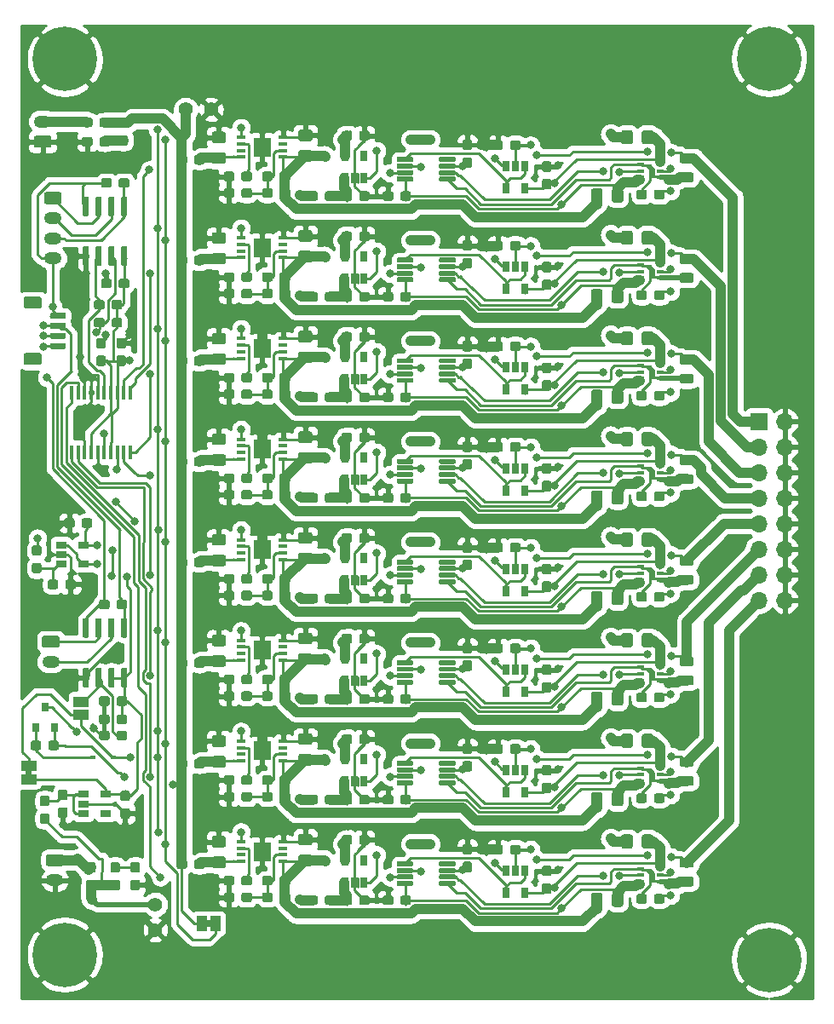
<source format=gtl>
G04 #@! TF.GenerationSoftware,KiCad,Pcbnew,(5.1.5-0)*
G04 #@! TF.CreationDate,2021-01-17T10:32:33-07:00*
G04 #@! TF.ProjectId,8ch_v5_nosma,3863685f-7635-45f6-9e6f-736d612e6b69,rev?*
G04 #@! TF.SameCoordinates,Original*
G04 #@! TF.FileFunction,Copper,L1,Top*
G04 #@! TF.FilePolarity,Positive*
%FSLAX46Y46*%
G04 Gerber Fmt 4.6, Leading zero omitted, Abs format (unit mm)*
G04 Created by KiCad (PCBNEW (5.1.5-0)) date 2021-01-17 10:32:33*
%MOMM*%
%LPD*%
G04 APERTURE LIST*
%ADD10C,0.100000*%
%ADD11R,1.000000X1.500000*%
%ADD12R,1.500000X1.000000*%
%ADD13O,1.750000X1.200000*%
%ADD14R,0.600000X0.450000*%
%ADD15C,1.400000*%
%ADD16O,1.700000X1.700000*%
%ADD17R,1.700000X1.700000*%
%ADD18C,0.600000*%
%ADD19C,6.400000*%
%ADD20R,0.800000X0.900000*%
%ADD21R,1.060000X0.650000*%
%ADD22R,1.680000X1.880000*%
%ADD23R,0.890000X0.420000*%
%ADD24R,0.650000X1.060000*%
%ADD25R,0.450000X1.450000*%
%ADD26R,0.650000X0.400000*%
%ADD27C,0.800000*%
%ADD28C,0.250000*%
%ADD29C,1.000000*%
%ADD30C,0.500000*%
%ADD31C,0.254000*%
G04 APERTURE END LIST*
D10*
G36*
X159050000Y-125600000D02*
G01*
X159550000Y-125600000D01*
X159550000Y-126200000D01*
X159050000Y-126200000D01*
X159050000Y-125600000D01*
G37*
G36*
X141700000Y-110650000D02*
G01*
X141700000Y-111150000D01*
X141100000Y-111150000D01*
X141100000Y-110650000D01*
X141700000Y-110650000D01*
G37*
D11*
X159950000Y-125900000D03*
X158650000Y-125900000D03*
D12*
X141400000Y-111550000D03*
X141400000Y-110250000D03*
X146600000Y-103850000D03*
X146600000Y-105150000D03*
G04 #@! TA.AperFunction,SMDPad,CuDef*
D10*
G36*
X151069703Y-100500722D02*
G01*
X151084264Y-100502882D01*
X151098543Y-100506459D01*
X151112403Y-100511418D01*
X151125710Y-100517712D01*
X151138336Y-100525280D01*
X151150159Y-100534048D01*
X151161066Y-100543934D01*
X151170952Y-100554841D01*
X151179720Y-100566664D01*
X151187288Y-100579290D01*
X151193582Y-100592597D01*
X151198541Y-100606457D01*
X151202118Y-100620736D01*
X151204278Y-100635297D01*
X151205000Y-100650000D01*
X151205000Y-102300000D01*
X151204278Y-102314703D01*
X151202118Y-102329264D01*
X151198541Y-102343543D01*
X151193582Y-102357403D01*
X151187288Y-102370710D01*
X151179720Y-102383336D01*
X151170952Y-102395159D01*
X151161066Y-102406066D01*
X151150159Y-102415952D01*
X151138336Y-102424720D01*
X151125710Y-102432288D01*
X151112403Y-102438582D01*
X151098543Y-102443541D01*
X151084264Y-102447118D01*
X151069703Y-102449278D01*
X151055000Y-102450000D01*
X150755000Y-102450000D01*
X150740297Y-102449278D01*
X150725736Y-102447118D01*
X150711457Y-102443541D01*
X150697597Y-102438582D01*
X150684290Y-102432288D01*
X150671664Y-102424720D01*
X150659841Y-102415952D01*
X150648934Y-102406066D01*
X150639048Y-102395159D01*
X150630280Y-102383336D01*
X150622712Y-102370710D01*
X150616418Y-102357403D01*
X150611459Y-102343543D01*
X150607882Y-102329264D01*
X150605722Y-102314703D01*
X150605000Y-102300000D01*
X150605000Y-100650000D01*
X150605722Y-100635297D01*
X150607882Y-100620736D01*
X150611459Y-100606457D01*
X150616418Y-100592597D01*
X150622712Y-100579290D01*
X150630280Y-100566664D01*
X150639048Y-100554841D01*
X150648934Y-100543934D01*
X150659841Y-100534048D01*
X150671664Y-100525280D01*
X150684290Y-100517712D01*
X150697597Y-100511418D01*
X150711457Y-100506459D01*
X150725736Y-100502882D01*
X150740297Y-100500722D01*
X150755000Y-100500000D01*
X151055000Y-100500000D01*
X151069703Y-100500722D01*
G37*
G04 #@! TD.AperFunction*
G04 #@! TA.AperFunction,SMDPad,CuDef*
G36*
X149799703Y-100500722D02*
G01*
X149814264Y-100502882D01*
X149828543Y-100506459D01*
X149842403Y-100511418D01*
X149855710Y-100517712D01*
X149868336Y-100525280D01*
X149880159Y-100534048D01*
X149891066Y-100543934D01*
X149900952Y-100554841D01*
X149909720Y-100566664D01*
X149917288Y-100579290D01*
X149923582Y-100592597D01*
X149928541Y-100606457D01*
X149932118Y-100620736D01*
X149934278Y-100635297D01*
X149935000Y-100650000D01*
X149935000Y-102300000D01*
X149934278Y-102314703D01*
X149932118Y-102329264D01*
X149928541Y-102343543D01*
X149923582Y-102357403D01*
X149917288Y-102370710D01*
X149909720Y-102383336D01*
X149900952Y-102395159D01*
X149891066Y-102406066D01*
X149880159Y-102415952D01*
X149868336Y-102424720D01*
X149855710Y-102432288D01*
X149842403Y-102438582D01*
X149828543Y-102443541D01*
X149814264Y-102447118D01*
X149799703Y-102449278D01*
X149785000Y-102450000D01*
X149485000Y-102450000D01*
X149470297Y-102449278D01*
X149455736Y-102447118D01*
X149441457Y-102443541D01*
X149427597Y-102438582D01*
X149414290Y-102432288D01*
X149401664Y-102424720D01*
X149389841Y-102415952D01*
X149378934Y-102406066D01*
X149369048Y-102395159D01*
X149360280Y-102383336D01*
X149352712Y-102370710D01*
X149346418Y-102357403D01*
X149341459Y-102343543D01*
X149337882Y-102329264D01*
X149335722Y-102314703D01*
X149335000Y-102300000D01*
X149335000Y-100650000D01*
X149335722Y-100635297D01*
X149337882Y-100620736D01*
X149341459Y-100606457D01*
X149346418Y-100592597D01*
X149352712Y-100579290D01*
X149360280Y-100566664D01*
X149369048Y-100554841D01*
X149378934Y-100543934D01*
X149389841Y-100534048D01*
X149401664Y-100525280D01*
X149414290Y-100517712D01*
X149427597Y-100511418D01*
X149441457Y-100506459D01*
X149455736Y-100502882D01*
X149470297Y-100500722D01*
X149485000Y-100500000D01*
X149785000Y-100500000D01*
X149799703Y-100500722D01*
G37*
G04 #@! TD.AperFunction*
G04 #@! TA.AperFunction,SMDPad,CuDef*
G36*
X148529703Y-100500722D02*
G01*
X148544264Y-100502882D01*
X148558543Y-100506459D01*
X148572403Y-100511418D01*
X148585710Y-100517712D01*
X148598336Y-100525280D01*
X148610159Y-100534048D01*
X148621066Y-100543934D01*
X148630952Y-100554841D01*
X148639720Y-100566664D01*
X148647288Y-100579290D01*
X148653582Y-100592597D01*
X148658541Y-100606457D01*
X148662118Y-100620736D01*
X148664278Y-100635297D01*
X148665000Y-100650000D01*
X148665000Y-102300000D01*
X148664278Y-102314703D01*
X148662118Y-102329264D01*
X148658541Y-102343543D01*
X148653582Y-102357403D01*
X148647288Y-102370710D01*
X148639720Y-102383336D01*
X148630952Y-102395159D01*
X148621066Y-102406066D01*
X148610159Y-102415952D01*
X148598336Y-102424720D01*
X148585710Y-102432288D01*
X148572403Y-102438582D01*
X148558543Y-102443541D01*
X148544264Y-102447118D01*
X148529703Y-102449278D01*
X148515000Y-102450000D01*
X148215000Y-102450000D01*
X148200297Y-102449278D01*
X148185736Y-102447118D01*
X148171457Y-102443541D01*
X148157597Y-102438582D01*
X148144290Y-102432288D01*
X148131664Y-102424720D01*
X148119841Y-102415952D01*
X148108934Y-102406066D01*
X148099048Y-102395159D01*
X148090280Y-102383336D01*
X148082712Y-102370710D01*
X148076418Y-102357403D01*
X148071459Y-102343543D01*
X148067882Y-102329264D01*
X148065722Y-102314703D01*
X148065000Y-102300000D01*
X148065000Y-100650000D01*
X148065722Y-100635297D01*
X148067882Y-100620736D01*
X148071459Y-100606457D01*
X148076418Y-100592597D01*
X148082712Y-100579290D01*
X148090280Y-100566664D01*
X148099048Y-100554841D01*
X148108934Y-100543934D01*
X148119841Y-100534048D01*
X148131664Y-100525280D01*
X148144290Y-100517712D01*
X148157597Y-100511418D01*
X148171457Y-100506459D01*
X148185736Y-100502882D01*
X148200297Y-100500722D01*
X148215000Y-100500000D01*
X148515000Y-100500000D01*
X148529703Y-100500722D01*
G37*
G04 #@! TD.AperFunction*
G04 #@! TA.AperFunction,SMDPad,CuDef*
G36*
X147259703Y-100500722D02*
G01*
X147274264Y-100502882D01*
X147288543Y-100506459D01*
X147302403Y-100511418D01*
X147315710Y-100517712D01*
X147328336Y-100525280D01*
X147340159Y-100534048D01*
X147351066Y-100543934D01*
X147360952Y-100554841D01*
X147369720Y-100566664D01*
X147377288Y-100579290D01*
X147383582Y-100592597D01*
X147388541Y-100606457D01*
X147392118Y-100620736D01*
X147394278Y-100635297D01*
X147395000Y-100650000D01*
X147395000Y-102300000D01*
X147394278Y-102314703D01*
X147392118Y-102329264D01*
X147388541Y-102343543D01*
X147383582Y-102357403D01*
X147377288Y-102370710D01*
X147369720Y-102383336D01*
X147360952Y-102395159D01*
X147351066Y-102406066D01*
X147340159Y-102415952D01*
X147328336Y-102424720D01*
X147315710Y-102432288D01*
X147302403Y-102438582D01*
X147288543Y-102443541D01*
X147274264Y-102447118D01*
X147259703Y-102449278D01*
X147245000Y-102450000D01*
X146945000Y-102450000D01*
X146930297Y-102449278D01*
X146915736Y-102447118D01*
X146901457Y-102443541D01*
X146887597Y-102438582D01*
X146874290Y-102432288D01*
X146861664Y-102424720D01*
X146849841Y-102415952D01*
X146838934Y-102406066D01*
X146829048Y-102395159D01*
X146820280Y-102383336D01*
X146812712Y-102370710D01*
X146806418Y-102357403D01*
X146801459Y-102343543D01*
X146797882Y-102329264D01*
X146795722Y-102314703D01*
X146795000Y-102300000D01*
X146795000Y-100650000D01*
X146795722Y-100635297D01*
X146797882Y-100620736D01*
X146801459Y-100606457D01*
X146806418Y-100592597D01*
X146812712Y-100579290D01*
X146820280Y-100566664D01*
X146829048Y-100554841D01*
X146838934Y-100543934D01*
X146849841Y-100534048D01*
X146861664Y-100525280D01*
X146874290Y-100517712D01*
X146887597Y-100511418D01*
X146901457Y-100506459D01*
X146915736Y-100502882D01*
X146930297Y-100500722D01*
X146945000Y-100500000D01*
X147245000Y-100500000D01*
X147259703Y-100500722D01*
G37*
G04 #@! TD.AperFunction*
G04 #@! TA.AperFunction,SMDPad,CuDef*
G36*
X147259703Y-95550722D02*
G01*
X147274264Y-95552882D01*
X147288543Y-95556459D01*
X147302403Y-95561418D01*
X147315710Y-95567712D01*
X147328336Y-95575280D01*
X147340159Y-95584048D01*
X147351066Y-95593934D01*
X147360952Y-95604841D01*
X147369720Y-95616664D01*
X147377288Y-95629290D01*
X147383582Y-95642597D01*
X147388541Y-95656457D01*
X147392118Y-95670736D01*
X147394278Y-95685297D01*
X147395000Y-95700000D01*
X147395000Y-97350000D01*
X147394278Y-97364703D01*
X147392118Y-97379264D01*
X147388541Y-97393543D01*
X147383582Y-97407403D01*
X147377288Y-97420710D01*
X147369720Y-97433336D01*
X147360952Y-97445159D01*
X147351066Y-97456066D01*
X147340159Y-97465952D01*
X147328336Y-97474720D01*
X147315710Y-97482288D01*
X147302403Y-97488582D01*
X147288543Y-97493541D01*
X147274264Y-97497118D01*
X147259703Y-97499278D01*
X147245000Y-97500000D01*
X146945000Y-97500000D01*
X146930297Y-97499278D01*
X146915736Y-97497118D01*
X146901457Y-97493541D01*
X146887597Y-97488582D01*
X146874290Y-97482288D01*
X146861664Y-97474720D01*
X146849841Y-97465952D01*
X146838934Y-97456066D01*
X146829048Y-97445159D01*
X146820280Y-97433336D01*
X146812712Y-97420710D01*
X146806418Y-97407403D01*
X146801459Y-97393543D01*
X146797882Y-97379264D01*
X146795722Y-97364703D01*
X146795000Y-97350000D01*
X146795000Y-95700000D01*
X146795722Y-95685297D01*
X146797882Y-95670736D01*
X146801459Y-95656457D01*
X146806418Y-95642597D01*
X146812712Y-95629290D01*
X146820280Y-95616664D01*
X146829048Y-95604841D01*
X146838934Y-95593934D01*
X146849841Y-95584048D01*
X146861664Y-95575280D01*
X146874290Y-95567712D01*
X146887597Y-95561418D01*
X146901457Y-95556459D01*
X146915736Y-95552882D01*
X146930297Y-95550722D01*
X146945000Y-95550000D01*
X147245000Y-95550000D01*
X147259703Y-95550722D01*
G37*
G04 #@! TD.AperFunction*
G04 #@! TA.AperFunction,SMDPad,CuDef*
G36*
X148529703Y-95550722D02*
G01*
X148544264Y-95552882D01*
X148558543Y-95556459D01*
X148572403Y-95561418D01*
X148585710Y-95567712D01*
X148598336Y-95575280D01*
X148610159Y-95584048D01*
X148621066Y-95593934D01*
X148630952Y-95604841D01*
X148639720Y-95616664D01*
X148647288Y-95629290D01*
X148653582Y-95642597D01*
X148658541Y-95656457D01*
X148662118Y-95670736D01*
X148664278Y-95685297D01*
X148665000Y-95700000D01*
X148665000Y-97350000D01*
X148664278Y-97364703D01*
X148662118Y-97379264D01*
X148658541Y-97393543D01*
X148653582Y-97407403D01*
X148647288Y-97420710D01*
X148639720Y-97433336D01*
X148630952Y-97445159D01*
X148621066Y-97456066D01*
X148610159Y-97465952D01*
X148598336Y-97474720D01*
X148585710Y-97482288D01*
X148572403Y-97488582D01*
X148558543Y-97493541D01*
X148544264Y-97497118D01*
X148529703Y-97499278D01*
X148515000Y-97500000D01*
X148215000Y-97500000D01*
X148200297Y-97499278D01*
X148185736Y-97497118D01*
X148171457Y-97493541D01*
X148157597Y-97488582D01*
X148144290Y-97482288D01*
X148131664Y-97474720D01*
X148119841Y-97465952D01*
X148108934Y-97456066D01*
X148099048Y-97445159D01*
X148090280Y-97433336D01*
X148082712Y-97420710D01*
X148076418Y-97407403D01*
X148071459Y-97393543D01*
X148067882Y-97379264D01*
X148065722Y-97364703D01*
X148065000Y-97350000D01*
X148065000Y-95700000D01*
X148065722Y-95685297D01*
X148067882Y-95670736D01*
X148071459Y-95656457D01*
X148076418Y-95642597D01*
X148082712Y-95629290D01*
X148090280Y-95616664D01*
X148099048Y-95604841D01*
X148108934Y-95593934D01*
X148119841Y-95584048D01*
X148131664Y-95575280D01*
X148144290Y-95567712D01*
X148157597Y-95561418D01*
X148171457Y-95556459D01*
X148185736Y-95552882D01*
X148200297Y-95550722D01*
X148215000Y-95550000D01*
X148515000Y-95550000D01*
X148529703Y-95550722D01*
G37*
G04 #@! TD.AperFunction*
G04 #@! TA.AperFunction,SMDPad,CuDef*
G36*
X149799703Y-95550722D02*
G01*
X149814264Y-95552882D01*
X149828543Y-95556459D01*
X149842403Y-95561418D01*
X149855710Y-95567712D01*
X149868336Y-95575280D01*
X149880159Y-95584048D01*
X149891066Y-95593934D01*
X149900952Y-95604841D01*
X149909720Y-95616664D01*
X149917288Y-95629290D01*
X149923582Y-95642597D01*
X149928541Y-95656457D01*
X149932118Y-95670736D01*
X149934278Y-95685297D01*
X149935000Y-95700000D01*
X149935000Y-97350000D01*
X149934278Y-97364703D01*
X149932118Y-97379264D01*
X149928541Y-97393543D01*
X149923582Y-97407403D01*
X149917288Y-97420710D01*
X149909720Y-97433336D01*
X149900952Y-97445159D01*
X149891066Y-97456066D01*
X149880159Y-97465952D01*
X149868336Y-97474720D01*
X149855710Y-97482288D01*
X149842403Y-97488582D01*
X149828543Y-97493541D01*
X149814264Y-97497118D01*
X149799703Y-97499278D01*
X149785000Y-97500000D01*
X149485000Y-97500000D01*
X149470297Y-97499278D01*
X149455736Y-97497118D01*
X149441457Y-97493541D01*
X149427597Y-97488582D01*
X149414290Y-97482288D01*
X149401664Y-97474720D01*
X149389841Y-97465952D01*
X149378934Y-97456066D01*
X149369048Y-97445159D01*
X149360280Y-97433336D01*
X149352712Y-97420710D01*
X149346418Y-97407403D01*
X149341459Y-97393543D01*
X149337882Y-97379264D01*
X149335722Y-97364703D01*
X149335000Y-97350000D01*
X149335000Y-95700000D01*
X149335722Y-95685297D01*
X149337882Y-95670736D01*
X149341459Y-95656457D01*
X149346418Y-95642597D01*
X149352712Y-95629290D01*
X149360280Y-95616664D01*
X149369048Y-95604841D01*
X149378934Y-95593934D01*
X149389841Y-95584048D01*
X149401664Y-95575280D01*
X149414290Y-95567712D01*
X149427597Y-95561418D01*
X149441457Y-95556459D01*
X149455736Y-95552882D01*
X149470297Y-95550722D01*
X149485000Y-95550000D01*
X149785000Y-95550000D01*
X149799703Y-95550722D01*
G37*
G04 #@! TD.AperFunction*
G04 #@! TA.AperFunction,SMDPad,CuDef*
G36*
X151069703Y-95550722D02*
G01*
X151084264Y-95552882D01*
X151098543Y-95556459D01*
X151112403Y-95561418D01*
X151125710Y-95567712D01*
X151138336Y-95575280D01*
X151150159Y-95584048D01*
X151161066Y-95593934D01*
X151170952Y-95604841D01*
X151179720Y-95616664D01*
X151187288Y-95629290D01*
X151193582Y-95642597D01*
X151198541Y-95656457D01*
X151202118Y-95670736D01*
X151204278Y-95685297D01*
X151205000Y-95700000D01*
X151205000Y-97350000D01*
X151204278Y-97364703D01*
X151202118Y-97379264D01*
X151198541Y-97393543D01*
X151193582Y-97407403D01*
X151187288Y-97420710D01*
X151179720Y-97433336D01*
X151170952Y-97445159D01*
X151161066Y-97456066D01*
X151150159Y-97465952D01*
X151138336Y-97474720D01*
X151125710Y-97482288D01*
X151112403Y-97488582D01*
X151098543Y-97493541D01*
X151084264Y-97497118D01*
X151069703Y-97499278D01*
X151055000Y-97500000D01*
X150755000Y-97500000D01*
X150740297Y-97499278D01*
X150725736Y-97497118D01*
X150711457Y-97493541D01*
X150697597Y-97488582D01*
X150684290Y-97482288D01*
X150671664Y-97474720D01*
X150659841Y-97465952D01*
X150648934Y-97456066D01*
X150639048Y-97445159D01*
X150630280Y-97433336D01*
X150622712Y-97420710D01*
X150616418Y-97407403D01*
X150611459Y-97393543D01*
X150607882Y-97379264D01*
X150605722Y-97364703D01*
X150605000Y-97350000D01*
X150605000Y-95700000D01*
X150605722Y-95685297D01*
X150607882Y-95670736D01*
X150611459Y-95656457D01*
X150616418Y-95642597D01*
X150622712Y-95629290D01*
X150630280Y-95616664D01*
X150639048Y-95604841D01*
X150648934Y-95593934D01*
X150659841Y-95584048D01*
X150671664Y-95575280D01*
X150684290Y-95567712D01*
X150697597Y-95561418D01*
X150711457Y-95556459D01*
X150725736Y-95552882D01*
X150740297Y-95550722D01*
X150755000Y-95550000D01*
X151055000Y-95550000D01*
X151069703Y-95550722D01*
G37*
G04 #@! TD.AperFunction*
D13*
X143600000Y-99900000D03*
G04 #@! TA.AperFunction,ComponentPad*
D10*
G36*
X144249505Y-97301204D02*
G01*
X144273773Y-97304804D01*
X144297572Y-97310765D01*
X144320671Y-97319030D01*
X144342850Y-97329520D01*
X144363893Y-97342132D01*
X144383599Y-97356747D01*
X144401777Y-97373223D01*
X144418253Y-97391401D01*
X144432868Y-97411107D01*
X144445480Y-97432150D01*
X144455970Y-97454329D01*
X144464235Y-97477428D01*
X144470196Y-97501227D01*
X144473796Y-97525495D01*
X144475000Y-97549999D01*
X144475000Y-98250001D01*
X144473796Y-98274505D01*
X144470196Y-98298773D01*
X144464235Y-98322572D01*
X144455970Y-98345671D01*
X144445480Y-98367850D01*
X144432868Y-98388893D01*
X144418253Y-98408599D01*
X144401777Y-98426777D01*
X144383599Y-98443253D01*
X144363893Y-98457868D01*
X144342850Y-98470480D01*
X144320671Y-98480970D01*
X144297572Y-98489235D01*
X144273773Y-98495196D01*
X144249505Y-98498796D01*
X144225001Y-98500000D01*
X142974999Y-98500000D01*
X142950495Y-98498796D01*
X142926227Y-98495196D01*
X142902428Y-98489235D01*
X142879329Y-98480970D01*
X142857150Y-98470480D01*
X142836107Y-98457868D01*
X142816401Y-98443253D01*
X142798223Y-98426777D01*
X142781747Y-98408599D01*
X142767132Y-98388893D01*
X142754520Y-98367850D01*
X142744030Y-98345671D01*
X142735765Y-98322572D01*
X142729804Y-98298773D01*
X142726204Y-98274505D01*
X142725000Y-98250001D01*
X142725000Y-97549999D01*
X142726204Y-97525495D01*
X142729804Y-97501227D01*
X142735765Y-97477428D01*
X142744030Y-97454329D01*
X142754520Y-97432150D01*
X142767132Y-97411107D01*
X142781747Y-97391401D01*
X142798223Y-97373223D01*
X142816401Y-97356747D01*
X142836107Y-97342132D01*
X142857150Y-97329520D01*
X142879329Y-97319030D01*
X142902428Y-97310765D01*
X142926227Y-97304804D01*
X142950495Y-97301204D01*
X142974999Y-97300000D01*
X144225001Y-97300000D01*
X144249505Y-97301204D01*
G37*
G04 #@! TD.AperFunction*
D14*
X147750000Y-109400000D03*
X149850000Y-109400000D03*
G04 #@! TA.AperFunction,SMDPad,CuDef*
D10*
G36*
X142474505Y-63601204D02*
G01*
X142498773Y-63604804D01*
X142522572Y-63610765D01*
X142545671Y-63619030D01*
X142567850Y-63629520D01*
X142588893Y-63642132D01*
X142608599Y-63656747D01*
X142626777Y-63673223D01*
X142643253Y-63691401D01*
X142657868Y-63711107D01*
X142670480Y-63732150D01*
X142680970Y-63754329D01*
X142689235Y-63777428D01*
X142695196Y-63801227D01*
X142698796Y-63825495D01*
X142700000Y-63849999D01*
X142700000Y-64550001D01*
X142698796Y-64574505D01*
X142695196Y-64598773D01*
X142689235Y-64622572D01*
X142680970Y-64645671D01*
X142670480Y-64667850D01*
X142657868Y-64688893D01*
X142643253Y-64708599D01*
X142626777Y-64726777D01*
X142608599Y-64743253D01*
X142588893Y-64757868D01*
X142567850Y-64770480D01*
X142545671Y-64780970D01*
X142522572Y-64789235D01*
X142498773Y-64795196D01*
X142474505Y-64798796D01*
X142450001Y-64800000D01*
X141149999Y-64800000D01*
X141125495Y-64798796D01*
X141101227Y-64795196D01*
X141077428Y-64789235D01*
X141054329Y-64780970D01*
X141032150Y-64770480D01*
X141011107Y-64757868D01*
X140991401Y-64743253D01*
X140973223Y-64726777D01*
X140956747Y-64708599D01*
X140942132Y-64688893D01*
X140929520Y-64667850D01*
X140919030Y-64645671D01*
X140910765Y-64622572D01*
X140904804Y-64598773D01*
X140901204Y-64574505D01*
X140900000Y-64550001D01*
X140900000Y-63849999D01*
X140901204Y-63825495D01*
X140904804Y-63801227D01*
X140910765Y-63777428D01*
X140919030Y-63754329D01*
X140929520Y-63732150D01*
X140942132Y-63711107D01*
X140956747Y-63691401D01*
X140973223Y-63673223D01*
X140991401Y-63656747D01*
X141011107Y-63642132D01*
X141032150Y-63629520D01*
X141054329Y-63619030D01*
X141077428Y-63610765D01*
X141101227Y-63604804D01*
X141125495Y-63601204D01*
X141149999Y-63600000D01*
X142450001Y-63600000D01*
X142474505Y-63601204D01*
G37*
G04 #@! TD.AperFunction*
G04 #@! TA.AperFunction,SMDPad,CuDef*
G36*
X142474505Y-69201204D02*
G01*
X142498773Y-69204804D01*
X142522572Y-69210765D01*
X142545671Y-69219030D01*
X142567850Y-69229520D01*
X142588893Y-69242132D01*
X142608599Y-69256747D01*
X142626777Y-69273223D01*
X142643253Y-69291401D01*
X142657868Y-69311107D01*
X142670480Y-69332150D01*
X142680970Y-69354329D01*
X142689235Y-69377428D01*
X142695196Y-69401227D01*
X142698796Y-69425495D01*
X142700000Y-69449999D01*
X142700000Y-70150001D01*
X142698796Y-70174505D01*
X142695196Y-70198773D01*
X142689235Y-70222572D01*
X142680970Y-70245671D01*
X142670480Y-70267850D01*
X142657868Y-70288893D01*
X142643253Y-70308599D01*
X142626777Y-70326777D01*
X142608599Y-70343253D01*
X142588893Y-70357868D01*
X142567850Y-70370480D01*
X142545671Y-70380970D01*
X142522572Y-70389235D01*
X142498773Y-70395196D01*
X142474505Y-70398796D01*
X142450001Y-70400000D01*
X141149999Y-70400000D01*
X141125495Y-70398796D01*
X141101227Y-70395196D01*
X141077428Y-70389235D01*
X141054329Y-70380970D01*
X141032150Y-70370480D01*
X141011107Y-70357868D01*
X140991401Y-70343253D01*
X140973223Y-70326777D01*
X140956747Y-70308599D01*
X140942132Y-70288893D01*
X140929520Y-70267850D01*
X140919030Y-70245671D01*
X140910765Y-70222572D01*
X140904804Y-70198773D01*
X140901204Y-70174505D01*
X140900000Y-70150001D01*
X140900000Y-69449999D01*
X140901204Y-69425495D01*
X140904804Y-69401227D01*
X140910765Y-69377428D01*
X140919030Y-69354329D01*
X140929520Y-69332150D01*
X140942132Y-69311107D01*
X140956747Y-69291401D01*
X140973223Y-69273223D01*
X140991401Y-69256747D01*
X141011107Y-69242132D01*
X141032150Y-69229520D01*
X141054329Y-69219030D01*
X141077428Y-69210765D01*
X141101227Y-69204804D01*
X141125495Y-69201204D01*
X141149999Y-69200000D01*
X142450001Y-69200000D01*
X142474505Y-69201204D01*
G37*
G04 #@! TD.AperFunction*
G04 #@! TA.AperFunction,SMDPad,CuDef*
G36*
X144964703Y-65200722D02*
G01*
X144979264Y-65202882D01*
X144993543Y-65206459D01*
X145007403Y-65211418D01*
X145020710Y-65217712D01*
X145033336Y-65225280D01*
X145045159Y-65234048D01*
X145056066Y-65243934D01*
X145065952Y-65254841D01*
X145074720Y-65266664D01*
X145082288Y-65279290D01*
X145088582Y-65292597D01*
X145093541Y-65306457D01*
X145097118Y-65320736D01*
X145099278Y-65335297D01*
X145100000Y-65350000D01*
X145100000Y-65650000D01*
X145099278Y-65664703D01*
X145097118Y-65679264D01*
X145093541Y-65693543D01*
X145088582Y-65707403D01*
X145082288Y-65720710D01*
X145074720Y-65733336D01*
X145065952Y-65745159D01*
X145056066Y-65756066D01*
X145045159Y-65765952D01*
X145033336Y-65774720D01*
X145020710Y-65782288D01*
X145007403Y-65788582D01*
X144993543Y-65793541D01*
X144979264Y-65797118D01*
X144964703Y-65799278D01*
X144950000Y-65800000D01*
X143700000Y-65800000D01*
X143685297Y-65799278D01*
X143670736Y-65797118D01*
X143656457Y-65793541D01*
X143642597Y-65788582D01*
X143629290Y-65782288D01*
X143616664Y-65774720D01*
X143604841Y-65765952D01*
X143593934Y-65756066D01*
X143584048Y-65745159D01*
X143575280Y-65733336D01*
X143567712Y-65720710D01*
X143561418Y-65707403D01*
X143556459Y-65693543D01*
X143552882Y-65679264D01*
X143550722Y-65664703D01*
X143550000Y-65650000D01*
X143550000Y-65350000D01*
X143550722Y-65335297D01*
X143552882Y-65320736D01*
X143556459Y-65306457D01*
X143561418Y-65292597D01*
X143567712Y-65279290D01*
X143575280Y-65266664D01*
X143584048Y-65254841D01*
X143593934Y-65243934D01*
X143604841Y-65234048D01*
X143616664Y-65225280D01*
X143629290Y-65217712D01*
X143642597Y-65211418D01*
X143656457Y-65206459D01*
X143670736Y-65202882D01*
X143685297Y-65200722D01*
X143700000Y-65200000D01*
X144950000Y-65200000D01*
X144964703Y-65200722D01*
G37*
G04 #@! TD.AperFunction*
G04 #@! TA.AperFunction,SMDPad,CuDef*
G36*
X144964703Y-66200722D02*
G01*
X144979264Y-66202882D01*
X144993543Y-66206459D01*
X145007403Y-66211418D01*
X145020710Y-66217712D01*
X145033336Y-66225280D01*
X145045159Y-66234048D01*
X145056066Y-66243934D01*
X145065952Y-66254841D01*
X145074720Y-66266664D01*
X145082288Y-66279290D01*
X145088582Y-66292597D01*
X145093541Y-66306457D01*
X145097118Y-66320736D01*
X145099278Y-66335297D01*
X145100000Y-66350000D01*
X145100000Y-66650000D01*
X145099278Y-66664703D01*
X145097118Y-66679264D01*
X145093541Y-66693543D01*
X145088582Y-66707403D01*
X145082288Y-66720710D01*
X145074720Y-66733336D01*
X145065952Y-66745159D01*
X145056066Y-66756066D01*
X145045159Y-66765952D01*
X145033336Y-66774720D01*
X145020710Y-66782288D01*
X145007403Y-66788582D01*
X144993543Y-66793541D01*
X144979264Y-66797118D01*
X144964703Y-66799278D01*
X144950000Y-66800000D01*
X143700000Y-66800000D01*
X143685297Y-66799278D01*
X143670736Y-66797118D01*
X143656457Y-66793541D01*
X143642597Y-66788582D01*
X143629290Y-66782288D01*
X143616664Y-66774720D01*
X143604841Y-66765952D01*
X143593934Y-66756066D01*
X143584048Y-66745159D01*
X143575280Y-66733336D01*
X143567712Y-66720710D01*
X143561418Y-66707403D01*
X143556459Y-66693543D01*
X143552882Y-66679264D01*
X143550722Y-66664703D01*
X143550000Y-66650000D01*
X143550000Y-66350000D01*
X143550722Y-66335297D01*
X143552882Y-66320736D01*
X143556459Y-66306457D01*
X143561418Y-66292597D01*
X143567712Y-66279290D01*
X143575280Y-66266664D01*
X143584048Y-66254841D01*
X143593934Y-66243934D01*
X143604841Y-66234048D01*
X143616664Y-66225280D01*
X143629290Y-66217712D01*
X143642597Y-66211418D01*
X143656457Y-66206459D01*
X143670736Y-66202882D01*
X143685297Y-66200722D01*
X143700000Y-66200000D01*
X144950000Y-66200000D01*
X144964703Y-66200722D01*
G37*
G04 #@! TD.AperFunction*
G04 #@! TA.AperFunction,SMDPad,CuDef*
G36*
X144964703Y-67200722D02*
G01*
X144979264Y-67202882D01*
X144993543Y-67206459D01*
X145007403Y-67211418D01*
X145020710Y-67217712D01*
X145033336Y-67225280D01*
X145045159Y-67234048D01*
X145056066Y-67243934D01*
X145065952Y-67254841D01*
X145074720Y-67266664D01*
X145082288Y-67279290D01*
X145088582Y-67292597D01*
X145093541Y-67306457D01*
X145097118Y-67320736D01*
X145099278Y-67335297D01*
X145100000Y-67350000D01*
X145100000Y-67650000D01*
X145099278Y-67664703D01*
X145097118Y-67679264D01*
X145093541Y-67693543D01*
X145088582Y-67707403D01*
X145082288Y-67720710D01*
X145074720Y-67733336D01*
X145065952Y-67745159D01*
X145056066Y-67756066D01*
X145045159Y-67765952D01*
X145033336Y-67774720D01*
X145020710Y-67782288D01*
X145007403Y-67788582D01*
X144993543Y-67793541D01*
X144979264Y-67797118D01*
X144964703Y-67799278D01*
X144950000Y-67800000D01*
X143700000Y-67800000D01*
X143685297Y-67799278D01*
X143670736Y-67797118D01*
X143656457Y-67793541D01*
X143642597Y-67788582D01*
X143629290Y-67782288D01*
X143616664Y-67774720D01*
X143604841Y-67765952D01*
X143593934Y-67756066D01*
X143584048Y-67745159D01*
X143575280Y-67733336D01*
X143567712Y-67720710D01*
X143561418Y-67707403D01*
X143556459Y-67693543D01*
X143552882Y-67679264D01*
X143550722Y-67664703D01*
X143550000Y-67650000D01*
X143550000Y-67350000D01*
X143550722Y-67335297D01*
X143552882Y-67320736D01*
X143556459Y-67306457D01*
X143561418Y-67292597D01*
X143567712Y-67279290D01*
X143575280Y-67266664D01*
X143584048Y-67254841D01*
X143593934Y-67243934D01*
X143604841Y-67234048D01*
X143616664Y-67225280D01*
X143629290Y-67217712D01*
X143642597Y-67211418D01*
X143656457Y-67206459D01*
X143670736Y-67202882D01*
X143685297Y-67200722D01*
X143700000Y-67200000D01*
X144950000Y-67200000D01*
X144964703Y-67200722D01*
G37*
G04 #@! TD.AperFunction*
G04 #@! TA.AperFunction,SMDPad,CuDef*
G36*
X144964703Y-68200722D02*
G01*
X144979264Y-68202882D01*
X144993543Y-68206459D01*
X145007403Y-68211418D01*
X145020710Y-68217712D01*
X145033336Y-68225280D01*
X145045159Y-68234048D01*
X145056066Y-68243934D01*
X145065952Y-68254841D01*
X145074720Y-68266664D01*
X145082288Y-68279290D01*
X145088582Y-68292597D01*
X145093541Y-68306457D01*
X145097118Y-68320736D01*
X145099278Y-68335297D01*
X145100000Y-68350000D01*
X145100000Y-68650000D01*
X145099278Y-68664703D01*
X145097118Y-68679264D01*
X145093541Y-68693543D01*
X145088582Y-68707403D01*
X145082288Y-68720710D01*
X145074720Y-68733336D01*
X145065952Y-68745159D01*
X145056066Y-68756066D01*
X145045159Y-68765952D01*
X145033336Y-68774720D01*
X145020710Y-68782288D01*
X145007403Y-68788582D01*
X144993543Y-68793541D01*
X144979264Y-68797118D01*
X144964703Y-68799278D01*
X144950000Y-68800000D01*
X143700000Y-68800000D01*
X143685297Y-68799278D01*
X143670736Y-68797118D01*
X143656457Y-68793541D01*
X143642597Y-68788582D01*
X143629290Y-68782288D01*
X143616664Y-68774720D01*
X143604841Y-68765952D01*
X143593934Y-68756066D01*
X143584048Y-68745159D01*
X143575280Y-68733336D01*
X143567712Y-68720710D01*
X143561418Y-68707403D01*
X143556459Y-68693543D01*
X143552882Y-68679264D01*
X143550722Y-68664703D01*
X143550000Y-68650000D01*
X143550000Y-68350000D01*
X143550722Y-68335297D01*
X143552882Y-68320736D01*
X143556459Y-68306457D01*
X143561418Y-68292597D01*
X143567712Y-68279290D01*
X143575280Y-68266664D01*
X143584048Y-68254841D01*
X143593934Y-68243934D01*
X143604841Y-68234048D01*
X143616664Y-68225280D01*
X143629290Y-68217712D01*
X143642597Y-68211418D01*
X143656457Y-68206459D01*
X143670736Y-68202882D01*
X143685297Y-68200722D01*
X143700000Y-68200000D01*
X144950000Y-68200000D01*
X144964703Y-68200722D01*
G37*
G04 #@! TD.AperFunction*
D15*
X154000000Y-126540000D03*
X154000000Y-124000000D03*
X159540000Y-45000000D03*
X157000000Y-45000000D03*
D16*
X216540000Y-93780000D03*
X214000000Y-93780000D03*
X216540000Y-91240000D03*
X214000000Y-91240000D03*
X216540000Y-88700000D03*
X214000000Y-88700000D03*
X216540000Y-86160000D03*
X214000000Y-86160000D03*
X216540000Y-83620000D03*
X214000000Y-83620000D03*
X216540000Y-81080000D03*
X214000000Y-81080000D03*
X216540000Y-78540000D03*
X214000000Y-78540000D03*
X216540000Y-76000000D03*
D17*
X214000000Y-76000000D03*
D18*
X216697056Y-127802944D03*
X215000000Y-127100000D03*
X213302944Y-127802944D03*
X212600000Y-129500000D03*
X213302944Y-131197056D03*
X215000000Y-131900000D03*
X216697056Y-131197056D03*
X217400000Y-129500000D03*
D19*
X215000000Y-129500000D03*
G04 #@! TA.AperFunction,SMDPad,CuDef*
D10*
G36*
X144185779Y-107726144D02*
G01*
X144208834Y-107729563D01*
X144231443Y-107735227D01*
X144253387Y-107743079D01*
X144274457Y-107753044D01*
X144294448Y-107765026D01*
X144313168Y-107778910D01*
X144330438Y-107794562D01*
X144346090Y-107811832D01*
X144359974Y-107830552D01*
X144371956Y-107850543D01*
X144381921Y-107871613D01*
X144389773Y-107893557D01*
X144395437Y-107916166D01*
X144398856Y-107939221D01*
X144400000Y-107962500D01*
X144400000Y-108437500D01*
X144398856Y-108460779D01*
X144395437Y-108483834D01*
X144389773Y-108506443D01*
X144381921Y-108528387D01*
X144371956Y-108549457D01*
X144359974Y-108569448D01*
X144346090Y-108588168D01*
X144330438Y-108605438D01*
X144313168Y-108621090D01*
X144294448Y-108634974D01*
X144274457Y-108646956D01*
X144253387Y-108656921D01*
X144231443Y-108664773D01*
X144208834Y-108670437D01*
X144185779Y-108673856D01*
X144162500Y-108675000D01*
X143587500Y-108675000D01*
X143564221Y-108673856D01*
X143541166Y-108670437D01*
X143518557Y-108664773D01*
X143496613Y-108656921D01*
X143475543Y-108646956D01*
X143455552Y-108634974D01*
X143436832Y-108621090D01*
X143419562Y-108605438D01*
X143403910Y-108588168D01*
X143390026Y-108569448D01*
X143378044Y-108549457D01*
X143368079Y-108528387D01*
X143360227Y-108506443D01*
X143354563Y-108483834D01*
X143351144Y-108460779D01*
X143350000Y-108437500D01*
X143350000Y-107962500D01*
X143351144Y-107939221D01*
X143354563Y-107916166D01*
X143360227Y-107893557D01*
X143368079Y-107871613D01*
X143378044Y-107850543D01*
X143390026Y-107830552D01*
X143403910Y-107811832D01*
X143419562Y-107794562D01*
X143436832Y-107778910D01*
X143455552Y-107765026D01*
X143475543Y-107753044D01*
X143496613Y-107743079D01*
X143518557Y-107735227D01*
X143541166Y-107729563D01*
X143564221Y-107726144D01*
X143587500Y-107725000D01*
X144162500Y-107725000D01*
X144185779Y-107726144D01*
G37*
G04 #@! TD.AperFunction*
G04 #@! TA.AperFunction,SMDPad,CuDef*
G36*
X142435779Y-107726144D02*
G01*
X142458834Y-107729563D01*
X142481443Y-107735227D01*
X142503387Y-107743079D01*
X142524457Y-107753044D01*
X142544448Y-107765026D01*
X142563168Y-107778910D01*
X142580438Y-107794562D01*
X142596090Y-107811832D01*
X142609974Y-107830552D01*
X142621956Y-107850543D01*
X142631921Y-107871613D01*
X142639773Y-107893557D01*
X142645437Y-107916166D01*
X142648856Y-107939221D01*
X142650000Y-107962500D01*
X142650000Y-108437500D01*
X142648856Y-108460779D01*
X142645437Y-108483834D01*
X142639773Y-108506443D01*
X142631921Y-108528387D01*
X142621956Y-108549457D01*
X142609974Y-108569448D01*
X142596090Y-108588168D01*
X142580438Y-108605438D01*
X142563168Y-108621090D01*
X142544448Y-108634974D01*
X142524457Y-108646956D01*
X142503387Y-108656921D01*
X142481443Y-108664773D01*
X142458834Y-108670437D01*
X142435779Y-108673856D01*
X142412500Y-108675000D01*
X141837500Y-108675000D01*
X141814221Y-108673856D01*
X141791166Y-108670437D01*
X141768557Y-108664773D01*
X141746613Y-108656921D01*
X141725543Y-108646956D01*
X141705552Y-108634974D01*
X141686832Y-108621090D01*
X141669562Y-108605438D01*
X141653910Y-108588168D01*
X141640026Y-108569448D01*
X141628044Y-108549457D01*
X141618079Y-108528387D01*
X141610227Y-108506443D01*
X141604563Y-108483834D01*
X141601144Y-108460779D01*
X141600000Y-108437500D01*
X141600000Y-107962500D01*
X141601144Y-107939221D01*
X141604563Y-107916166D01*
X141610227Y-107893557D01*
X141618079Y-107871613D01*
X141628044Y-107850543D01*
X141640026Y-107830552D01*
X141653910Y-107811832D01*
X141669562Y-107794562D01*
X141686832Y-107778910D01*
X141705552Y-107765026D01*
X141725543Y-107753044D01*
X141746613Y-107743079D01*
X141768557Y-107735227D01*
X141791166Y-107729563D01*
X141814221Y-107726144D01*
X141837500Y-107725000D01*
X142412500Y-107725000D01*
X142435779Y-107726144D01*
G37*
G04 #@! TD.AperFunction*
D20*
X143050000Y-104400000D03*
X144000000Y-106400000D03*
X142100000Y-106400000D03*
G04 #@! TA.AperFunction,SMDPad,CuDef*
D10*
G36*
X150985779Y-105126144D02*
G01*
X151008834Y-105129563D01*
X151031443Y-105135227D01*
X151053387Y-105143079D01*
X151074457Y-105153044D01*
X151094448Y-105165026D01*
X151113168Y-105178910D01*
X151130438Y-105194562D01*
X151146090Y-105211832D01*
X151159974Y-105230552D01*
X151171956Y-105250543D01*
X151181921Y-105271613D01*
X151189773Y-105293557D01*
X151195437Y-105316166D01*
X151198856Y-105339221D01*
X151200000Y-105362500D01*
X151200000Y-105837500D01*
X151198856Y-105860779D01*
X151195437Y-105883834D01*
X151189773Y-105906443D01*
X151181921Y-105928387D01*
X151171956Y-105949457D01*
X151159974Y-105969448D01*
X151146090Y-105988168D01*
X151130438Y-106005438D01*
X151113168Y-106021090D01*
X151094448Y-106034974D01*
X151074457Y-106046956D01*
X151053387Y-106056921D01*
X151031443Y-106064773D01*
X151008834Y-106070437D01*
X150985779Y-106073856D01*
X150962500Y-106075000D01*
X150387500Y-106075000D01*
X150364221Y-106073856D01*
X150341166Y-106070437D01*
X150318557Y-106064773D01*
X150296613Y-106056921D01*
X150275543Y-106046956D01*
X150255552Y-106034974D01*
X150236832Y-106021090D01*
X150219562Y-106005438D01*
X150203910Y-105988168D01*
X150190026Y-105969448D01*
X150178044Y-105949457D01*
X150168079Y-105928387D01*
X150160227Y-105906443D01*
X150154563Y-105883834D01*
X150151144Y-105860779D01*
X150150000Y-105837500D01*
X150150000Y-105362500D01*
X150151144Y-105339221D01*
X150154563Y-105316166D01*
X150160227Y-105293557D01*
X150168079Y-105271613D01*
X150178044Y-105250543D01*
X150190026Y-105230552D01*
X150203910Y-105211832D01*
X150219562Y-105194562D01*
X150236832Y-105178910D01*
X150255552Y-105165026D01*
X150275543Y-105153044D01*
X150296613Y-105143079D01*
X150318557Y-105135227D01*
X150341166Y-105129563D01*
X150364221Y-105126144D01*
X150387500Y-105125000D01*
X150962500Y-105125000D01*
X150985779Y-105126144D01*
G37*
G04 #@! TD.AperFunction*
G04 #@! TA.AperFunction,SMDPad,CuDef*
G36*
X149235779Y-105126144D02*
G01*
X149258834Y-105129563D01*
X149281443Y-105135227D01*
X149303387Y-105143079D01*
X149324457Y-105153044D01*
X149344448Y-105165026D01*
X149363168Y-105178910D01*
X149380438Y-105194562D01*
X149396090Y-105211832D01*
X149409974Y-105230552D01*
X149421956Y-105250543D01*
X149431921Y-105271613D01*
X149439773Y-105293557D01*
X149445437Y-105316166D01*
X149448856Y-105339221D01*
X149450000Y-105362500D01*
X149450000Y-105837500D01*
X149448856Y-105860779D01*
X149445437Y-105883834D01*
X149439773Y-105906443D01*
X149431921Y-105928387D01*
X149421956Y-105949457D01*
X149409974Y-105969448D01*
X149396090Y-105988168D01*
X149380438Y-106005438D01*
X149363168Y-106021090D01*
X149344448Y-106034974D01*
X149324457Y-106046956D01*
X149303387Y-106056921D01*
X149281443Y-106064773D01*
X149258834Y-106070437D01*
X149235779Y-106073856D01*
X149212500Y-106075000D01*
X148637500Y-106075000D01*
X148614221Y-106073856D01*
X148591166Y-106070437D01*
X148568557Y-106064773D01*
X148546613Y-106056921D01*
X148525543Y-106046956D01*
X148505552Y-106034974D01*
X148486832Y-106021090D01*
X148469562Y-106005438D01*
X148453910Y-105988168D01*
X148440026Y-105969448D01*
X148428044Y-105949457D01*
X148418079Y-105928387D01*
X148410227Y-105906443D01*
X148404563Y-105883834D01*
X148401144Y-105860779D01*
X148400000Y-105837500D01*
X148400000Y-105362500D01*
X148401144Y-105339221D01*
X148404563Y-105316166D01*
X148410227Y-105293557D01*
X148418079Y-105271613D01*
X148428044Y-105250543D01*
X148440026Y-105230552D01*
X148453910Y-105211832D01*
X148469562Y-105194562D01*
X148486832Y-105178910D01*
X148505552Y-105165026D01*
X148525543Y-105153044D01*
X148546613Y-105143079D01*
X148568557Y-105135227D01*
X148591166Y-105129563D01*
X148614221Y-105126144D01*
X148637500Y-105125000D01*
X149212500Y-105125000D01*
X149235779Y-105126144D01*
G37*
G04 #@! TD.AperFunction*
G04 #@! TA.AperFunction,SMDPad,CuDef*
G36*
X150985779Y-106726144D02*
G01*
X151008834Y-106729563D01*
X151031443Y-106735227D01*
X151053387Y-106743079D01*
X151074457Y-106753044D01*
X151094448Y-106765026D01*
X151113168Y-106778910D01*
X151130438Y-106794562D01*
X151146090Y-106811832D01*
X151159974Y-106830552D01*
X151171956Y-106850543D01*
X151181921Y-106871613D01*
X151189773Y-106893557D01*
X151195437Y-106916166D01*
X151198856Y-106939221D01*
X151200000Y-106962500D01*
X151200000Y-107437500D01*
X151198856Y-107460779D01*
X151195437Y-107483834D01*
X151189773Y-107506443D01*
X151181921Y-107528387D01*
X151171956Y-107549457D01*
X151159974Y-107569448D01*
X151146090Y-107588168D01*
X151130438Y-107605438D01*
X151113168Y-107621090D01*
X151094448Y-107634974D01*
X151074457Y-107646956D01*
X151053387Y-107656921D01*
X151031443Y-107664773D01*
X151008834Y-107670437D01*
X150985779Y-107673856D01*
X150962500Y-107675000D01*
X150387500Y-107675000D01*
X150364221Y-107673856D01*
X150341166Y-107670437D01*
X150318557Y-107664773D01*
X150296613Y-107656921D01*
X150275543Y-107646956D01*
X150255552Y-107634974D01*
X150236832Y-107621090D01*
X150219562Y-107605438D01*
X150203910Y-107588168D01*
X150190026Y-107569448D01*
X150178044Y-107549457D01*
X150168079Y-107528387D01*
X150160227Y-107506443D01*
X150154563Y-107483834D01*
X150151144Y-107460779D01*
X150150000Y-107437500D01*
X150150000Y-106962500D01*
X150151144Y-106939221D01*
X150154563Y-106916166D01*
X150160227Y-106893557D01*
X150168079Y-106871613D01*
X150178044Y-106850543D01*
X150190026Y-106830552D01*
X150203910Y-106811832D01*
X150219562Y-106794562D01*
X150236832Y-106778910D01*
X150255552Y-106765026D01*
X150275543Y-106753044D01*
X150296613Y-106743079D01*
X150318557Y-106735227D01*
X150341166Y-106729563D01*
X150364221Y-106726144D01*
X150387500Y-106725000D01*
X150962500Y-106725000D01*
X150985779Y-106726144D01*
G37*
G04 #@! TD.AperFunction*
G04 #@! TA.AperFunction,SMDPad,CuDef*
G36*
X149235779Y-106726144D02*
G01*
X149258834Y-106729563D01*
X149281443Y-106735227D01*
X149303387Y-106743079D01*
X149324457Y-106753044D01*
X149344448Y-106765026D01*
X149363168Y-106778910D01*
X149380438Y-106794562D01*
X149396090Y-106811832D01*
X149409974Y-106830552D01*
X149421956Y-106850543D01*
X149431921Y-106871613D01*
X149439773Y-106893557D01*
X149445437Y-106916166D01*
X149448856Y-106939221D01*
X149450000Y-106962500D01*
X149450000Y-107437500D01*
X149448856Y-107460779D01*
X149445437Y-107483834D01*
X149439773Y-107506443D01*
X149431921Y-107528387D01*
X149421956Y-107549457D01*
X149409974Y-107569448D01*
X149396090Y-107588168D01*
X149380438Y-107605438D01*
X149363168Y-107621090D01*
X149344448Y-107634974D01*
X149324457Y-107646956D01*
X149303387Y-107656921D01*
X149281443Y-107664773D01*
X149258834Y-107670437D01*
X149235779Y-107673856D01*
X149212500Y-107675000D01*
X148637500Y-107675000D01*
X148614221Y-107673856D01*
X148591166Y-107670437D01*
X148568557Y-107664773D01*
X148546613Y-107656921D01*
X148525543Y-107646956D01*
X148505552Y-107634974D01*
X148486832Y-107621090D01*
X148469562Y-107605438D01*
X148453910Y-107588168D01*
X148440026Y-107569448D01*
X148428044Y-107549457D01*
X148418079Y-107528387D01*
X148410227Y-107506443D01*
X148404563Y-107483834D01*
X148401144Y-107460779D01*
X148400000Y-107437500D01*
X148400000Y-106962500D01*
X148401144Y-106939221D01*
X148404563Y-106916166D01*
X148410227Y-106893557D01*
X148418079Y-106871613D01*
X148428044Y-106850543D01*
X148440026Y-106830552D01*
X148453910Y-106811832D01*
X148469562Y-106794562D01*
X148486832Y-106778910D01*
X148505552Y-106765026D01*
X148525543Y-106753044D01*
X148546613Y-106743079D01*
X148568557Y-106735227D01*
X148591166Y-106729563D01*
X148614221Y-106726144D01*
X148637500Y-106725000D01*
X149212500Y-106725000D01*
X149235779Y-106726144D01*
G37*
G04 #@! TD.AperFunction*
G04 #@! TA.AperFunction,SMDPad,CuDef*
G36*
X149235779Y-103326144D02*
G01*
X149258834Y-103329563D01*
X149281443Y-103335227D01*
X149303387Y-103343079D01*
X149324457Y-103353044D01*
X149344448Y-103365026D01*
X149363168Y-103378910D01*
X149380438Y-103394562D01*
X149396090Y-103411832D01*
X149409974Y-103430552D01*
X149421956Y-103450543D01*
X149431921Y-103471613D01*
X149439773Y-103493557D01*
X149445437Y-103516166D01*
X149448856Y-103539221D01*
X149450000Y-103562500D01*
X149450000Y-104037500D01*
X149448856Y-104060779D01*
X149445437Y-104083834D01*
X149439773Y-104106443D01*
X149431921Y-104128387D01*
X149421956Y-104149457D01*
X149409974Y-104169448D01*
X149396090Y-104188168D01*
X149380438Y-104205438D01*
X149363168Y-104221090D01*
X149344448Y-104234974D01*
X149324457Y-104246956D01*
X149303387Y-104256921D01*
X149281443Y-104264773D01*
X149258834Y-104270437D01*
X149235779Y-104273856D01*
X149212500Y-104275000D01*
X148637500Y-104275000D01*
X148614221Y-104273856D01*
X148591166Y-104270437D01*
X148568557Y-104264773D01*
X148546613Y-104256921D01*
X148525543Y-104246956D01*
X148505552Y-104234974D01*
X148486832Y-104221090D01*
X148469562Y-104205438D01*
X148453910Y-104188168D01*
X148440026Y-104169448D01*
X148428044Y-104149457D01*
X148418079Y-104128387D01*
X148410227Y-104106443D01*
X148404563Y-104083834D01*
X148401144Y-104060779D01*
X148400000Y-104037500D01*
X148400000Y-103562500D01*
X148401144Y-103539221D01*
X148404563Y-103516166D01*
X148410227Y-103493557D01*
X148418079Y-103471613D01*
X148428044Y-103450543D01*
X148440026Y-103430552D01*
X148453910Y-103411832D01*
X148469562Y-103394562D01*
X148486832Y-103378910D01*
X148505552Y-103365026D01*
X148525543Y-103353044D01*
X148546613Y-103343079D01*
X148568557Y-103335227D01*
X148591166Y-103329563D01*
X148614221Y-103326144D01*
X148637500Y-103325000D01*
X149212500Y-103325000D01*
X149235779Y-103326144D01*
G37*
G04 #@! TD.AperFunction*
G04 #@! TA.AperFunction,SMDPad,CuDef*
G36*
X150985779Y-103326144D02*
G01*
X151008834Y-103329563D01*
X151031443Y-103335227D01*
X151053387Y-103343079D01*
X151074457Y-103353044D01*
X151094448Y-103365026D01*
X151113168Y-103378910D01*
X151130438Y-103394562D01*
X151146090Y-103411832D01*
X151159974Y-103430552D01*
X151171956Y-103450543D01*
X151181921Y-103471613D01*
X151189773Y-103493557D01*
X151195437Y-103516166D01*
X151198856Y-103539221D01*
X151200000Y-103562500D01*
X151200000Y-104037500D01*
X151198856Y-104060779D01*
X151195437Y-104083834D01*
X151189773Y-104106443D01*
X151181921Y-104128387D01*
X151171956Y-104149457D01*
X151159974Y-104169448D01*
X151146090Y-104188168D01*
X151130438Y-104205438D01*
X151113168Y-104221090D01*
X151094448Y-104234974D01*
X151074457Y-104246956D01*
X151053387Y-104256921D01*
X151031443Y-104264773D01*
X151008834Y-104270437D01*
X150985779Y-104273856D01*
X150962500Y-104275000D01*
X150387500Y-104275000D01*
X150364221Y-104273856D01*
X150341166Y-104270437D01*
X150318557Y-104264773D01*
X150296613Y-104256921D01*
X150275543Y-104246956D01*
X150255552Y-104234974D01*
X150236832Y-104221090D01*
X150219562Y-104205438D01*
X150203910Y-104188168D01*
X150190026Y-104169448D01*
X150178044Y-104149457D01*
X150168079Y-104128387D01*
X150160227Y-104106443D01*
X150154563Y-104083834D01*
X150151144Y-104060779D01*
X150150000Y-104037500D01*
X150150000Y-103562500D01*
X150151144Y-103539221D01*
X150154563Y-103516166D01*
X150160227Y-103493557D01*
X150168079Y-103471613D01*
X150178044Y-103450543D01*
X150190026Y-103430552D01*
X150203910Y-103411832D01*
X150219562Y-103394562D01*
X150236832Y-103378910D01*
X150255552Y-103365026D01*
X150275543Y-103353044D01*
X150296613Y-103343079D01*
X150318557Y-103335227D01*
X150341166Y-103329563D01*
X150364221Y-103326144D01*
X150387500Y-103325000D01*
X150962500Y-103325000D01*
X150985779Y-103326144D01*
G37*
G04 #@! TD.AperFunction*
G04 #@! TA.AperFunction,SMDPad,CuDef*
G36*
X149235779Y-93726144D02*
G01*
X149258834Y-93729563D01*
X149281443Y-93735227D01*
X149303387Y-93743079D01*
X149324457Y-93753044D01*
X149344448Y-93765026D01*
X149363168Y-93778910D01*
X149380438Y-93794562D01*
X149396090Y-93811832D01*
X149409974Y-93830552D01*
X149421956Y-93850543D01*
X149431921Y-93871613D01*
X149439773Y-93893557D01*
X149445437Y-93916166D01*
X149448856Y-93939221D01*
X149450000Y-93962500D01*
X149450000Y-94437500D01*
X149448856Y-94460779D01*
X149445437Y-94483834D01*
X149439773Y-94506443D01*
X149431921Y-94528387D01*
X149421956Y-94549457D01*
X149409974Y-94569448D01*
X149396090Y-94588168D01*
X149380438Y-94605438D01*
X149363168Y-94621090D01*
X149344448Y-94634974D01*
X149324457Y-94646956D01*
X149303387Y-94656921D01*
X149281443Y-94664773D01*
X149258834Y-94670437D01*
X149235779Y-94673856D01*
X149212500Y-94675000D01*
X148637500Y-94675000D01*
X148614221Y-94673856D01*
X148591166Y-94670437D01*
X148568557Y-94664773D01*
X148546613Y-94656921D01*
X148525543Y-94646956D01*
X148505552Y-94634974D01*
X148486832Y-94621090D01*
X148469562Y-94605438D01*
X148453910Y-94588168D01*
X148440026Y-94569448D01*
X148428044Y-94549457D01*
X148418079Y-94528387D01*
X148410227Y-94506443D01*
X148404563Y-94483834D01*
X148401144Y-94460779D01*
X148400000Y-94437500D01*
X148400000Y-93962500D01*
X148401144Y-93939221D01*
X148404563Y-93916166D01*
X148410227Y-93893557D01*
X148418079Y-93871613D01*
X148428044Y-93850543D01*
X148440026Y-93830552D01*
X148453910Y-93811832D01*
X148469562Y-93794562D01*
X148486832Y-93778910D01*
X148505552Y-93765026D01*
X148525543Y-93753044D01*
X148546613Y-93743079D01*
X148568557Y-93735227D01*
X148591166Y-93729563D01*
X148614221Y-93726144D01*
X148637500Y-93725000D01*
X149212500Y-93725000D01*
X149235779Y-93726144D01*
G37*
G04 #@! TD.AperFunction*
G04 #@! TA.AperFunction,SMDPad,CuDef*
G36*
X150985779Y-93726144D02*
G01*
X151008834Y-93729563D01*
X151031443Y-93735227D01*
X151053387Y-93743079D01*
X151074457Y-93753044D01*
X151094448Y-93765026D01*
X151113168Y-93778910D01*
X151130438Y-93794562D01*
X151146090Y-93811832D01*
X151159974Y-93830552D01*
X151171956Y-93850543D01*
X151181921Y-93871613D01*
X151189773Y-93893557D01*
X151195437Y-93916166D01*
X151198856Y-93939221D01*
X151200000Y-93962500D01*
X151200000Y-94437500D01*
X151198856Y-94460779D01*
X151195437Y-94483834D01*
X151189773Y-94506443D01*
X151181921Y-94528387D01*
X151171956Y-94549457D01*
X151159974Y-94569448D01*
X151146090Y-94588168D01*
X151130438Y-94605438D01*
X151113168Y-94621090D01*
X151094448Y-94634974D01*
X151074457Y-94646956D01*
X151053387Y-94656921D01*
X151031443Y-94664773D01*
X151008834Y-94670437D01*
X150985779Y-94673856D01*
X150962500Y-94675000D01*
X150387500Y-94675000D01*
X150364221Y-94673856D01*
X150341166Y-94670437D01*
X150318557Y-94664773D01*
X150296613Y-94656921D01*
X150275543Y-94646956D01*
X150255552Y-94634974D01*
X150236832Y-94621090D01*
X150219562Y-94605438D01*
X150203910Y-94588168D01*
X150190026Y-94569448D01*
X150178044Y-94549457D01*
X150168079Y-94528387D01*
X150160227Y-94506443D01*
X150154563Y-94483834D01*
X150151144Y-94460779D01*
X150150000Y-94437500D01*
X150150000Y-93962500D01*
X150151144Y-93939221D01*
X150154563Y-93916166D01*
X150160227Y-93893557D01*
X150168079Y-93871613D01*
X150178044Y-93850543D01*
X150190026Y-93830552D01*
X150203910Y-93811832D01*
X150219562Y-93794562D01*
X150236832Y-93778910D01*
X150255552Y-93765026D01*
X150275543Y-93753044D01*
X150296613Y-93743079D01*
X150318557Y-93735227D01*
X150341166Y-93729563D01*
X150364221Y-93726144D01*
X150387500Y-93725000D01*
X150962500Y-93725000D01*
X150985779Y-93726144D01*
G37*
G04 #@! TD.AperFunction*
G04 #@! TA.AperFunction,SMDPad,CuDef*
G36*
X183712252Y-119725602D02*
G01*
X183724386Y-119727402D01*
X183736286Y-119730382D01*
X183747835Y-119734515D01*
X183758925Y-119739760D01*
X183769446Y-119746066D01*
X183779299Y-119753374D01*
X183788388Y-119761612D01*
X183796626Y-119770701D01*
X183803934Y-119780554D01*
X183810240Y-119791075D01*
X183815485Y-119802165D01*
X183819618Y-119813714D01*
X183822598Y-119825614D01*
X183824398Y-119837748D01*
X183825000Y-119850000D01*
X183825000Y-120100000D01*
X183824398Y-120112252D01*
X183822598Y-120124386D01*
X183819618Y-120136286D01*
X183815485Y-120147835D01*
X183810240Y-120158925D01*
X183803934Y-120169446D01*
X183796626Y-120179299D01*
X183788388Y-120188388D01*
X183779299Y-120196626D01*
X183769446Y-120203934D01*
X183758925Y-120210240D01*
X183747835Y-120215485D01*
X183736286Y-120219618D01*
X183724386Y-120222598D01*
X183712252Y-120224398D01*
X183700000Y-120225000D01*
X182325000Y-120225000D01*
X182312748Y-120224398D01*
X182300614Y-120222598D01*
X182288714Y-120219618D01*
X182277165Y-120215485D01*
X182266075Y-120210240D01*
X182255554Y-120203934D01*
X182245701Y-120196626D01*
X182236612Y-120188388D01*
X182228374Y-120179299D01*
X182221066Y-120169446D01*
X182214760Y-120158925D01*
X182209515Y-120147835D01*
X182205382Y-120136286D01*
X182202402Y-120124386D01*
X182200602Y-120112252D01*
X182200000Y-120100000D01*
X182200000Y-119850000D01*
X182200602Y-119837748D01*
X182202402Y-119825614D01*
X182205382Y-119813714D01*
X182209515Y-119802165D01*
X182214760Y-119791075D01*
X182221066Y-119780554D01*
X182228374Y-119770701D01*
X182236612Y-119761612D01*
X182245701Y-119753374D01*
X182255554Y-119746066D01*
X182266075Y-119739760D01*
X182277165Y-119734515D01*
X182288714Y-119730382D01*
X182300614Y-119727402D01*
X182312748Y-119725602D01*
X182325000Y-119725000D01*
X183700000Y-119725000D01*
X183712252Y-119725602D01*
G37*
G04 #@! TD.AperFunction*
G04 #@! TA.AperFunction,SMDPad,CuDef*
G36*
X183712252Y-120375602D02*
G01*
X183724386Y-120377402D01*
X183736286Y-120380382D01*
X183747835Y-120384515D01*
X183758925Y-120389760D01*
X183769446Y-120396066D01*
X183779299Y-120403374D01*
X183788388Y-120411612D01*
X183796626Y-120420701D01*
X183803934Y-120430554D01*
X183810240Y-120441075D01*
X183815485Y-120452165D01*
X183819618Y-120463714D01*
X183822598Y-120475614D01*
X183824398Y-120487748D01*
X183825000Y-120500000D01*
X183825000Y-120750000D01*
X183824398Y-120762252D01*
X183822598Y-120774386D01*
X183819618Y-120786286D01*
X183815485Y-120797835D01*
X183810240Y-120808925D01*
X183803934Y-120819446D01*
X183796626Y-120829299D01*
X183788388Y-120838388D01*
X183779299Y-120846626D01*
X183769446Y-120853934D01*
X183758925Y-120860240D01*
X183747835Y-120865485D01*
X183736286Y-120869618D01*
X183724386Y-120872598D01*
X183712252Y-120874398D01*
X183700000Y-120875000D01*
X182325000Y-120875000D01*
X182312748Y-120874398D01*
X182300614Y-120872598D01*
X182288714Y-120869618D01*
X182277165Y-120865485D01*
X182266075Y-120860240D01*
X182255554Y-120853934D01*
X182245701Y-120846626D01*
X182236612Y-120838388D01*
X182228374Y-120829299D01*
X182221066Y-120819446D01*
X182214760Y-120808925D01*
X182209515Y-120797835D01*
X182205382Y-120786286D01*
X182202402Y-120774386D01*
X182200602Y-120762252D01*
X182200000Y-120750000D01*
X182200000Y-120500000D01*
X182200602Y-120487748D01*
X182202402Y-120475614D01*
X182205382Y-120463714D01*
X182209515Y-120452165D01*
X182214760Y-120441075D01*
X182221066Y-120430554D01*
X182228374Y-120420701D01*
X182236612Y-120411612D01*
X182245701Y-120403374D01*
X182255554Y-120396066D01*
X182266075Y-120389760D01*
X182277165Y-120384515D01*
X182288714Y-120380382D01*
X182300614Y-120377402D01*
X182312748Y-120375602D01*
X182325000Y-120375000D01*
X183700000Y-120375000D01*
X183712252Y-120375602D01*
G37*
G04 #@! TD.AperFunction*
G04 #@! TA.AperFunction,SMDPad,CuDef*
G36*
X183712252Y-121025602D02*
G01*
X183724386Y-121027402D01*
X183736286Y-121030382D01*
X183747835Y-121034515D01*
X183758925Y-121039760D01*
X183769446Y-121046066D01*
X183779299Y-121053374D01*
X183788388Y-121061612D01*
X183796626Y-121070701D01*
X183803934Y-121080554D01*
X183810240Y-121091075D01*
X183815485Y-121102165D01*
X183819618Y-121113714D01*
X183822598Y-121125614D01*
X183824398Y-121137748D01*
X183825000Y-121150000D01*
X183825000Y-121400000D01*
X183824398Y-121412252D01*
X183822598Y-121424386D01*
X183819618Y-121436286D01*
X183815485Y-121447835D01*
X183810240Y-121458925D01*
X183803934Y-121469446D01*
X183796626Y-121479299D01*
X183788388Y-121488388D01*
X183779299Y-121496626D01*
X183769446Y-121503934D01*
X183758925Y-121510240D01*
X183747835Y-121515485D01*
X183736286Y-121519618D01*
X183724386Y-121522598D01*
X183712252Y-121524398D01*
X183700000Y-121525000D01*
X182325000Y-121525000D01*
X182312748Y-121524398D01*
X182300614Y-121522598D01*
X182288714Y-121519618D01*
X182277165Y-121515485D01*
X182266075Y-121510240D01*
X182255554Y-121503934D01*
X182245701Y-121496626D01*
X182236612Y-121488388D01*
X182228374Y-121479299D01*
X182221066Y-121469446D01*
X182214760Y-121458925D01*
X182209515Y-121447835D01*
X182205382Y-121436286D01*
X182202402Y-121424386D01*
X182200602Y-121412252D01*
X182200000Y-121400000D01*
X182200000Y-121150000D01*
X182200602Y-121137748D01*
X182202402Y-121125614D01*
X182205382Y-121113714D01*
X182209515Y-121102165D01*
X182214760Y-121091075D01*
X182221066Y-121080554D01*
X182228374Y-121070701D01*
X182236612Y-121061612D01*
X182245701Y-121053374D01*
X182255554Y-121046066D01*
X182266075Y-121039760D01*
X182277165Y-121034515D01*
X182288714Y-121030382D01*
X182300614Y-121027402D01*
X182312748Y-121025602D01*
X182325000Y-121025000D01*
X183700000Y-121025000D01*
X183712252Y-121025602D01*
G37*
G04 #@! TD.AperFunction*
G04 #@! TA.AperFunction,SMDPad,CuDef*
G36*
X183712252Y-121675602D02*
G01*
X183724386Y-121677402D01*
X183736286Y-121680382D01*
X183747835Y-121684515D01*
X183758925Y-121689760D01*
X183769446Y-121696066D01*
X183779299Y-121703374D01*
X183788388Y-121711612D01*
X183796626Y-121720701D01*
X183803934Y-121730554D01*
X183810240Y-121741075D01*
X183815485Y-121752165D01*
X183819618Y-121763714D01*
X183822598Y-121775614D01*
X183824398Y-121787748D01*
X183825000Y-121800000D01*
X183825000Y-122050000D01*
X183824398Y-122062252D01*
X183822598Y-122074386D01*
X183819618Y-122086286D01*
X183815485Y-122097835D01*
X183810240Y-122108925D01*
X183803934Y-122119446D01*
X183796626Y-122129299D01*
X183788388Y-122138388D01*
X183779299Y-122146626D01*
X183769446Y-122153934D01*
X183758925Y-122160240D01*
X183747835Y-122165485D01*
X183736286Y-122169618D01*
X183724386Y-122172598D01*
X183712252Y-122174398D01*
X183700000Y-122175000D01*
X182325000Y-122175000D01*
X182312748Y-122174398D01*
X182300614Y-122172598D01*
X182288714Y-122169618D01*
X182277165Y-122165485D01*
X182266075Y-122160240D01*
X182255554Y-122153934D01*
X182245701Y-122146626D01*
X182236612Y-122138388D01*
X182228374Y-122129299D01*
X182221066Y-122119446D01*
X182214760Y-122108925D01*
X182209515Y-122097835D01*
X182205382Y-122086286D01*
X182202402Y-122074386D01*
X182200602Y-122062252D01*
X182200000Y-122050000D01*
X182200000Y-121800000D01*
X182200602Y-121787748D01*
X182202402Y-121775614D01*
X182205382Y-121763714D01*
X182209515Y-121752165D01*
X182214760Y-121741075D01*
X182221066Y-121730554D01*
X182228374Y-121720701D01*
X182236612Y-121711612D01*
X182245701Y-121703374D01*
X182255554Y-121696066D01*
X182266075Y-121689760D01*
X182277165Y-121684515D01*
X182288714Y-121680382D01*
X182300614Y-121677402D01*
X182312748Y-121675602D01*
X182325000Y-121675000D01*
X183700000Y-121675000D01*
X183712252Y-121675602D01*
G37*
G04 #@! TD.AperFunction*
G04 #@! TA.AperFunction,SMDPad,CuDef*
G36*
X179487252Y-121675602D02*
G01*
X179499386Y-121677402D01*
X179511286Y-121680382D01*
X179522835Y-121684515D01*
X179533925Y-121689760D01*
X179544446Y-121696066D01*
X179554299Y-121703374D01*
X179563388Y-121711612D01*
X179571626Y-121720701D01*
X179578934Y-121730554D01*
X179585240Y-121741075D01*
X179590485Y-121752165D01*
X179594618Y-121763714D01*
X179597598Y-121775614D01*
X179599398Y-121787748D01*
X179600000Y-121800000D01*
X179600000Y-122050000D01*
X179599398Y-122062252D01*
X179597598Y-122074386D01*
X179594618Y-122086286D01*
X179590485Y-122097835D01*
X179585240Y-122108925D01*
X179578934Y-122119446D01*
X179571626Y-122129299D01*
X179563388Y-122138388D01*
X179554299Y-122146626D01*
X179544446Y-122153934D01*
X179533925Y-122160240D01*
X179522835Y-122165485D01*
X179511286Y-122169618D01*
X179499386Y-122172598D01*
X179487252Y-122174398D01*
X179475000Y-122175000D01*
X178100000Y-122175000D01*
X178087748Y-122174398D01*
X178075614Y-122172598D01*
X178063714Y-122169618D01*
X178052165Y-122165485D01*
X178041075Y-122160240D01*
X178030554Y-122153934D01*
X178020701Y-122146626D01*
X178011612Y-122138388D01*
X178003374Y-122129299D01*
X177996066Y-122119446D01*
X177989760Y-122108925D01*
X177984515Y-122097835D01*
X177980382Y-122086286D01*
X177977402Y-122074386D01*
X177975602Y-122062252D01*
X177975000Y-122050000D01*
X177975000Y-121800000D01*
X177975602Y-121787748D01*
X177977402Y-121775614D01*
X177980382Y-121763714D01*
X177984515Y-121752165D01*
X177989760Y-121741075D01*
X177996066Y-121730554D01*
X178003374Y-121720701D01*
X178011612Y-121711612D01*
X178020701Y-121703374D01*
X178030554Y-121696066D01*
X178041075Y-121689760D01*
X178052165Y-121684515D01*
X178063714Y-121680382D01*
X178075614Y-121677402D01*
X178087748Y-121675602D01*
X178100000Y-121675000D01*
X179475000Y-121675000D01*
X179487252Y-121675602D01*
G37*
G04 #@! TD.AperFunction*
G04 #@! TA.AperFunction,SMDPad,CuDef*
G36*
X179487252Y-121025602D02*
G01*
X179499386Y-121027402D01*
X179511286Y-121030382D01*
X179522835Y-121034515D01*
X179533925Y-121039760D01*
X179544446Y-121046066D01*
X179554299Y-121053374D01*
X179563388Y-121061612D01*
X179571626Y-121070701D01*
X179578934Y-121080554D01*
X179585240Y-121091075D01*
X179590485Y-121102165D01*
X179594618Y-121113714D01*
X179597598Y-121125614D01*
X179599398Y-121137748D01*
X179600000Y-121150000D01*
X179600000Y-121400000D01*
X179599398Y-121412252D01*
X179597598Y-121424386D01*
X179594618Y-121436286D01*
X179590485Y-121447835D01*
X179585240Y-121458925D01*
X179578934Y-121469446D01*
X179571626Y-121479299D01*
X179563388Y-121488388D01*
X179554299Y-121496626D01*
X179544446Y-121503934D01*
X179533925Y-121510240D01*
X179522835Y-121515485D01*
X179511286Y-121519618D01*
X179499386Y-121522598D01*
X179487252Y-121524398D01*
X179475000Y-121525000D01*
X178100000Y-121525000D01*
X178087748Y-121524398D01*
X178075614Y-121522598D01*
X178063714Y-121519618D01*
X178052165Y-121515485D01*
X178041075Y-121510240D01*
X178030554Y-121503934D01*
X178020701Y-121496626D01*
X178011612Y-121488388D01*
X178003374Y-121479299D01*
X177996066Y-121469446D01*
X177989760Y-121458925D01*
X177984515Y-121447835D01*
X177980382Y-121436286D01*
X177977402Y-121424386D01*
X177975602Y-121412252D01*
X177975000Y-121400000D01*
X177975000Y-121150000D01*
X177975602Y-121137748D01*
X177977402Y-121125614D01*
X177980382Y-121113714D01*
X177984515Y-121102165D01*
X177989760Y-121091075D01*
X177996066Y-121080554D01*
X178003374Y-121070701D01*
X178011612Y-121061612D01*
X178020701Y-121053374D01*
X178030554Y-121046066D01*
X178041075Y-121039760D01*
X178052165Y-121034515D01*
X178063714Y-121030382D01*
X178075614Y-121027402D01*
X178087748Y-121025602D01*
X178100000Y-121025000D01*
X179475000Y-121025000D01*
X179487252Y-121025602D01*
G37*
G04 #@! TD.AperFunction*
G04 #@! TA.AperFunction,SMDPad,CuDef*
G36*
X179487252Y-120375602D02*
G01*
X179499386Y-120377402D01*
X179511286Y-120380382D01*
X179522835Y-120384515D01*
X179533925Y-120389760D01*
X179544446Y-120396066D01*
X179554299Y-120403374D01*
X179563388Y-120411612D01*
X179571626Y-120420701D01*
X179578934Y-120430554D01*
X179585240Y-120441075D01*
X179590485Y-120452165D01*
X179594618Y-120463714D01*
X179597598Y-120475614D01*
X179599398Y-120487748D01*
X179600000Y-120500000D01*
X179600000Y-120750000D01*
X179599398Y-120762252D01*
X179597598Y-120774386D01*
X179594618Y-120786286D01*
X179590485Y-120797835D01*
X179585240Y-120808925D01*
X179578934Y-120819446D01*
X179571626Y-120829299D01*
X179563388Y-120838388D01*
X179554299Y-120846626D01*
X179544446Y-120853934D01*
X179533925Y-120860240D01*
X179522835Y-120865485D01*
X179511286Y-120869618D01*
X179499386Y-120872598D01*
X179487252Y-120874398D01*
X179475000Y-120875000D01*
X178100000Y-120875000D01*
X178087748Y-120874398D01*
X178075614Y-120872598D01*
X178063714Y-120869618D01*
X178052165Y-120865485D01*
X178041075Y-120860240D01*
X178030554Y-120853934D01*
X178020701Y-120846626D01*
X178011612Y-120838388D01*
X178003374Y-120829299D01*
X177996066Y-120819446D01*
X177989760Y-120808925D01*
X177984515Y-120797835D01*
X177980382Y-120786286D01*
X177977402Y-120774386D01*
X177975602Y-120762252D01*
X177975000Y-120750000D01*
X177975000Y-120500000D01*
X177975602Y-120487748D01*
X177977402Y-120475614D01*
X177980382Y-120463714D01*
X177984515Y-120452165D01*
X177989760Y-120441075D01*
X177996066Y-120430554D01*
X178003374Y-120420701D01*
X178011612Y-120411612D01*
X178020701Y-120403374D01*
X178030554Y-120396066D01*
X178041075Y-120389760D01*
X178052165Y-120384515D01*
X178063714Y-120380382D01*
X178075614Y-120377402D01*
X178087748Y-120375602D01*
X178100000Y-120375000D01*
X179475000Y-120375000D01*
X179487252Y-120375602D01*
G37*
G04 #@! TD.AperFunction*
G04 #@! TA.AperFunction,SMDPad,CuDef*
G36*
X179487252Y-119725602D02*
G01*
X179499386Y-119727402D01*
X179511286Y-119730382D01*
X179522835Y-119734515D01*
X179533925Y-119739760D01*
X179544446Y-119746066D01*
X179554299Y-119753374D01*
X179563388Y-119761612D01*
X179571626Y-119770701D01*
X179578934Y-119780554D01*
X179585240Y-119791075D01*
X179590485Y-119802165D01*
X179594618Y-119813714D01*
X179597598Y-119825614D01*
X179599398Y-119837748D01*
X179600000Y-119850000D01*
X179600000Y-120100000D01*
X179599398Y-120112252D01*
X179597598Y-120124386D01*
X179594618Y-120136286D01*
X179590485Y-120147835D01*
X179585240Y-120158925D01*
X179578934Y-120169446D01*
X179571626Y-120179299D01*
X179563388Y-120188388D01*
X179554299Y-120196626D01*
X179544446Y-120203934D01*
X179533925Y-120210240D01*
X179522835Y-120215485D01*
X179511286Y-120219618D01*
X179499386Y-120222598D01*
X179487252Y-120224398D01*
X179475000Y-120225000D01*
X178100000Y-120225000D01*
X178087748Y-120224398D01*
X178075614Y-120222598D01*
X178063714Y-120219618D01*
X178052165Y-120215485D01*
X178041075Y-120210240D01*
X178030554Y-120203934D01*
X178020701Y-120196626D01*
X178011612Y-120188388D01*
X178003374Y-120179299D01*
X177996066Y-120169446D01*
X177989760Y-120158925D01*
X177984515Y-120147835D01*
X177980382Y-120136286D01*
X177977402Y-120124386D01*
X177975602Y-120112252D01*
X177975000Y-120100000D01*
X177975000Y-119850000D01*
X177975602Y-119837748D01*
X177977402Y-119825614D01*
X177980382Y-119813714D01*
X177984515Y-119802165D01*
X177989760Y-119791075D01*
X177996066Y-119780554D01*
X178003374Y-119770701D01*
X178011612Y-119761612D01*
X178020701Y-119753374D01*
X178030554Y-119746066D01*
X178041075Y-119739760D01*
X178052165Y-119734515D01*
X178063714Y-119730382D01*
X178075614Y-119727402D01*
X178087748Y-119725602D01*
X178100000Y-119725000D01*
X179475000Y-119725000D01*
X179487252Y-119725602D01*
G37*
G04 #@! TD.AperFunction*
G04 #@! TA.AperFunction,SMDPad,CuDef*
G36*
X183712252Y-109725602D02*
G01*
X183724386Y-109727402D01*
X183736286Y-109730382D01*
X183747835Y-109734515D01*
X183758925Y-109739760D01*
X183769446Y-109746066D01*
X183779299Y-109753374D01*
X183788388Y-109761612D01*
X183796626Y-109770701D01*
X183803934Y-109780554D01*
X183810240Y-109791075D01*
X183815485Y-109802165D01*
X183819618Y-109813714D01*
X183822598Y-109825614D01*
X183824398Y-109837748D01*
X183825000Y-109850000D01*
X183825000Y-110100000D01*
X183824398Y-110112252D01*
X183822598Y-110124386D01*
X183819618Y-110136286D01*
X183815485Y-110147835D01*
X183810240Y-110158925D01*
X183803934Y-110169446D01*
X183796626Y-110179299D01*
X183788388Y-110188388D01*
X183779299Y-110196626D01*
X183769446Y-110203934D01*
X183758925Y-110210240D01*
X183747835Y-110215485D01*
X183736286Y-110219618D01*
X183724386Y-110222598D01*
X183712252Y-110224398D01*
X183700000Y-110225000D01*
X182325000Y-110225000D01*
X182312748Y-110224398D01*
X182300614Y-110222598D01*
X182288714Y-110219618D01*
X182277165Y-110215485D01*
X182266075Y-110210240D01*
X182255554Y-110203934D01*
X182245701Y-110196626D01*
X182236612Y-110188388D01*
X182228374Y-110179299D01*
X182221066Y-110169446D01*
X182214760Y-110158925D01*
X182209515Y-110147835D01*
X182205382Y-110136286D01*
X182202402Y-110124386D01*
X182200602Y-110112252D01*
X182200000Y-110100000D01*
X182200000Y-109850000D01*
X182200602Y-109837748D01*
X182202402Y-109825614D01*
X182205382Y-109813714D01*
X182209515Y-109802165D01*
X182214760Y-109791075D01*
X182221066Y-109780554D01*
X182228374Y-109770701D01*
X182236612Y-109761612D01*
X182245701Y-109753374D01*
X182255554Y-109746066D01*
X182266075Y-109739760D01*
X182277165Y-109734515D01*
X182288714Y-109730382D01*
X182300614Y-109727402D01*
X182312748Y-109725602D01*
X182325000Y-109725000D01*
X183700000Y-109725000D01*
X183712252Y-109725602D01*
G37*
G04 #@! TD.AperFunction*
G04 #@! TA.AperFunction,SMDPad,CuDef*
G36*
X183712252Y-110375602D02*
G01*
X183724386Y-110377402D01*
X183736286Y-110380382D01*
X183747835Y-110384515D01*
X183758925Y-110389760D01*
X183769446Y-110396066D01*
X183779299Y-110403374D01*
X183788388Y-110411612D01*
X183796626Y-110420701D01*
X183803934Y-110430554D01*
X183810240Y-110441075D01*
X183815485Y-110452165D01*
X183819618Y-110463714D01*
X183822598Y-110475614D01*
X183824398Y-110487748D01*
X183825000Y-110500000D01*
X183825000Y-110750000D01*
X183824398Y-110762252D01*
X183822598Y-110774386D01*
X183819618Y-110786286D01*
X183815485Y-110797835D01*
X183810240Y-110808925D01*
X183803934Y-110819446D01*
X183796626Y-110829299D01*
X183788388Y-110838388D01*
X183779299Y-110846626D01*
X183769446Y-110853934D01*
X183758925Y-110860240D01*
X183747835Y-110865485D01*
X183736286Y-110869618D01*
X183724386Y-110872598D01*
X183712252Y-110874398D01*
X183700000Y-110875000D01*
X182325000Y-110875000D01*
X182312748Y-110874398D01*
X182300614Y-110872598D01*
X182288714Y-110869618D01*
X182277165Y-110865485D01*
X182266075Y-110860240D01*
X182255554Y-110853934D01*
X182245701Y-110846626D01*
X182236612Y-110838388D01*
X182228374Y-110829299D01*
X182221066Y-110819446D01*
X182214760Y-110808925D01*
X182209515Y-110797835D01*
X182205382Y-110786286D01*
X182202402Y-110774386D01*
X182200602Y-110762252D01*
X182200000Y-110750000D01*
X182200000Y-110500000D01*
X182200602Y-110487748D01*
X182202402Y-110475614D01*
X182205382Y-110463714D01*
X182209515Y-110452165D01*
X182214760Y-110441075D01*
X182221066Y-110430554D01*
X182228374Y-110420701D01*
X182236612Y-110411612D01*
X182245701Y-110403374D01*
X182255554Y-110396066D01*
X182266075Y-110389760D01*
X182277165Y-110384515D01*
X182288714Y-110380382D01*
X182300614Y-110377402D01*
X182312748Y-110375602D01*
X182325000Y-110375000D01*
X183700000Y-110375000D01*
X183712252Y-110375602D01*
G37*
G04 #@! TD.AperFunction*
G04 #@! TA.AperFunction,SMDPad,CuDef*
G36*
X183712252Y-111025602D02*
G01*
X183724386Y-111027402D01*
X183736286Y-111030382D01*
X183747835Y-111034515D01*
X183758925Y-111039760D01*
X183769446Y-111046066D01*
X183779299Y-111053374D01*
X183788388Y-111061612D01*
X183796626Y-111070701D01*
X183803934Y-111080554D01*
X183810240Y-111091075D01*
X183815485Y-111102165D01*
X183819618Y-111113714D01*
X183822598Y-111125614D01*
X183824398Y-111137748D01*
X183825000Y-111150000D01*
X183825000Y-111400000D01*
X183824398Y-111412252D01*
X183822598Y-111424386D01*
X183819618Y-111436286D01*
X183815485Y-111447835D01*
X183810240Y-111458925D01*
X183803934Y-111469446D01*
X183796626Y-111479299D01*
X183788388Y-111488388D01*
X183779299Y-111496626D01*
X183769446Y-111503934D01*
X183758925Y-111510240D01*
X183747835Y-111515485D01*
X183736286Y-111519618D01*
X183724386Y-111522598D01*
X183712252Y-111524398D01*
X183700000Y-111525000D01*
X182325000Y-111525000D01*
X182312748Y-111524398D01*
X182300614Y-111522598D01*
X182288714Y-111519618D01*
X182277165Y-111515485D01*
X182266075Y-111510240D01*
X182255554Y-111503934D01*
X182245701Y-111496626D01*
X182236612Y-111488388D01*
X182228374Y-111479299D01*
X182221066Y-111469446D01*
X182214760Y-111458925D01*
X182209515Y-111447835D01*
X182205382Y-111436286D01*
X182202402Y-111424386D01*
X182200602Y-111412252D01*
X182200000Y-111400000D01*
X182200000Y-111150000D01*
X182200602Y-111137748D01*
X182202402Y-111125614D01*
X182205382Y-111113714D01*
X182209515Y-111102165D01*
X182214760Y-111091075D01*
X182221066Y-111080554D01*
X182228374Y-111070701D01*
X182236612Y-111061612D01*
X182245701Y-111053374D01*
X182255554Y-111046066D01*
X182266075Y-111039760D01*
X182277165Y-111034515D01*
X182288714Y-111030382D01*
X182300614Y-111027402D01*
X182312748Y-111025602D01*
X182325000Y-111025000D01*
X183700000Y-111025000D01*
X183712252Y-111025602D01*
G37*
G04 #@! TD.AperFunction*
G04 #@! TA.AperFunction,SMDPad,CuDef*
G36*
X183712252Y-111675602D02*
G01*
X183724386Y-111677402D01*
X183736286Y-111680382D01*
X183747835Y-111684515D01*
X183758925Y-111689760D01*
X183769446Y-111696066D01*
X183779299Y-111703374D01*
X183788388Y-111711612D01*
X183796626Y-111720701D01*
X183803934Y-111730554D01*
X183810240Y-111741075D01*
X183815485Y-111752165D01*
X183819618Y-111763714D01*
X183822598Y-111775614D01*
X183824398Y-111787748D01*
X183825000Y-111800000D01*
X183825000Y-112050000D01*
X183824398Y-112062252D01*
X183822598Y-112074386D01*
X183819618Y-112086286D01*
X183815485Y-112097835D01*
X183810240Y-112108925D01*
X183803934Y-112119446D01*
X183796626Y-112129299D01*
X183788388Y-112138388D01*
X183779299Y-112146626D01*
X183769446Y-112153934D01*
X183758925Y-112160240D01*
X183747835Y-112165485D01*
X183736286Y-112169618D01*
X183724386Y-112172598D01*
X183712252Y-112174398D01*
X183700000Y-112175000D01*
X182325000Y-112175000D01*
X182312748Y-112174398D01*
X182300614Y-112172598D01*
X182288714Y-112169618D01*
X182277165Y-112165485D01*
X182266075Y-112160240D01*
X182255554Y-112153934D01*
X182245701Y-112146626D01*
X182236612Y-112138388D01*
X182228374Y-112129299D01*
X182221066Y-112119446D01*
X182214760Y-112108925D01*
X182209515Y-112097835D01*
X182205382Y-112086286D01*
X182202402Y-112074386D01*
X182200602Y-112062252D01*
X182200000Y-112050000D01*
X182200000Y-111800000D01*
X182200602Y-111787748D01*
X182202402Y-111775614D01*
X182205382Y-111763714D01*
X182209515Y-111752165D01*
X182214760Y-111741075D01*
X182221066Y-111730554D01*
X182228374Y-111720701D01*
X182236612Y-111711612D01*
X182245701Y-111703374D01*
X182255554Y-111696066D01*
X182266075Y-111689760D01*
X182277165Y-111684515D01*
X182288714Y-111680382D01*
X182300614Y-111677402D01*
X182312748Y-111675602D01*
X182325000Y-111675000D01*
X183700000Y-111675000D01*
X183712252Y-111675602D01*
G37*
G04 #@! TD.AperFunction*
G04 #@! TA.AperFunction,SMDPad,CuDef*
G36*
X179487252Y-111675602D02*
G01*
X179499386Y-111677402D01*
X179511286Y-111680382D01*
X179522835Y-111684515D01*
X179533925Y-111689760D01*
X179544446Y-111696066D01*
X179554299Y-111703374D01*
X179563388Y-111711612D01*
X179571626Y-111720701D01*
X179578934Y-111730554D01*
X179585240Y-111741075D01*
X179590485Y-111752165D01*
X179594618Y-111763714D01*
X179597598Y-111775614D01*
X179599398Y-111787748D01*
X179600000Y-111800000D01*
X179600000Y-112050000D01*
X179599398Y-112062252D01*
X179597598Y-112074386D01*
X179594618Y-112086286D01*
X179590485Y-112097835D01*
X179585240Y-112108925D01*
X179578934Y-112119446D01*
X179571626Y-112129299D01*
X179563388Y-112138388D01*
X179554299Y-112146626D01*
X179544446Y-112153934D01*
X179533925Y-112160240D01*
X179522835Y-112165485D01*
X179511286Y-112169618D01*
X179499386Y-112172598D01*
X179487252Y-112174398D01*
X179475000Y-112175000D01*
X178100000Y-112175000D01*
X178087748Y-112174398D01*
X178075614Y-112172598D01*
X178063714Y-112169618D01*
X178052165Y-112165485D01*
X178041075Y-112160240D01*
X178030554Y-112153934D01*
X178020701Y-112146626D01*
X178011612Y-112138388D01*
X178003374Y-112129299D01*
X177996066Y-112119446D01*
X177989760Y-112108925D01*
X177984515Y-112097835D01*
X177980382Y-112086286D01*
X177977402Y-112074386D01*
X177975602Y-112062252D01*
X177975000Y-112050000D01*
X177975000Y-111800000D01*
X177975602Y-111787748D01*
X177977402Y-111775614D01*
X177980382Y-111763714D01*
X177984515Y-111752165D01*
X177989760Y-111741075D01*
X177996066Y-111730554D01*
X178003374Y-111720701D01*
X178011612Y-111711612D01*
X178020701Y-111703374D01*
X178030554Y-111696066D01*
X178041075Y-111689760D01*
X178052165Y-111684515D01*
X178063714Y-111680382D01*
X178075614Y-111677402D01*
X178087748Y-111675602D01*
X178100000Y-111675000D01*
X179475000Y-111675000D01*
X179487252Y-111675602D01*
G37*
G04 #@! TD.AperFunction*
G04 #@! TA.AperFunction,SMDPad,CuDef*
G36*
X179487252Y-111025602D02*
G01*
X179499386Y-111027402D01*
X179511286Y-111030382D01*
X179522835Y-111034515D01*
X179533925Y-111039760D01*
X179544446Y-111046066D01*
X179554299Y-111053374D01*
X179563388Y-111061612D01*
X179571626Y-111070701D01*
X179578934Y-111080554D01*
X179585240Y-111091075D01*
X179590485Y-111102165D01*
X179594618Y-111113714D01*
X179597598Y-111125614D01*
X179599398Y-111137748D01*
X179600000Y-111150000D01*
X179600000Y-111400000D01*
X179599398Y-111412252D01*
X179597598Y-111424386D01*
X179594618Y-111436286D01*
X179590485Y-111447835D01*
X179585240Y-111458925D01*
X179578934Y-111469446D01*
X179571626Y-111479299D01*
X179563388Y-111488388D01*
X179554299Y-111496626D01*
X179544446Y-111503934D01*
X179533925Y-111510240D01*
X179522835Y-111515485D01*
X179511286Y-111519618D01*
X179499386Y-111522598D01*
X179487252Y-111524398D01*
X179475000Y-111525000D01*
X178100000Y-111525000D01*
X178087748Y-111524398D01*
X178075614Y-111522598D01*
X178063714Y-111519618D01*
X178052165Y-111515485D01*
X178041075Y-111510240D01*
X178030554Y-111503934D01*
X178020701Y-111496626D01*
X178011612Y-111488388D01*
X178003374Y-111479299D01*
X177996066Y-111469446D01*
X177989760Y-111458925D01*
X177984515Y-111447835D01*
X177980382Y-111436286D01*
X177977402Y-111424386D01*
X177975602Y-111412252D01*
X177975000Y-111400000D01*
X177975000Y-111150000D01*
X177975602Y-111137748D01*
X177977402Y-111125614D01*
X177980382Y-111113714D01*
X177984515Y-111102165D01*
X177989760Y-111091075D01*
X177996066Y-111080554D01*
X178003374Y-111070701D01*
X178011612Y-111061612D01*
X178020701Y-111053374D01*
X178030554Y-111046066D01*
X178041075Y-111039760D01*
X178052165Y-111034515D01*
X178063714Y-111030382D01*
X178075614Y-111027402D01*
X178087748Y-111025602D01*
X178100000Y-111025000D01*
X179475000Y-111025000D01*
X179487252Y-111025602D01*
G37*
G04 #@! TD.AperFunction*
G04 #@! TA.AperFunction,SMDPad,CuDef*
G36*
X179487252Y-110375602D02*
G01*
X179499386Y-110377402D01*
X179511286Y-110380382D01*
X179522835Y-110384515D01*
X179533925Y-110389760D01*
X179544446Y-110396066D01*
X179554299Y-110403374D01*
X179563388Y-110411612D01*
X179571626Y-110420701D01*
X179578934Y-110430554D01*
X179585240Y-110441075D01*
X179590485Y-110452165D01*
X179594618Y-110463714D01*
X179597598Y-110475614D01*
X179599398Y-110487748D01*
X179600000Y-110500000D01*
X179600000Y-110750000D01*
X179599398Y-110762252D01*
X179597598Y-110774386D01*
X179594618Y-110786286D01*
X179590485Y-110797835D01*
X179585240Y-110808925D01*
X179578934Y-110819446D01*
X179571626Y-110829299D01*
X179563388Y-110838388D01*
X179554299Y-110846626D01*
X179544446Y-110853934D01*
X179533925Y-110860240D01*
X179522835Y-110865485D01*
X179511286Y-110869618D01*
X179499386Y-110872598D01*
X179487252Y-110874398D01*
X179475000Y-110875000D01*
X178100000Y-110875000D01*
X178087748Y-110874398D01*
X178075614Y-110872598D01*
X178063714Y-110869618D01*
X178052165Y-110865485D01*
X178041075Y-110860240D01*
X178030554Y-110853934D01*
X178020701Y-110846626D01*
X178011612Y-110838388D01*
X178003374Y-110829299D01*
X177996066Y-110819446D01*
X177989760Y-110808925D01*
X177984515Y-110797835D01*
X177980382Y-110786286D01*
X177977402Y-110774386D01*
X177975602Y-110762252D01*
X177975000Y-110750000D01*
X177975000Y-110500000D01*
X177975602Y-110487748D01*
X177977402Y-110475614D01*
X177980382Y-110463714D01*
X177984515Y-110452165D01*
X177989760Y-110441075D01*
X177996066Y-110430554D01*
X178003374Y-110420701D01*
X178011612Y-110411612D01*
X178020701Y-110403374D01*
X178030554Y-110396066D01*
X178041075Y-110389760D01*
X178052165Y-110384515D01*
X178063714Y-110380382D01*
X178075614Y-110377402D01*
X178087748Y-110375602D01*
X178100000Y-110375000D01*
X179475000Y-110375000D01*
X179487252Y-110375602D01*
G37*
G04 #@! TD.AperFunction*
G04 #@! TA.AperFunction,SMDPad,CuDef*
G36*
X179487252Y-109725602D02*
G01*
X179499386Y-109727402D01*
X179511286Y-109730382D01*
X179522835Y-109734515D01*
X179533925Y-109739760D01*
X179544446Y-109746066D01*
X179554299Y-109753374D01*
X179563388Y-109761612D01*
X179571626Y-109770701D01*
X179578934Y-109780554D01*
X179585240Y-109791075D01*
X179590485Y-109802165D01*
X179594618Y-109813714D01*
X179597598Y-109825614D01*
X179599398Y-109837748D01*
X179600000Y-109850000D01*
X179600000Y-110100000D01*
X179599398Y-110112252D01*
X179597598Y-110124386D01*
X179594618Y-110136286D01*
X179590485Y-110147835D01*
X179585240Y-110158925D01*
X179578934Y-110169446D01*
X179571626Y-110179299D01*
X179563388Y-110188388D01*
X179554299Y-110196626D01*
X179544446Y-110203934D01*
X179533925Y-110210240D01*
X179522835Y-110215485D01*
X179511286Y-110219618D01*
X179499386Y-110222598D01*
X179487252Y-110224398D01*
X179475000Y-110225000D01*
X178100000Y-110225000D01*
X178087748Y-110224398D01*
X178075614Y-110222598D01*
X178063714Y-110219618D01*
X178052165Y-110215485D01*
X178041075Y-110210240D01*
X178030554Y-110203934D01*
X178020701Y-110196626D01*
X178011612Y-110188388D01*
X178003374Y-110179299D01*
X177996066Y-110169446D01*
X177989760Y-110158925D01*
X177984515Y-110147835D01*
X177980382Y-110136286D01*
X177977402Y-110124386D01*
X177975602Y-110112252D01*
X177975000Y-110100000D01*
X177975000Y-109850000D01*
X177975602Y-109837748D01*
X177977402Y-109825614D01*
X177980382Y-109813714D01*
X177984515Y-109802165D01*
X177989760Y-109791075D01*
X177996066Y-109780554D01*
X178003374Y-109770701D01*
X178011612Y-109761612D01*
X178020701Y-109753374D01*
X178030554Y-109746066D01*
X178041075Y-109739760D01*
X178052165Y-109734515D01*
X178063714Y-109730382D01*
X178075614Y-109727402D01*
X178087748Y-109725602D01*
X178100000Y-109725000D01*
X179475000Y-109725000D01*
X179487252Y-109725602D01*
G37*
G04 #@! TD.AperFunction*
G04 #@! TA.AperFunction,SMDPad,CuDef*
G36*
X183712252Y-99725602D02*
G01*
X183724386Y-99727402D01*
X183736286Y-99730382D01*
X183747835Y-99734515D01*
X183758925Y-99739760D01*
X183769446Y-99746066D01*
X183779299Y-99753374D01*
X183788388Y-99761612D01*
X183796626Y-99770701D01*
X183803934Y-99780554D01*
X183810240Y-99791075D01*
X183815485Y-99802165D01*
X183819618Y-99813714D01*
X183822598Y-99825614D01*
X183824398Y-99837748D01*
X183825000Y-99850000D01*
X183825000Y-100100000D01*
X183824398Y-100112252D01*
X183822598Y-100124386D01*
X183819618Y-100136286D01*
X183815485Y-100147835D01*
X183810240Y-100158925D01*
X183803934Y-100169446D01*
X183796626Y-100179299D01*
X183788388Y-100188388D01*
X183779299Y-100196626D01*
X183769446Y-100203934D01*
X183758925Y-100210240D01*
X183747835Y-100215485D01*
X183736286Y-100219618D01*
X183724386Y-100222598D01*
X183712252Y-100224398D01*
X183700000Y-100225000D01*
X182325000Y-100225000D01*
X182312748Y-100224398D01*
X182300614Y-100222598D01*
X182288714Y-100219618D01*
X182277165Y-100215485D01*
X182266075Y-100210240D01*
X182255554Y-100203934D01*
X182245701Y-100196626D01*
X182236612Y-100188388D01*
X182228374Y-100179299D01*
X182221066Y-100169446D01*
X182214760Y-100158925D01*
X182209515Y-100147835D01*
X182205382Y-100136286D01*
X182202402Y-100124386D01*
X182200602Y-100112252D01*
X182200000Y-100100000D01*
X182200000Y-99850000D01*
X182200602Y-99837748D01*
X182202402Y-99825614D01*
X182205382Y-99813714D01*
X182209515Y-99802165D01*
X182214760Y-99791075D01*
X182221066Y-99780554D01*
X182228374Y-99770701D01*
X182236612Y-99761612D01*
X182245701Y-99753374D01*
X182255554Y-99746066D01*
X182266075Y-99739760D01*
X182277165Y-99734515D01*
X182288714Y-99730382D01*
X182300614Y-99727402D01*
X182312748Y-99725602D01*
X182325000Y-99725000D01*
X183700000Y-99725000D01*
X183712252Y-99725602D01*
G37*
G04 #@! TD.AperFunction*
G04 #@! TA.AperFunction,SMDPad,CuDef*
G36*
X183712252Y-100375602D02*
G01*
X183724386Y-100377402D01*
X183736286Y-100380382D01*
X183747835Y-100384515D01*
X183758925Y-100389760D01*
X183769446Y-100396066D01*
X183779299Y-100403374D01*
X183788388Y-100411612D01*
X183796626Y-100420701D01*
X183803934Y-100430554D01*
X183810240Y-100441075D01*
X183815485Y-100452165D01*
X183819618Y-100463714D01*
X183822598Y-100475614D01*
X183824398Y-100487748D01*
X183825000Y-100500000D01*
X183825000Y-100750000D01*
X183824398Y-100762252D01*
X183822598Y-100774386D01*
X183819618Y-100786286D01*
X183815485Y-100797835D01*
X183810240Y-100808925D01*
X183803934Y-100819446D01*
X183796626Y-100829299D01*
X183788388Y-100838388D01*
X183779299Y-100846626D01*
X183769446Y-100853934D01*
X183758925Y-100860240D01*
X183747835Y-100865485D01*
X183736286Y-100869618D01*
X183724386Y-100872598D01*
X183712252Y-100874398D01*
X183700000Y-100875000D01*
X182325000Y-100875000D01*
X182312748Y-100874398D01*
X182300614Y-100872598D01*
X182288714Y-100869618D01*
X182277165Y-100865485D01*
X182266075Y-100860240D01*
X182255554Y-100853934D01*
X182245701Y-100846626D01*
X182236612Y-100838388D01*
X182228374Y-100829299D01*
X182221066Y-100819446D01*
X182214760Y-100808925D01*
X182209515Y-100797835D01*
X182205382Y-100786286D01*
X182202402Y-100774386D01*
X182200602Y-100762252D01*
X182200000Y-100750000D01*
X182200000Y-100500000D01*
X182200602Y-100487748D01*
X182202402Y-100475614D01*
X182205382Y-100463714D01*
X182209515Y-100452165D01*
X182214760Y-100441075D01*
X182221066Y-100430554D01*
X182228374Y-100420701D01*
X182236612Y-100411612D01*
X182245701Y-100403374D01*
X182255554Y-100396066D01*
X182266075Y-100389760D01*
X182277165Y-100384515D01*
X182288714Y-100380382D01*
X182300614Y-100377402D01*
X182312748Y-100375602D01*
X182325000Y-100375000D01*
X183700000Y-100375000D01*
X183712252Y-100375602D01*
G37*
G04 #@! TD.AperFunction*
G04 #@! TA.AperFunction,SMDPad,CuDef*
G36*
X183712252Y-101025602D02*
G01*
X183724386Y-101027402D01*
X183736286Y-101030382D01*
X183747835Y-101034515D01*
X183758925Y-101039760D01*
X183769446Y-101046066D01*
X183779299Y-101053374D01*
X183788388Y-101061612D01*
X183796626Y-101070701D01*
X183803934Y-101080554D01*
X183810240Y-101091075D01*
X183815485Y-101102165D01*
X183819618Y-101113714D01*
X183822598Y-101125614D01*
X183824398Y-101137748D01*
X183825000Y-101150000D01*
X183825000Y-101400000D01*
X183824398Y-101412252D01*
X183822598Y-101424386D01*
X183819618Y-101436286D01*
X183815485Y-101447835D01*
X183810240Y-101458925D01*
X183803934Y-101469446D01*
X183796626Y-101479299D01*
X183788388Y-101488388D01*
X183779299Y-101496626D01*
X183769446Y-101503934D01*
X183758925Y-101510240D01*
X183747835Y-101515485D01*
X183736286Y-101519618D01*
X183724386Y-101522598D01*
X183712252Y-101524398D01*
X183700000Y-101525000D01*
X182325000Y-101525000D01*
X182312748Y-101524398D01*
X182300614Y-101522598D01*
X182288714Y-101519618D01*
X182277165Y-101515485D01*
X182266075Y-101510240D01*
X182255554Y-101503934D01*
X182245701Y-101496626D01*
X182236612Y-101488388D01*
X182228374Y-101479299D01*
X182221066Y-101469446D01*
X182214760Y-101458925D01*
X182209515Y-101447835D01*
X182205382Y-101436286D01*
X182202402Y-101424386D01*
X182200602Y-101412252D01*
X182200000Y-101400000D01*
X182200000Y-101150000D01*
X182200602Y-101137748D01*
X182202402Y-101125614D01*
X182205382Y-101113714D01*
X182209515Y-101102165D01*
X182214760Y-101091075D01*
X182221066Y-101080554D01*
X182228374Y-101070701D01*
X182236612Y-101061612D01*
X182245701Y-101053374D01*
X182255554Y-101046066D01*
X182266075Y-101039760D01*
X182277165Y-101034515D01*
X182288714Y-101030382D01*
X182300614Y-101027402D01*
X182312748Y-101025602D01*
X182325000Y-101025000D01*
X183700000Y-101025000D01*
X183712252Y-101025602D01*
G37*
G04 #@! TD.AperFunction*
G04 #@! TA.AperFunction,SMDPad,CuDef*
G36*
X183712252Y-101675602D02*
G01*
X183724386Y-101677402D01*
X183736286Y-101680382D01*
X183747835Y-101684515D01*
X183758925Y-101689760D01*
X183769446Y-101696066D01*
X183779299Y-101703374D01*
X183788388Y-101711612D01*
X183796626Y-101720701D01*
X183803934Y-101730554D01*
X183810240Y-101741075D01*
X183815485Y-101752165D01*
X183819618Y-101763714D01*
X183822598Y-101775614D01*
X183824398Y-101787748D01*
X183825000Y-101800000D01*
X183825000Y-102050000D01*
X183824398Y-102062252D01*
X183822598Y-102074386D01*
X183819618Y-102086286D01*
X183815485Y-102097835D01*
X183810240Y-102108925D01*
X183803934Y-102119446D01*
X183796626Y-102129299D01*
X183788388Y-102138388D01*
X183779299Y-102146626D01*
X183769446Y-102153934D01*
X183758925Y-102160240D01*
X183747835Y-102165485D01*
X183736286Y-102169618D01*
X183724386Y-102172598D01*
X183712252Y-102174398D01*
X183700000Y-102175000D01*
X182325000Y-102175000D01*
X182312748Y-102174398D01*
X182300614Y-102172598D01*
X182288714Y-102169618D01*
X182277165Y-102165485D01*
X182266075Y-102160240D01*
X182255554Y-102153934D01*
X182245701Y-102146626D01*
X182236612Y-102138388D01*
X182228374Y-102129299D01*
X182221066Y-102119446D01*
X182214760Y-102108925D01*
X182209515Y-102097835D01*
X182205382Y-102086286D01*
X182202402Y-102074386D01*
X182200602Y-102062252D01*
X182200000Y-102050000D01*
X182200000Y-101800000D01*
X182200602Y-101787748D01*
X182202402Y-101775614D01*
X182205382Y-101763714D01*
X182209515Y-101752165D01*
X182214760Y-101741075D01*
X182221066Y-101730554D01*
X182228374Y-101720701D01*
X182236612Y-101711612D01*
X182245701Y-101703374D01*
X182255554Y-101696066D01*
X182266075Y-101689760D01*
X182277165Y-101684515D01*
X182288714Y-101680382D01*
X182300614Y-101677402D01*
X182312748Y-101675602D01*
X182325000Y-101675000D01*
X183700000Y-101675000D01*
X183712252Y-101675602D01*
G37*
G04 #@! TD.AperFunction*
G04 #@! TA.AperFunction,SMDPad,CuDef*
G36*
X179487252Y-101675602D02*
G01*
X179499386Y-101677402D01*
X179511286Y-101680382D01*
X179522835Y-101684515D01*
X179533925Y-101689760D01*
X179544446Y-101696066D01*
X179554299Y-101703374D01*
X179563388Y-101711612D01*
X179571626Y-101720701D01*
X179578934Y-101730554D01*
X179585240Y-101741075D01*
X179590485Y-101752165D01*
X179594618Y-101763714D01*
X179597598Y-101775614D01*
X179599398Y-101787748D01*
X179600000Y-101800000D01*
X179600000Y-102050000D01*
X179599398Y-102062252D01*
X179597598Y-102074386D01*
X179594618Y-102086286D01*
X179590485Y-102097835D01*
X179585240Y-102108925D01*
X179578934Y-102119446D01*
X179571626Y-102129299D01*
X179563388Y-102138388D01*
X179554299Y-102146626D01*
X179544446Y-102153934D01*
X179533925Y-102160240D01*
X179522835Y-102165485D01*
X179511286Y-102169618D01*
X179499386Y-102172598D01*
X179487252Y-102174398D01*
X179475000Y-102175000D01*
X178100000Y-102175000D01*
X178087748Y-102174398D01*
X178075614Y-102172598D01*
X178063714Y-102169618D01*
X178052165Y-102165485D01*
X178041075Y-102160240D01*
X178030554Y-102153934D01*
X178020701Y-102146626D01*
X178011612Y-102138388D01*
X178003374Y-102129299D01*
X177996066Y-102119446D01*
X177989760Y-102108925D01*
X177984515Y-102097835D01*
X177980382Y-102086286D01*
X177977402Y-102074386D01*
X177975602Y-102062252D01*
X177975000Y-102050000D01*
X177975000Y-101800000D01*
X177975602Y-101787748D01*
X177977402Y-101775614D01*
X177980382Y-101763714D01*
X177984515Y-101752165D01*
X177989760Y-101741075D01*
X177996066Y-101730554D01*
X178003374Y-101720701D01*
X178011612Y-101711612D01*
X178020701Y-101703374D01*
X178030554Y-101696066D01*
X178041075Y-101689760D01*
X178052165Y-101684515D01*
X178063714Y-101680382D01*
X178075614Y-101677402D01*
X178087748Y-101675602D01*
X178100000Y-101675000D01*
X179475000Y-101675000D01*
X179487252Y-101675602D01*
G37*
G04 #@! TD.AperFunction*
G04 #@! TA.AperFunction,SMDPad,CuDef*
G36*
X179487252Y-101025602D02*
G01*
X179499386Y-101027402D01*
X179511286Y-101030382D01*
X179522835Y-101034515D01*
X179533925Y-101039760D01*
X179544446Y-101046066D01*
X179554299Y-101053374D01*
X179563388Y-101061612D01*
X179571626Y-101070701D01*
X179578934Y-101080554D01*
X179585240Y-101091075D01*
X179590485Y-101102165D01*
X179594618Y-101113714D01*
X179597598Y-101125614D01*
X179599398Y-101137748D01*
X179600000Y-101150000D01*
X179600000Y-101400000D01*
X179599398Y-101412252D01*
X179597598Y-101424386D01*
X179594618Y-101436286D01*
X179590485Y-101447835D01*
X179585240Y-101458925D01*
X179578934Y-101469446D01*
X179571626Y-101479299D01*
X179563388Y-101488388D01*
X179554299Y-101496626D01*
X179544446Y-101503934D01*
X179533925Y-101510240D01*
X179522835Y-101515485D01*
X179511286Y-101519618D01*
X179499386Y-101522598D01*
X179487252Y-101524398D01*
X179475000Y-101525000D01*
X178100000Y-101525000D01*
X178087748Y-101524398D01*
X178075614Y-101522598D01*
X178063714Y-101519618D01*
X178052165Y-101515485D01*
X178041075Y-101510240D01*
X178030554Y-101503934D01*
X178020701Y-101496626D01*
X178011612Y-101488388D01*
X178003374Y-101479299D01*
X177996066Y-101469446D01*
X177989760Y-101458925D01*
X177984515Y-101447835D01*
X177980382Y-101436286D01*
X177977402Y-101424386D01*
X177975602Y-101412252D01*
X177975000Y-101400000D01*
X177975000Y-101150000D01*
X177975602Y-101137748D01*
X177977402Y-101125614D01*
X177980382Y-101113714D01*
X177984515Y-101102165D01*
X177989760Y-101091075D01*
X177996066Y-101080554D01*
X178003374Y-101070701D01*
X178011612Y-101061612D01*
X178020701Y-101053374D01*
X178030554Y-101046066D01*
X178041075Y-101039760D01*
X178052165Y-101034515D01*
X178063714Y-101030382D01*
X178075614Y-101027402D01*
X178087748Y-101025602D01*
X178100000Y-101025000D01*
X179475000Y-101025000D01*
X179487252Y-101025602D01*
G37*
G04 #@! TD.AperFunction*
G04 #@! TA.AperFunction,SMDPad,CuDef*
G36*
X179487252Y-100375602D02*
G01*
X179499386Y-100377402D01*
X179511286Y-100380382D01*
X179522835Y-100384515D01*
X179533925Y-100389760D01*
X179544446Y-100396066D01*
X179554299Y-100403374D01*
X179563388Y-100411612D01*
X179571626Y-100420701D01*
X179578934Y-100430554D01*
X179585240Y-100441075D01*
X179590485Y-100452165D01*
X179594618Y-100463714D01*
X179597598Y-100475614D01*
X179599398Y-100487748D01*
X179600000Y-100500000D01*
X179600000Y-100750000D01*
X179599398Y-100762252D01*
X179597598Y-100774386D01*
X179594618Y-100786286D01*
X179590485Y-100797835D01*
X179585240Y-100808925D01*
X179578934Y-100819446D01*
X179571626Y-100829299D01*
X179563388Y-100838388D01*
X179554299Y-100846626D01*
X179544446Y-100853934D01*
X179533925Y-100860240D01*
X179522835Y-100865485D01*
X179511286Y-100869618D01*
X179499386Y-100872598D01*
X179487252Y-100874398D01*
X179475000Y-100875000D01*
X178100000Y-100875000D01*
X178087748Y-100874398D01*
X178075614Y-100872598D01*
X178063714Y-100869618D01*
X178052165Y-100865485D01*
X178041075Y-100860240D01*
X178030554Y-100853934D01*
X178020701Y-100846626D01*
X178011612Y-100838388D01*
X178003374Y-100829299D01*
X177996066Y-100819446D01*
X177989760Y-100808925D01*
X177984515Y-100797835D01*
X177980382Y-100786286D01*
X177977402Y-100774386D01*
X177975602Y-100762252D01*
X177975000Y-100750000D01*
X177975000Y-100500000D01*
X177975602Y-100487748D01*
X177977402Y-100475614D01*
X177980382Y-100463714D01*
X177984515Y-100452165D01*
X177989760Y-100441075D01*
X177996066Y-100430554D01*
X178003374Y-100420701D01*
X178011612Y-100411612D01*
X178020701Y-100403374D01*
X178030554Y-100396066D01*
X178041075Y-100389760D01*
X178052165Y-100384515D01*
X178063714Y-100380382D01*
X178075614Y-100377402D01*
X178087748Y-100375602D01*
X178100000Y-100375000D01*
X179475000Y-100375000D01*
X179487252Y-100375602D01*
G37*
G04 #@! TD.AperFunction*
G04 #@! TA.AperFunction,SMDPad,CuDef*
G36*
X179487252Y-99725602D02*
G01*
X179499386Y-99727402D01*
X179511286Y-99730382D01*
X179522835Y-99734515D01*
X179533925Y-99739760D01*
X179544446Y-99746066D01*
X179554299Y-99753374D01*
X179563388Y-99761612D01*
X179571626Y-99770701D01*
X179578934Y-99780554D01*
X179585240Y-99791075D01*
X179590485Y-99802165D01*
X179594618Y-99813714D01*
X179597598Y-99825614D01*
X179599398Y-99837748D01*
X179600000Y-99850000D01*
X179600000Y-100100000D01*
X179599398Y-100112252D01*
X179597598Y-100124386D01*
X179594618Y-100136286D01*
X179590485Y-100147835D01*
X179585240Y-100158925D01*
X179578934Y-100169446D01*
X179571626Y-100179299D01*
X179563388Y-100188388D01*
X179554299Y-100196626D01*
X179544446Y-100203934D01*
X179533925Y-100210240D01*
X179522835Y-100215485D01*
X179511286Y-100219618D01*
X179499386Y-100222598D01*
X179487252Y-100224398D01*
X179475000Y-100225000D01*
X178100000Y-100225000D01*
X178087748Y-100224398D01*
X178075614Y-100222598D01*
X178063714Y-100219618D01*
X178052165Y-100215485D01*
X178041075Y-100210240D01*
X178030554Y-100203934D01*
X178020701Y-100196626D01*
X178011612Y-100188388D01*
X178003374Y-100179299D01*
X177996066Y-100169446D01*
X177989760Y-100158925D01*
X177984515Y-100147835D01*
X177980382Y-100136286D01*
X177977402Y-100124386D01*
X177975602Y-100112252D01*
X177975000Y-100100000D01*
X177975000Y-99850000D01*
X177975602Y-99837748D01*
X177977402Y-99825614D01*
X177980382Y-99813714D01*
X177984515Y-99802165D01*
X177989760Y-99791075D01*
X177996066Y-99780554D01*
X178003374Y-99770701D01*
X178011612Y-99761612D01*
X178020701Y-99753374D01*
X178030554Y-99746066D01*
X178041075Y-99739760D01*
X178052165Y-99734515D01*
X178063714Y-99730382D01*
X178075614Y-99727402D01*
X178087748Y-99725602D01*
X178100000Y-99725000D01*
X179475000Y-99725000D01*
X179487252Y-99725602D01*
G37*
G04 #@! TD.AperFunction*
G04 #@! TA.AperFunction,SMDPad,CuDef*
G36*
X183712252Y-89725602D02*
G01*
X183724386Y-89727402D01*
X183736286Y-89730382D01*
X183747835Y-89734515D01*
X183758925Y-89739760D01*
X183769446Y-89746066D01*
X183779299Y-89753374D01*
X183788388Y-89761612D01*
X183796626Y-89770701D01*
X183803934Y-89780554D01*
X183810240Y-89791075D01*
X183815485Y-89802165D01*
X183819618Y-89813714D01*
X183822598Y-89825614D01*
X183824398Y-89837748D01*
X183825000Y-89850000D01*
X183825000Y-90100000D01*
X183824398Y-90112252D01*
X183822598Y-90124386D01*
X183819618Y-90136286D01*
X183815485Y-90147835D01*
X183810240Y-90158925D01*
X183803934Y-90169446D01*
X183796626Y-90179299D01*
X183788388Y-90188388D01*
X183779299Y-90196626D01*
X183769446Y-90203934D01*
X183758925Y-90210240D01*
X183747835Y-90215485D01*
X183736286Y-90219618D01*
X183724386Y-90222598D01*
X183712252Y-90224398D01*
X183700000Y-90225000D01*
X182325000Y-90225000D01*
X182312748Y-90224398D01*
X182300614Y-90222598D01*
X182288714Y-90219618D01*
X182277165Y-90215485D01*
X182266075Y-90210240D01*
X182255554Y-90203934D01*
X182245701Y-90196626D01*
X182236612Y-90188388D01*
X182228374Y-90179299D01*
X182221066Y-90169446D01*
X182214760Y-90158925D01*
X182209515Y-90147835D01*
X182205382Y-90136286D01*
X182202402Y-90124386D01*
X182200602Y-90112252D01*
X182200000Y-90100000D01*
X182200000Y-89850000D01*
X182200602Y-89837748D01*
X182202402Y-89825614D01*
X182205382Y-89813714D01*
X182209515Y-89802165D01*
X182214760Y-89791075D01*
X182221066Y-89780554D01*
X182228374Y-89770701D01*
X182236612Y-89761612D01*
X182245701Y-89753374D01*
X182255554Y-89746066D01*
X182266075Y-89739760D01*
X182277165Y-89734515D01*
X182288714Y-89730382D01*
X182300614Y-89727402D01*
X182312748Y-89725602D01*
X182325000Y-89725000D01*
X183700000Y-89725000D01*
X183712252Y-89725602D01*
G37*
G04 #@! TD.AperFunction*
G04 #@! TA.AperFunction,SMDPad,CuDef*
G36*
X183712252Y-90375602D02*
G01*
X183724386Y-90377402D01*
X183736286Y-90380382D01*
X183747835Y-90384515D01*
X183758925Y-90389760D01*
X183769446Y-90396066D01*
X183779299Y-90403374D01*
X183788388Y-90411612D01*
X183796626Y-90420701D01*
X183803934Y-90430554D01*
X183810240Y-90441075D01*
X183815485Y-90452165D01*
X183819618Y-90463714D01*
X183822598Y-90475614D01*
X183824398Y-90487748D01*
X183825000Y-90500000D01*
X183825000Y-90750000D01*
X183824398Y-90762252D01*
X183822598Y-90774386D01*
X183819618Y-90786286D01*
X183815485Y-90797835D01*
X183810240Y-90808925D01*
X183803934Y-90819446D01*
X183796626Y-90829299D01*
X183788388Y-90838388D01*
X183779299Y-90846626D01*
X183769446Y-90853934D01*
X183758925Y-90860240D01*
X183747835Y-90865485D01*
X183736286Y-90869618D01*
X183724386Y-90872598D01*
X183712252Y-90874398D01*
X183700000Y-90875000D01*
X182325000Y-90875000D01*
X182312748Y-90874398D01*
X182300614Y-90872598D01*
X182288714Y-90869618D01*
X182277165Y-90865485D01*
X182266075Y-90860240D01*
X182255554Y-90853934D01*
X182245701Y-90846626D01*
X182236612Y-90838388D01*
X182228374Y-90829299D01*
X182221066Y-90819446D01*
X182214760Y-90808925D01*
X182209515Y-90797835D01*
X182205382Y-90786286D01*
X182202402Y-90774386D01*
X182200602Y-90762252D01*
X182200000Y-90750000D01*
X182200000Y-90500000D01*
X182200602Y-90487748D01*
X182202402Y-90475614D01*
X182205382Y-90463714D01*
X182209515Y-90452165D01*
X182214760Y-90441075D01*
X182221066Y-90430554D01*
X182228374Y-90420701D01*
X182236612Y-90411612D01*
X182245701Y-90403374D01*
X182255554Y-90396066D01*
X182266075Y-90389760D01*
X182277165Y-90384515D01*
X182288714Y-90380382D01*
X182300614Y-90377402D01*
X182312748Y-90375602D01*
X182325000Y-90375000D01*
X183700000Y-90375000D01*
X183712252Y-90375602D01*
G37*
G04 #@! TD.AperFunction*
G04 #@! TA.AperFunction,SMDPad,CuDef*
G36*
X183712252Y-91025602D02*
G01*
X183724386Y-91027402D01*
X183736286Y-91030382D01*
X183747835Y-91034515D01*
X183758925Y-91039760D01*
X183769446Y-91046066D01*
X183779299Y-91053374D01*
X183788388Y-91061612D01*
X183796626Y-91070701D01*
X183803934Y-91080554D01*
X183810240Y-91091075D01*
X183815485Y-91102165D01*
X183819618Y-91113714D01*
X183822598Y-91125614D01*
X183824398Y-91137748D01*
X183825000Y-91150000D01*
X183825000Y-91400000D01*
X183824398Y-91412252D01*
X183822598Y-91424386D01*
X183819618Y-91436286D01*
X183815485Y-91447835D01*
X183810240Y-91458925D01*
X183803934Y-91469446D01*
X183796626Y-91479299D01*
X183788388Y-91488388D01*
X183779299Y-91496626D01*
X183769446Y-91503934D01*
X183758925Y-91510240D01*
X183747835Y-91515485D01*
X183736286Y-91519618D01*
X183724386Y-91522598D01*
X183712252Y-91524398D01*
X183700000Y-91525000D01*
X182325000Y-91525000D01*
X182312748Y-91524398D01*
X182300614Y-91522598D01*
X182288714Y-91519618D01*
X182277165Y-91515485D01*
X182266075Y-91510240D01*
X182255554Y-91503934D01*
X182245701Y-91496626D01*
X182236612Y-91488388D01*
X182228374Y-91479299D01*
X182221066Y-91469446D01*
X182214760Y-91458925D01*
X182209515Y-91447835D01*
X182205382Y-91436286D01*
X182202402Y-91424386D01*
X182200602Y-91412252D01*
X182200000Y-91400000D01*
X182200000Y-91150000D01*
X182200602Y-91137748D01*
X182202402Y-91125614D01*
X182205382Y-91113714D01*
X182209515Y-91102165D01*
X182214760Y-91091075D01*
X182221066Y-91080554D01*
X182228374Y-91070701D01*
X182236612Y-91061612D01*
X182245701Y-91053374D01*
X182255554Y-91046066D01*
X182266075Y-91039760D01*
X182277165Y-91034515D01*
X182288714Y-91030382D01*
X182300614Y-91027402D01*
X182312748Y-91025602D01*
X182325000Y-91025000D01*
X183700000Y-91025000D01*
X183712252Y-91025602D01*
G37*
G04 #@! TD.AperFunction*
G04 #@! TA.AperFunction,SMDPad,CuDef*
G36*
X183712252Y-91675602D02*
G01*
X183724386Y-91677402D01*
X183736286Y-91680382D01*
X183747835Y-91684515D01*
X183758925Y-91689760D01*
X183769446Y-91696066D01*
X183779299Y-91703374D01*
X183788388Y-91711612D01*
X183796626Y-91720701D01*
X183803934Y-91730554D01*
X183810240Y-91741075D01*
X183815485Y-91752165D01*
X183819618Y-91763714D01*
X183822598Y-91775614D01*
X183824398Y-91787748D01*
X183825000Y-91800000D01*
X183825000Y-92050000D01*
X183824398Y-92062252D01*
X183822598Y-92074386D01*
X183819618Y-92086286D01*
X183815485Y-92097835D01*
X183810240Y-92108925D01*
X183803934Y-92119446D01*
X183796626Y-92129299D01*
X183788388Y-92138388D01*
X183779299Y-92146626D01*
X183769446Y-92153934D01*
X183758925Y-92160240D01*
X183747835Y-92165485D01*
X183736286Y-92169618D01*
X183724386Y-92172598D01*
X183712252Y-92174398D01*
X183700000Y-92175000D01*
X182325000Y-92175000D01*
X182312748Y-92174398D01*
X182300614Y-92172598D01*
X182288714Y-92169618D01*
X182277165Y-92165485D01*
X182266075Y-92160240D01*
X182255554Y-92153934D01*
X182245701Y-92146626D01*
X182236612Y-92138388D01*
X182228374Y-92129299D01*
X182221066Y-92119446D01*
X182214760Y-92108925D01*
X182209515Y-92097835D01*
X182205382Y-92086286D01*
X182202402Y-92074386D01*
X182200602Y-92062252D01*
X182200000Y-92050000D01*
X182200000Y-91800000D01*
X182200602Y-91787748D01*
X182202402Y-91775614D01*
X182205382Y-91763714D01*
X182209515Y-91752165D01*
X182214760Y-91741075D01*
X182221066Y-91730554D01*
X182228374Y-91720701D01*
X182236612Y-91711612D01*
X182245701Y-91703374D01*
X182255554Y-91696066D01*
X182266075Y-91689760D01*
X182277165Y-91684515D01*
X182288714Y-91680382D01*
X182300614Y-91677402D01*
X182312748Y-91675602D01*
X182325000Y-91675000D01*
X183700000Y-91675000D01*
X183712252Y-91675602D01*
G37*
G04 #@! TD.AperFunction*
G04 #@! TA.AperFunction,SMDPad,CuDef*
G36*
X179487252Y-91675602D02*
G01*
X179499386Y-91677402D01*
X179511286Y-91680382D01*
X179522835Y-91684515D01*
X179533925Y-91689760D01*
X179544446Y-91696066D01*
X179554299Y-91703374D01*
X179563388Y-91711612D01*
X179571626Y-91720701D01*
X179578934Y-91730554D01*
X179585240Y-91741075D01*
X179590485Y-91752165D01*
X179594618Y-91763714D01*
X179597598Y-91775614D01*
X179599398Y-91787748D01*
X179600000Y-91800000D01*
X179600000Y-92050000D01*
X179599398Y-92062252D01*
X179597598Y-92074386D01*
X179594618Y-92086286D01*
X179590485Y-92097835D01*
X179585240Y-92108925D01*
X179578934Y-92119446D01*
X179571626Y-92129299D01*
X179563388Y-92138388D01*
X179554299Y-92146626D01*
X179544446Y-92153934D01*
X179533925Y-92160240D01*
X179522835Y-92165485D01*
X179511286Y-92169618D01*
X179499386Y-92172598D01*
X179487252Y-92174398D01*
X179475000Y-92175000D01*
X178100000Y-92175000D01*
X178087748Y-92174398D01*
X178075614Y-92172598D01*
X178063714Y-92169618D01*
X178052165Y-92165485D01*
X178041075Y-92160240D01*
X178030554Y-92153934D01*
X178020701Y-92146626D01*
X178011612Y-92138388D01*
X178003374Y-92129299D01*
X177996066Y-92119446D01*
X177989760Y-92108925D01*
X177984515Y-92097835D01*
X177980382Y-92086286D01*
X177977402Y-92074386D01*
X177975602Y-92062252D01*
X177975000Y-92050000D01*
X177975000Y-91800000D01*
X177975602Y-91787748D01*
X177977402Y-91775614D01*
X177980382Y-91763714D01*
X177984515Y-91752165D01*
X177989760Y-91741075D01*
X177996066Y-91730554D01*
X178003374Y-91720701D01*
X178011612Y-91711612D01*
X178020701Y-91703374D01*
X178030554Y-91696066D01*
X178041075Y-91689760D01*
X178052165Y-91684515D01*
X178063714Y-91680382D01*
X178075614Y-91677402D01*
X178087748Y-91675602D01*
X178100000Y-91675000D01*
X179475000Y-91675000D01*
X179487252Y-91675602D01*
G37*
G04 #@! TD.AperFunction*
G04 #@! TA.AperFunction,SMDPad,CuDef*
G36*
X179487252Y-91025602D02*
G01*
X179499386Y-91027402D01*
X179511286Y-91030382D01*
X179522835Y-91034515D01*
X179533925Y-91039760D01*
X179544446Y-91046066D01*
X179554299Y-91053374D01*
X179563388Y-91061612D01*
X179571626Y-91070701D01*
X179578934Y-91080554D01*
X179585240Y-91091075D01*
X179590485Y-91102165D01*
X179594618Y-91113714D01*
X179597598Y-91125614D01*
X179599398Y-91137748D01*
X179600000Y-91150000D01*
X179600000Y-91400000D01*
X179599398Y-91412252D01*
X179597598Y-91424386D01*
X179594618Y-91436286D01*
X179590485Y-91447835D01*
X179585240Y-91458925D01*
X179578934Y-91469446D01*
X179571626Y-91479299D01*
X179563388Y-91488388D01*
X179554299Y-91496626D01*
X179544446Y-91503934D01*
X179533925Y-91510240D01*
X179522835Y-91515485D01*
X179511286Y-91519618D01*
X179499386Y-91522598D01*
X179487252Y-91524398D01*
X179475000Y-91525000D01*
X178100000Y-91525000D01*
X178087748Y-91524398D01*
X178075614Y-91522598D01*
X178063714Y-91519618D01*
X178052165Y-91515485D01*
X178041075Y-91510240D01*
X178030554Y-91503934D01*
X178020701Y-91496626D01*
X178011612Y-91488388D01*
X178003374Y-91479299D01*
X177996066Y-91469446D01*
X177989760Y-91458925D01*
X177984515Y-91447835D01*
X177980382Y-91436286D01*
X177977402Y-91424386D01*
X177975602Y-91412252D01*
X177975000Y-91400000D01*
X177975000Y-91150000D01*
X177975602Y-91137748D01*
X177977402Y-91125614D01*
X177980382Y-91113714D01*
X177984515Y-91102165D01*
X177989760Y-91091075D01*
X177996066Y-91080554D01*
X178003374Y-91070701D01*
X178011612Y-91061612D01*
X178020701Y-91053374D01*
X178030554Y-91046066D01*
X178041075Y-91039760D01*
X178052165Y-91034515D01*
X178063714Y-91030382D01*
X178075614Y-91027402D01*
X178087748Y-91025602D01*
X178100000Y-91025000D01*
X179475000Y-91025000D01*
X179487252Y-91025602D01*
G37*
G04 #@! TD.AperFunction*
G04 #@! TA.AperFunction,SMDPad,CuDef*
G36*
X179487252Y-90375602D02*
G01*
X179499386Y-90377402D01*
X179511286Y-90380382D01*
X179522835Y-90384515D01*
X179533925Y-90389760D01*
X179544446Y-90396066D01*
X179554299Y-90403374D01*
X179563388Y-90411612D01*
X179571626Y-90420701D01*
X179578934Y-90430554D01*
X179585240Y-90441075D01*
X179590485Y-90452165D01*
X179594618Y-90463714D01*
X179597598Y-90475614D01*
X179599398Y-90487748D01*
X179600000Y-90500000D01*
X179600000Y-90750000D01*
X179599398Y-90762252D01*
X179597598Y-90774386D01*
X179594618Y-90786286D01*
X179590485Y-90797835D01*
X179585240Y-90808925D01*
X179578934Y-90819446D01*
X179571626Y-90829299D01*
X179563388Y-90838388D01*
X179554299Y-90846626D01*
X179544446Y-90853934D01*
X179533925Y-90860240D01*
X179522835Y-90865485D01*
X179511286Y-90869618D01*
X179499386Y-90872598D01*
X179487252Y-90874398D01*
X179475000Y-90875000D01*
X178100000Y-90875000D01*
X178087748Y-90874398D01*
X178075614Y-90872598D01*
X178063714Y-90869618D01*
X178052165Y-90865485D01*
X178041075Y-90860240D01*
X178030554Y-90853934D01*
X178020701Y-90846626D01*
X178011612Y-90838388D01*
X178003374Y-90829299D01*
X177996066Y-90819446D01*
X177989760Y-90808925D01*
X177984515Y-90797835D01*
X177980382Y-90786286D01*
X177977402Y-90774386D01*
X177975602Y-90762252D01*
X177975000Y-90750000D01*
X177975000Y-90500000D01*
X177975602Y-90487748D01*
X177977402Y-90475614D01*
X177980382Y-90463714D01*
X177984515Y-90452165D01*
X177989760Y-90441075D01*
X177996066Y-90430554D01*
X178003374Y-90420701D01*
X178011612Y-90411612D01*
X178020701Y-90403374D01*
X178030554Y-90396066D01*
X178041075Y-90389760D01*
X178052165Y-90384515D01*
X178063714Y-90380382D01*
X178075614Y-90377402D01*
X178087748Y-90375602D01*
X178100000Y-90375000D01*
X179475000Y-90375000D01*
X179487252Y-90375602D01*
G37*
G04 #@! TD.AperFunction*
G04 #@! TA.AperFunction,SMDPad,CuDef*
G36*
X179487252Y-89725602D02*
G01*
X179499386Y-89727402D01*
X179511286Y-89730382D01*
X179522835Y-89734515D01*
X179533925Y-89739760D01*
X179544446Y-89746066D01*
X179554299Y-89753374D01*
X179563388Y-89761612D01*
X179571626Y-89770701D01*
X179578934Y-89780554D01*
X179585240Y-89791075D01*
X179590485Y-89802165D01*
X179594618Y-89813714D01*
X179597598Y-89825614D01*
X179599398Y-89837748D01*
X179600000Y-89850000D01*
X179600000Y-90100000D01*
X179599398Y-90112252D01*
X179597598Y-90124386D01*
X179594618Y-90136286D01*
X179590485Y-90147835D01*
X179585240Y-90158925D01*
X179578934Y-90169446D01*
X179571626Y-90179299D01*
X179563388Y-90188388D01*
X179554299Y-90196626D01*
X179544446Y-90203934D01*
X179533925Y-90210240D01*
X179522835Y-90215485D01*
X179511286Y-90219618D01*
X179499386Y-90222598D01*
X179487252Y-90224398D01*
X179475000Y-90225000D01*
X178100000Y-90225000D01*
X178087748Y-90224398D01*
X178075614Y-90222598D01*
X178063714Y-90219618D01*
X178052165Y-90215485D01*
X178041075Y-90210240D01*
X178030554Y-90203934D01*
X178020701Y-90196626D01*
X178011612Y-90188388D01*
X178003374Y-90179299D01*
X177996066Y-90169446D01*
X177989760Y-90158925D01*
X177984515Y-90147835D01*
X177980382Y-90136286D01*
X177977402Y-90124386D01*
X177975602Y-90112252D01*
X177975000Y-90100000D01*
X177975000Y-89850000D01*
X177975602Y-89837748D01*
X177977402Y-89825614D01*
X177980382Y-89813714D01*
X177984515Y-89802165D01*
X177989760Y-89791075D01*
X177996066Y-89780554D01*
X178003374Y-89770701D01*
X178011612Y-89761612D01*
X178020701Y-89753374D01*
X178030554Y-89746066D01*
X178041075Y-89739760D01*
X178052165Y-89734515D01*
X178063714Y-89730382D01*
X178075614Y-89727402D01*
X178087748Y-89725602D01*
X178100000Y-89725000D01*
X179475000Y-89725000D01*
X179487252Y-89725602D01*
G37*
G04 #@! TD.AperFunction*
G04 #@! TA.AperFunction,SMDPad,CuDef*
G36*
X183712252Y-79725602D02*
G01*
X183724386Y-79727402D01*
X183736286Y-79730382D01*
X183747835Y-79734515D01*
X183758925Y-79739760D01*
X183769446Y-79746066D01*
X183779299Y-79753374D01*
X183788388Y-79761612D01*
X183796626Y-79770701D01*
X183803934Y-79780554D01*
X183810240Y-79791075D01*
X183815485Y-79802165D01*
X183819618Y-79813714D01*
X183822598Y-79825614D01*
X183824398Y-79837748D01*
X183825000Y-79850000D01*
X183825000Y-80100000D01*
X183824398Y-80112252D01*
X183822598Y-80124386D01*
X183819618Y-80136286D01*
X183815485Y-80147835D01*
X183810240Y-80158925D01*
X183803934Y-80169446D01*
X183796626Y-80179299D01*
X183788388Y-80188388D01*
X183779299Y-80196626D01*
X183769446Y-80203934D01*
X183758925Y-80210240D01*
X183747835Y-80215485D01*
X183736286Y-80219618D01*
X183724386Y-80222598D01*
X183712252Y-80224398D01*
X183700000Y-80225000D01*
X182325000Y-80225000D01*
X182312748Y-80224398D01*
X182300614Y-80222598D01*
X182288714Y-80219618D01*
X182277165Y-80215485D01*
X182266075Y-80210240D01*
X182255554Y-80203934D01*
X182245701Y-80196626D01*
X182236612Y-80188388D01*
X182228374Y-80179299D01*
X182221066Y-80169446D01*
X182214760Y-80158925D01*
X182209515Y-80147835D01*
X182205382Y-80136286D01*
X182202402Y-80124386D01*
X182200602Y-80112252D01*
X182200000Y-80100000D01*
X182200000Y-79850000D01*
X182200602Y-79837748D01*
X182202402Y-79825614D01*
X182205382Y-79813714D01*
X182209515Y-79802165D01*
X182214760Y-79791075D01*
X182221066Y-79780554D01*
X182228374Y-79770701D01*
X182236612Y-79761612D01*
X182245701Y-79753374D01*
X182255554Y-79746066D01*
X182266075Y-79739760D01*
X182277165Y-79734515D01*
X182288714Y-79730382D01*
X182300614Y-79727402D01*
X182312748Y-79725602D01*
X182325000Y-79725000D01*
X183700000Y-79725000D01*
X183712252Y-79725602D01*
G37*
G04 #@! TD.AperFunction*
G04 #@! TA.AperFunction,SMDPad,CuDef*
G36*
X183712252Y-80375602D02*
G01*
X183724386Y-80377402D01*
X183736286Y-80380382D01*
X183747835Y-80384515D01*
X183758925Y-80389760D01*
X183769446Y-80396066D01*
X183779299Y-80403374D01*
X183788388Y-80411612D01*
X183796626Y-80420701D01*
X183803934Y-80430554D01*
X183810240Y-80441075D01*
X183815485Y-80452165D01*
X183819618Y-80463714D01*
X183822598Y-80475614D01*
X183824398Y-80487748D01*
X183825000Y-80500000D01*
X183825000Y-80750000D01*
X183824398Y-80762252D01*
X183822598Y-80774386D01*
X183819618Y-80786286D01*
X183815485Y-80797835D01*
X183810240Y-80808925D01*
X183803934Y-80819446D01*
X183796626Y-80829299D01*
X183788388Y-80838388D01*
X183779299Y-80846626D01*
X183769446Y-80853934D01*
X183758925Y-80860240D01*
X183747835Y-80865485D01*
X183736286Y-80869618D01*
X183724386Y-80872598D01*
X183712252Y-80874398D01*
X183700000Y-80875000D01*
X182325000Y-80875000D01*
X182312748Y-80874398D01*
X182300614Y-80872598D01*
X182288714Y-80869618D01*
X182277165Y-80865485D01*
X182266075Y-80860240D01*
X182255554Y-80853934D01*
X182245701Y-80846626D01*
X182236612Y-80838388D01*
X182228374Y-80829299D01*
X182221066Y-80819446D01*
X182214760Y-80808925D01*
X182209515Y-80797835D01*
X182205382Y-80786286D01*
X182202402Y-80774386D01*
X182200602Y-80762252D01*
X182200000Y-80750000D01*
X182200000Y-80500000D01*
X182200602Y-80487748D01*
X182202402Y-80475614D01*
X182205382Y-80463714D01*
X182209515Y-80452165D01*
X182214760Y-80441075D01*
X182221066Y-80430554D01*
X182228374Y-80420701D01*
X182236612Y-80411612D01*
X182245701Y-80403374D01*
X182255554Y-80396066D01*
X182266075Y-80389760D01*
X182277165Y-80384515D01*
X182288714Y-80380382D01*
X182300614Y-80377402D01*
X182312748Y-80375602D01*
X182325000Y-80375000D01*
X183700000Y-80375000D01*
X183712252Y-80375602D01*
G37*
G04 #@! TD.AperFunction*
G04 #@! TA.AperFunction,SMDPad,CuDef*
G36*
X183712252Y-81025602D02*
G01*
X183724386Y-81027402D01*
X183736286Y-81030382D01*
X183747835Y-81034515D01*
X183758925Y-81039760D01*
X183769446Y-81046066D01*
X183779299Y-81053374D01*
X183788388Y-81061612D01*
X183796626Y-81070701D01*
X183803934Y-81080554D01*
X183810240Y-81091075D01*
X183815485Y-81102165D01*
X183819618Y-81113714D01*
X183822598Y-81125614D01*
X183824398Y-81137748D01*
X183825000Y-81150000D01*
X183825000Y-81400000D01*
X183824398Y-81412252D01*
X183822598Y-81424386D01*
X183819618Y-81436286D01*
X183815485Y-81447835D01*
X183810240Y-81458925D01*
X183803934Y-81469446D01*
X183796626Y-81479299D01*
X183788388Y-81488388D01*
X183779299Y-81496626D01*
X183769446Y-81503934D01*
X183758925Y-81510240D01*
X183747835Y-81515485D01*
X183736286Y-81519618D01*
X183724386Y-81522598D01*
X183712252Y-81524398D01*
X183700000Y-81525000D01*
X182325000Y-81525000D01*
X182312748Y-81524398D01*
X182300614Y-81522598D01*
X182288714Y-81519618D01*
X182277165Y-81515485D01*
X182266075Y-81510240D01*
X182255554Y-81503934D01*
X182245701Y-81496626D01*
X182236612Y-81488388D01*
X182228374Y-81479299D01*
X182221066Y-81469446D01*
X182214760Y-81458925D01*
X182209515Y-81447835D01*
X182205382Y-81436286D01*
X182202402Y-81424386D01*
X182200602Y-81412252D01*
X182200000Y-81400000D01*
X182200000Y-81150000D01*
X182200602Y-81137748D01*
X182202402Y-81125614D01*
X182205382Y-81113714D01*
X182209515Y-81102165D01*
X182214760Y-81091075D01*
X182221066Y-81080554D01*
X182228374Y-81070701D01*
X182236612Y-81061612D01*
X182245701Y-81053374D01*
X182255554Y-81046066D01*
X182266075Y-81039760D01*
X182277165Y-81034515D01*
X182288714Y-81030382D01*
X182300614Y-81027402D01*
X182312748Y-81025602D01*
X182325000Y-81025000D01*
X183700000Y-81025000D01*
X183712252Y-81025602D01*
G37*
G04 #@! TD.AperFunction*
G04 #@! TA.AperFunction,SMDPad,CuDef*
G36*
X183712252Y-81675602D02*
G01*
X183724386Y-81677402D01*
X183736286Y-81680382D01*
X183747835Y-81684515D01*
X183758925Y-81689760D01*
X183769446Y-81696066D01*
X183779299Y-81703374D01*
X183788388Y-81711612D01*
X183796626Y-81720701D01*
X183803934Y-81730554D01*
X183810240Y-81741075D01*
X183815485Y-81752165D01*
X183819618Y-81763714D01*
X183822598Y-81775614D01*
X183824398Y-81787748D01*
X183825000Y-81800000D01*
X183825000Y-82050000D01*
X183824398Y-82062252D01*
X183822598Y-82074386D01*
X183819618Y-82086286D01*
X183815485Y-82097835D01*
X183810240Y-82108925D01*
X183803934Y-82119446D01*
X183796626Y-82129299D01*
X183788388Y-82138388D01*
X183779299Y-82146626D01*
X183769446Y-82153934D01*
X183758925Y-82160240D01*
X183747835Y-82165485D01*
X183736286Y-82169618D01*
X183724386Y-82172598D01*
X183712252Y-82174398D01*
X183700000Y-82175000D01*
X182325000Y-82175000D01*
X182312748Y-82174398D01*
X182300614Y-82172598D01*
X182288714Y-82169618D01*
X182277165Y-82165485D01*
X182266075Y-82160240D01*
X182255554Y-82153934D01*
X182245701Y-82146626D01*
X182236612Y-82138388D01*
X182228374Y-82129299D01*
X182221066Y-82119446D01*
X182214760Y-82108925D01*
X182209515Y-82097835D01*
X182205382Y-82086286D01*
X182202402Y-82074386D01*
X182200602Y-82062252D01*
X182200000Y-82050000D01*
X182200000Y-81800000D01*
X182200602Y-81787748D01*
X182202402Y-81775614D01*
X182205382Y-81763714D01*
X182209515Y-81752165D01*
X182214760Y-81741075D01*
X182221066Y-81730554D01*
X182228374Y-81720701D01*
X182236612Y-81711612D01*
X182245701Y-81703374D01*
X182255554Y-81696066D01*
X182266075Y-81689760D01*
X182277165Y-81684515D01*
X182288714Y-81680382D01*
X182300614Y-81677402D01*
X182312748Y-81675602D01*
X182325000Y-81675000D01*
X183700000Y-81675000D01*
X183712252Y-81675602D01*
G37*
G04 #@! TD.AperFunction*
G04 #@! TA.AperFunction,SMDPad,CuDef*
G36*
X179487252Y-81675602D02*
G01*
X179499386Y-81677402D01*
X179511286Y-81680382D01*
X179522835Y-81684515D01*
X179533925Y-81689760D01*
X179544446Y-81696066D01*
X179554299Y-81703374D01*
X179563388Y-81711612D01*
X179571626Y-81720701D01*
X179578934Y-81730554D01*
X179585240Y-81741075D01*
X179590485Y-81752165D01*
X179594618Y-81763714D01*
X179597598Y-81775614D01*
X179599398Y-81787748D01*
X179600000Y-81800000D01*
X179600000Y-82050000D01*
X179599398Y-82062252D01*
X179597598Y-82074386D01*
X179594618Y-82086286D01*
X179590485Y-82097835D01*
X179585240Y-82108925D01*
X179578934Y-82119446D01*
X179571626Y-82129299D01*
X179563388Y-82138388D01*
X179554299Y-82146626D01*
X179544446Y-82153934D01*
X179533925Y-82160240D01*
X179522835Y-82165485D01*
X179511286Y-82169618D01*
X179499386Y-82172598D01*
X179487252Y-82174398D01*
X179475000Y-82175000D01*
X178100000Y-82175000D01*
X178087748Y-82174398D01*
X178075614Y-82172598D01*
X178063714Y-82169618D01*
X178052165Y-82165485D01*
X178041075Y-82160240D01*
X178030554Y-82153934D01*
X178020701Y-82146626D01*
X178011612Y-82138388D01*
X178003374Y-82129299D01*
X177996066Y-82119446D01*
X177989760Y-82108925D01*
X177984515Y-82097835D01*
X177980382Y-82086286D01*
X177977402Y-82074386D01*
X177975602Y-82062252D01*
X177975000Y-82050000D01*
X177975000Y-81800000D01*
X177975602Y-81787748D01*
X177977402Y-81775614D01*
X177980382Y-81763714D01*
X177984515Y-81752165D01*
X177989760Y-81741075D01*
X177996066Y-81730554D01*
X178003374Y-81720701D01*
X178011612Y-81711612D01*
X178020701Y-81703374D01*
X178030554Y-81696066D01*
X178041075Y-81689760D01*
X178052165Y-81684515D01*
X178063714Y-81680382D01*
X178075614Y-81677402D01*
X178087748Y-81675602D01*
X178100000Y-81675000D01*
X179475000Y-81675000D01*
X179487252Y-81675602D01*
G37*
G04 #@! TD.AperFunction*
G04 #@! TA.AperFunction,SMDPad,CuDef*
G36*
X179487252Y-81025602D02*
G01*
X179499386Y-81027402D01*
X179511286Y-81030382D01*
X179522835Y-81034515D01*
X179533925Y-81039760D01*
X179544446Y-81046066D01*
X179554299Y-81053374D01*
X179563388Y-81061612D01*
X179571626Y-81070701D01*
X179578934Y-81080554D01*
X179585240Y-81091075D01*
X179590485Y-81102165D01*
X179594618Y-81113714D01*
X179597598Y-81125614D01*
X179599398Y-81137748D01*
X179600000Y-81150000D01*
X179600000Y-81400000D01*
X179599398Y-81412252D01*
X179597598Y-81424386D01*
X179594618Y-81436286D01*
X179590485Y-81447835D01*
X179585240Y-81458925D01*
X179578934Y-81469446D01*
X179571626Y-81479299D01*
X179563388Y-81488388D01*
X179554299Y-81496626D01*
X179544446Y-81503934D01*
X179533925Y-81510240D01*
X179522835Y-81515485D01*
X179511286Y-81519618D01*
X179499386Y-81522598D01*
X179487252Y-81524398D01*
X179475000Y-81525000D01*
X178100000Y-81525000D01*
X178087748Y-81524398D01*
X178075614Y-81522598D01*
X178063714Y-81519618D01*
X178052165Y-81515485D01*
X178041075Y-81510240D01*
X178030554Y-81503934D01*
X178020701Y-81496626D01*
X178011612Y-81488388D01*
X178003374Y-81479299D01*
X177996066Y-81469446D01*
X177989760Y-81458925D01*
X177984515Y-81447835D01*
X177980382Y-81436286D01*
X177977402Y-81424386D01*
X177975602Y-81412252D01*
X177975000Y-81400000D01*
X177975000Y-81150000D01*
X177975602Y-81137748D01*
X177977402Y-81125614D01*
X177980382Y-81113714D01*
X177984515Y-81102165D01*
X177989760Y-81091075D01*
X177996066Y-81080554D01*
X178003374Y-81070701D01*
X178011612Y-81061612D01*
X178020701Y-81053374D01*
X178030554Y-81046066D01*
X178041075Y-81039760D01*
X178052165Y-81034515D01*
X178063714Y-81030382D01*
X178075614Y-81027402D01*
X178087748Y-81025602D01*
X178100000Y-81025000D01*
X179475000Y-81025000D01*
X179487252Y-81025602D01*
G37*
G04 #@! TD.AperFunction*
G04 #@! TA.AperFunction,SMDPad,CuDef*
G36*
X179487252Y-80375602D02*
G01*
X179499386Y-80377402D01*
X179511286Y-80380382D01*
X179522835Y-80384515D01*
X179533925Y-80389760D01*
X179544446Y-80396066D01*
X179554299Y-80403374D01*
X179563388Y-80411612D01*
X179571626Y-80420701D01*
X179578934Y-80430554D01*
X179585240Y-80441075D01*
X179590485Y-80452165D01*
X179594618Y-80463714D01*
X179597598Y-80475614D01*
X179599398Y-80487748D01*
X179600000Y-80500000D01*
X179600000Y-80750000D01*
X179599398Y-80762252D01*
X179597598Y-80774386D01*
X179594618Y-80786286D01*
X179590485Y-80797835D01*
X179585240Y-80808925D01*
X179578934Y-80819446D01*
X179571626Y-80829299D01*
X179563388Y-80838388D01*
X179554299Y-80846626D01*
X179544446Y-80853934D01*
X179533925Y-80860240D01*
X179522835Y-80865485D01*
X179511286Y-80869618D01*
X179499386Y-80872598D01*
X179487252Y-80874398D01*
X179475000Y-80875000D01*
X178100000Y-80875000D01*
X178087748Y-80874398D01*
X178075614Y-80872598D01*
X178063714Y-80869618D01*
X178052165Y-80865485D01*
X178041075Y-80860240D01*
X178030554Y-80853934D01*
X178020701Y-80846626D01*
X178011612Y-80838388D01*
X178003374Y-80829299D01*
X177996066Y-80819446D01*
X177989760Y-80808925D01*
X177984515Y-80797835D01*
X177980382Y-80786286D01*
X177977402Y-80774386D01*
X177975602Y-80762252D01*
X177975000Y-80750000D01*
X177975000Y-80500000D01*
X177975602Y-80487748D01*
X177977402Y-80475614D01*
X177980382Y-80463714D01*
X177984515Y-80452165D01*
X177989760Y-80441075D01*
X177996066Y-80430554D01*
X178003374Y-80420701D01*
X178011612Y-80411612D01*
X178020701Y-80403374D01*
X178030554Y-80396066D01*
X178041075Y-80389760D01*
X178052165Y-80384515D01*
X178063714Y-80380382D01*
X178075614Y-80377402D01*
X178087748Y-80375602D01*
X178100000Y-80375000D01*
X179475000Y-80375000D01*
X179487252Y-80375602D01*
G37*
G04 #@! TD.AperFunction*
G04 #@! TA.AperFunction,SMDPad,CuDef*
G36*
X179487252Y-79725602D02*
G01*
X179499386Y-79727402D01*
X179511286Y-79730382D01*
X179522835Y-79734515D01*
X179533925Y-79739760D01*
X179544446Y-79746066D01*
X179554299Y-79753374D01*
X179563388Y-79761612D01*
X179571626Y-79770701D01*
X179578934Y-79780554D01*
X179585240Y-79791075D01*
X179590485Y-79802165D01*
X179594618Y-79813714D01*
X179597598Y-79825614D01*
X179599398Y-79837748D01*
X179600000Y-79850000D01*
X179600000Y-80100000D01*
X179599398Y-80112252D01*
X179597598Y-80124386D01*
X179594618Y-80136286D01*
X179590485Y-80147835D01*
X179585240Y-80158925D01*
X179578934Y-80169446D01*
X179571626Y-80179299D01*
X179563388Y-80188388D01*
X179554299Y-80196626D01*
X179544446Y-80203934D01*
X179533925Y-80210240D01*
X179522835Y-80215485D01*
X179511286Y-80219618D01*
X179499386Y-80222598D01*
X179487252Y-80224398D01*
X179475000Y-80225000D01*
X178100000Y-80225000D01*
X178087748Y-80224398D01*
X178075614Y-80222598D01*
X178063714Y-80219618D01*
X178052165Y-80215485D01*
X178041075Y-80210240D01*
X178030554Y-80203934D01*
X178020701Y-80196626D01*
X178011612Y-80188388D01*
X178003374Y-80179299D01*
X177996066Y-80169446D01*
X177989760Y-80158925D01*
X177984515Y-80147835D01*
X177980382Y-80136286D01*
X177977402Y-80124386D01*
X177975602Y-80112252D01*
X177975000Y-80100000D01*
X177975000Y-79850000D01*
X177975602Y-79837748D01*
X177977402Y-79825614D01*
X177980382Y-79813714D01*
X177984515Y-79802165D01*
X177989760Y-79791075D01*
X177996066Y-79780554D01*
X178003374Y-79770701D01*
X178011612Y-79761612D01*
X178020701Y-79753374D01*
X178030554Y-79746066D01*
X178041075Y-79739760D01*
X178052165Y-79734515D01*
X178063714Y-79730382D01*
X178075614Y-79727402D01*
X178087748Y-79725602D01*
X178100000Y-79725000D01*
X179475000Y-79725000D01*
X179487252Y-79725602D01*
G37*
G04 #@! TD.AperFunction*
G04 #@! TA.AperFunction,SMDPad,CuDef*
G36*
X183712252Y-69725602D02*
G01*
X183724386Y-69727402D01*
X183736286Y-69730382D01*
X183747835Y-69734515D01*
X183758925Y-69739760D01*
X183769446Y-69746066D01*
X183779299Y-69753374D01*
X183788388Y-69761612D01*
X183796626Y-69770701D01*
X183803934Y-69780554D01*
X183810240Y-69791075D01*
X183815485Y-69802165D01*
X183819618Y-69813714D01*
X183822598Y-69825614D01*
X183824398Y-69837748D01*
X183825000Y-69850000D01*
X183825000Y-70100000D01*
X183824398Y-70112252D01*
X183822598Y-70124386D01*
X183819618Y-70136286D01*
X183815485Y-70147835D01*
X183810240Y-70158925D01*
X183803934Y-70169446D01*
X183796626Y-70179299D01*
X183788388Y-70188388D01*
X183779299Y-70196626D01*
X183769446Y-70203934D01*
X183758925Y-70210240D01*
X183747835Y-70215485D01*
X183736286Y-70219618D01*
X183724386Y-70222598D01*
X183712252Y-70224398D01*
X183700000Y-70225000D01*
X182325000Y-70225000D01*
X182312748Y-70224398D01*
X182300614Y-70222598D01*
X182288714Y-70219618D01*
X182277165Y-70215485D01*
X182266075Y-70210240D01*
X182255554Y-70203934D01*
X182245701Y-70196626D01*
X182236612Y-70188388D01*
X182228374Y-70179299D01*
X182221066Y-70169446D01*
X182214760Y-70158925D01*
X182209515Y-70147835D01*
X182205382Y-70136286D01*
X182202402Y-70124386D01*
X182200602Y-70112252D01*
X182200000Y-70100000D01*
X182200000Y-69850000D01*
X182200602Y-69837748D01*
X182202402Y-69825614D01*
X182205382Y-69813714D01*
X182209515Y-69802165D01*
X182214760Y-69791075D01*
X182221066Y-69780554D01*
X182228374Y-69770701D01*
X182236612Y-69761612D01*
X182245701Y-69753374D01*
X182255554Y-69746066D01*
X182266075Y-69739760D01*
X182277165Y-69734515D01*
X182288714Y-69730382D01*
X182300614Y-69727402D01*
X182312748Y-69725602D01*
X182325000Y-69725000D01*
X183700000Y-69725000D01*
X183712252Y-69725602D01*
G37*
G04 #@! TD.AperFunction*
G04 #@! TA.AperFunction,SMDPad,CuDef*
G36*
X183712252Y-70375602D02*
G01*
X183724386Y-70377402D01*
X183736286Y-70380382D01*
X183747835Y-70384515D01*
X183758925Y-70389760D01*
X183769446Y-70396066D01*
X183779299Y-70403374D01*
X183788388Y-70411612D01*
X183796626Y-70420701D01*
X183803934Y-70430554D01*
X183810240Y-70441075D01*
X183815485Y-70452165D01*
X183819618Y-70463714D01*
X183822598Y-70475614D01*
X183824398Y-70487748D01*
X183825000Y-70500000D01*
X183825000Y-70750000D01*
X183824398Y-70762252D01*
X183822598Y-70774386D01*
X183819618Y-70786286D01*
X183815485Y-70797835D01*
X183810240Y-70808925D01*
X183803934Y-70819446D01*
X183796626Y-70829299D01*
X183788388Y-70838388D01*
X183779299Y-70846626D01*
X183769446Y-70853934D01*
X183758925Y-70860240D01*
X183747835Y-70865485D01*
X183736286Y-70869618D01*
X183724386Y-70872598D01*
X183712252Y-70874398D01*
X183700000Y-70875000D01*
X182325000Y-70875000D01*
X182312748Y-70874398D01*
X182300614Y-70872598D01*
X182288714Y-70869618D01*
X182277165Y-70865485D01*
X182266075Y-70860240D01*
X182255554Y-70853934D01*
X182245701Y-70846626D01*
X182236612Y-70838388D01*
X182228374Y-70829299D01*
X182221066Y-70819446D01*
X182214760Y-70808925D01*
X182209515Y-70797835D01*
X182205382Y-70786286D01*
X182202402Y-70774386D01*
X182200602Y-70762252D01*
X182200000Y-70750000D01*
X182200000Y-70500000D01*
X182200602Y-70487748D01*
X182202402Y-70475614D01*
X182205382Y-70463714D01*
X182209515Y-70452165D01*
X182214760Y-70441075D01*
X182221066Y-70430554D01*
X182228374Y-70420701D01*
X182236612Y-70411612D01*
X182245701Y-70403374D01*
X182255554Y-70396066D01*
X182266075Y-70389760D01*
X182277165Y-70384515D01*
X182288714Y-70380382D01*
X182300614Y-70377402D01*
X182312748Y-70375602D01*
X182325000Y-70375000D01*
X183700000Y-70375000D01*
X183712252Y-70375602D01*
G37*
G04 #@! TD.AperFunction*
G04 #@! TA.AperFunction,SMDPad,CuDef*
G36*
X183712252Y-71025602D02*
G01*
X183724386Y-71027402D01*
X183736286Y-71030382D01*
X183747835Y-71034515D01*
X183758925Y-71039760D01*
X183769446Y-71046066D01*
X183779299Y-71053374D01*
X183788388Y-71061612D01*
X183796626Y-71070701D01*
X183803934Y-71080554D01*
X183810240Y-71091075D01*
X183815485Y-71102165D01*
X183819618Y-71113714D01*
X183822598Y-71125614D01*
X183824398Y-71137748D01*
X183825000Y-71150000D01*
X183825000Y-71400000D01*
X183824398Y-71412252D01*
X183822598Y-71424386D01*
X183819618Y-71436286D01*
X183815485Y-71447835D01*
X183810240Y-71458925D01*
X183803934Y-71469446D01*
X183796626Y-71479299D01*
X183788388Y-71488388D01*
X183779299Y-71496626D01*
X183769446Y-71503934D01*
X183758925Y-71510240D01*
X183747835Y-71515485D01*
X183736286Y-71519618D01*
X183724386Y-71522598D01*
X183712252Y-71524398D01*
X183700000Y-71525000D01*
X182325000Y-71525000D01*
X182312748Y-71524398D01*
X182300614Y-71522598D01*
X182288714Y-71519618D01*
X182277165Y-71515485D01*
X182266075Y-71510240D01*
X182255554Y-71503934D01*
X182245701Y-71496626D01*
X182236612Y-71488388D01*
X182228374Y-71479299D01*
X182221066Y-71469446D01*
X182214760Y-71458925D01*
X182209515Y-71447835D01*
X182205382Y-71436286D01*
X182202402Y-71424386D01*
X182200602Y-71412252D01*
X182200000Y-71400000D01*
X182200000Y-71150000D01*
X182200602Y-71137748D01*
X182202402Y-71125614D01*
X182205382Y-71113714D01*
X182209515Y-71102165D01*
X182214760Y-71091075D01*
X182221066Y-71080554D01*
X182228374Y-71070701D01*
X182236612Y-71061612D01*
X182245701Y-71053374D01*
X182255554Y-71046066D01*
X182266075Y-71039760D01*
X182277165Y-71034515D01*
X182288714Y-71030382D01*
X182300614Y-71027402D01*
X182312748Y-71025602D01*
X182325000Y-71025000D01*
X183700000Y-71025000D01*
X183712252Y-71025602D01*
G37*
G04 #@! TD.AperFunction*
G04 #@! TA.AperFunction,SMDPad,CuDef*
G36*
X183712252Y-71675602D02*
G01*
X183724386Y-71677402D01*
X183736286Y-71680382D01*
X183747835Y-71684515D01*
X183758925Y-71689760D01*
X183769446Y-71696066D01*
X183779299Y-71703374D01*
X183788388Y-71711612D01*
X183796626Y-71720701D01*
X183803934Y-71730554D01*
X183810240Y-71741075D01*
X183815485Y-71752165D01*
X183819618Y-71763714D01*
X183822598Y-71775614D01*
X183824398Y-71787748D01*
X183825000Y-71800000D01*
X183825000Y-72050000D01*
X183824398Y-72062252D01*
X183822598Y-72074386D01*
X183819618Y-72086286D01*
X183815485Y-72097835D01*
X183810240Y-72108925D01*
X183803934Y-72119446D01*
X183796626Y-72129299D01*
X183788388Y-72138388D01*
X183779299Y-72146626D01*
X183769446Y-72153934D01*
X183758925Y-72160240D01*
X183747835Y-72165485D01*
X183736286Y-72169618D01*
X183724386Y-72172598D01*
X183712252Y-72174398D01*
X183700000Y-72175000D01*
X182325000Y-72175000D01*
X182312748Y-72174398D01*
X182300614Y-72172598D01*
X182288714Y-72169618D01*
X182277165Y-72165485D01*
X182266075Y-72160240D01*
X182255554Y-72153934D01*
X182245701Y-72146626D01*
X182236612Y-72138388D01*
X182228374Y-72129299D01*
X182221066Y-72119446D01*
X182214760Y-72108925D01*
X182209515Y-72097835D01*
X182205382Y-72086286D01*
X182202402Y-72074386D01*
X182200602Y-72062252D01*
X182200000Y-72050000D01*
X182200000Y-71800000D01*
X182200602Y-71787748D01*
X182202402Y-71775614D01*
X182205382Y-71763714D01*
X182209515Y-71752165D01*
X182214760Y-71741075D01*
X182221066Y-71730554D01*
X182228374Y-71720701D01*
X182236612Y-71711612D01*
X182245701Y-71703374D01*
X182255554Y-71696066D01*
X182266075Y-71689760D01*
X182277165Y-71684515D01*
X182288714Y-71680382D01*
X182300614Y-71677402D01*
X182312748Y-71675602D01*
X182325000Y-71675000D01*
X183700000Y-71675000D01*
X183712252Y-71675602D01*
G37*
G04 #@! TD.AperFunction*
G04 #@! TA.AperFunction,SMDPad,CuDef*
G36*
X179487252Y-71675602D02*
G01*
X179499386Y-71677402D01*
X179511286Y-71680382D01*
X179522835Y-71684515D01*
X179533925Y-71689760D01*
X179544446Y-71696066D01*
X179554299Y-71703374D01*
X179563388Y-71711612D01*
X179571626Y-71720701D01*
X179578934Y-71730554D01*
X179585240Y-71741075D01*
X179590485Y-71752165D01*
X179594618Y-71763714D01*
X179597598Y-71775614D01*
X179599398Y-71787748D01*
X179600000Y-71800000D01*
X179600000Y-72050000D01*
X179599398Y-72062252D01*
X179597598Y-72074386D01*
X179594618Y-72086286D01*
X179590485Y-72097835D01*
X179585240Y-72108925D01*
X179578934Y-72119446D01*
X179571626Y-72129299D01*
X179563388Y-72138388D01*
X179554299Y-72146626D01*
X179544446Y-72153934D01*
X179533925Y-72160240D01*
X179522835Y-72165485D01*
X179511286Y-72169618D01*
X179499386Y-72172598D01*
X179487252Y-72174398D01*
X179475000Y-72175000D01*
X178100000Y-72175000D01*
X178087748Y-72174398D01*
X178075614Y-72172598D01*
X178063714Y-72169618D01*
X178052165Y-72165485D01*
X178041075Y-72160240D01*
X178030554Y-72153934D01*
X178020701Y-72146626D01*
X178011612Y-72138388D01*
X178003374Y-72129299D01*
X177996066Y-72119446D01*
X177989760Y-72108925D01*
X177984515Y-72097835D01*
X177980382Y-72086286D01*
X177977402Y-72074386D01*
X177975602Y-72062252D01*
X177975000Y-72050000D01*
X177975000Y-71800000D01*
X177975602Y-71787748D01*
X177977402Y-71775614D01*
X177980382Y-71763714D01*
X177984515Y-71752165D01*
X177989760Y-71741075D01*
X177996066Y-71730554D01*
X178003374Y-71720701D01*
X178011612Y-71711612D01*
X178020701Y-71703374D01*
X178030554Y-71696066D01*
X178041075Y-71689760D01*
X178052165Y-71684515D01*
X178063714Y-71680382D01*
X178075614Y-71677402D01*
X178087748Y-71675602D01*
X178100000Y-71675000D01*
X179475000Y-71675000D01*
X179487252Y-71675602D01*
G37*
G04 #@! TD.AperFunction*
G04 #@! TA.AperFunction,SMDPad,CuDef*
G36*
X179487252Y-71025602D02*
G01*
X179499386Y-71027402D01*
X179511286Y-71030382D01*
X179522835Y-71034515D01*
X179533925Y-71039760D01*
X179544446Y-71046066D01*
X179554299Y-71053374D01*
X179563388Y-71061612D01*
X179571626Y-71070701D01*
X179578934Y-71080554D01*
X179585240Y-71091075D01*
X179590485Y-71102165D01*
X179594618Y-71113714D01*
X179597598Y-71125614D01*
X179599398Y-71137748D01*
X179600000Y-71150000D01*
X179600000Y-71400000D01*
X179599398Y-71412252D01*
X179597598Y-71424386D01*
X179594618Y-71436286D01*
X179590485Y-71447835D01*
X179585240Y-71458925D01*
X179578934Y-71469446D01*
X179571626Y-71479299D01*
X179563388Y-71488388D01*
X179554299Y-71496626D01*
X179544446Y-71503934D01*
X179533925Y-71510240D01*
X179522835Y-71515485D01*
X179511286Y-71519618D01*
X179499386Y-71522598D01*
X179487252Y-71524398D01*
X179475000Y-71525000D01*
X178100000Y-71525000D01*
X178087748Y-71524398D01*
X178075614Y-71522598D01*
X178063714Y-71519618D01*
X178052165Y-71515485D01*
X178041075Y-71510240D01*
X178030554Y-71503934D01*
X178020701Y-71496626D01*
X178011612Y-71488388D01*
X178003374Y-71479299D01*
X177996066Y-71469446D01*
X177989760Y-71458925D01*
X177984515Y-71447835D01*
X177980382Y-71436286D01*
X177977402Y-71424386D01*
X177975602Y-71412252D01*
X177975000Y-71400000D01*
X177975000Y-71150000D01*
X177975602Y-71137748D01*
X177977402Y-71125614D01*
X177980382Y-71113714D01*
X177984515Y-71102165D01*
X177989760Y-71091075D01*
X177996066Y-71080554D01*
X178003374Y-71070701D01*
X178011612Y-71061612D01*
X178020701Y-71053374D01*
X178030554Y-71046066D01*
X178041075Y-71039760D01*
X178052165Y-71034515D01*
X178063714Y-71030382D01*
X178075614Y-71027402D01*
X178087748Y-71025602D01*
X178100000Y-71025000D01*
X179475000Y-71025000D01*
X179487252Y-71025602D01*
G37*
G04 #@! TD.AperFunction*
G04 #@! TA.AperFunction,SMDPad,CuDef*
G36*
X179487252Y-70375602D02*
G01*
X179499386Y-70377402D01*
X179511286Y-70380382D01*
X179522835Y-70384515D01*
X179533925Y-70389760D01*
X179544446Y-70396066D01*
X179554299Y-70403374D01*
X179563388Y-70411612D01*
X179571626Y-70420701D01*
X179578934Y-70430554D01*
X179585240Y-70441075D01*
X179590485Y-70452165D01*
X179594618Y-70463714D01*
X179597598Y-70475614D01*
X179599398Y-70487748D01*
X179600000Y-70500000D01*
X179600000Y-70750000D01*
X179599398Y-70762252D01*
X179597598Y-70774386D01*
X179594618Y-70786286D01*
X179590485Y-70797835D01*
X179585240Y-70808925D01*
X179578934Y-70819446D01*
X179571626Y-70829299D01*
X179563388Y-70838388D01*
X179554299Y-70846626D01*
X179544446Y-70853934D01*
X179533925Y-70860240D01*
X179522835Y-70865485D01*
X179511286Y-70869618D01*
X179499386Y-70872598D01*
X179487252Y-70874398D01*
X179475000Y-70875000D01*
X178100000Y-70875000D01*
X178087748Y-70874398D01*
X178075614Y-70872598D01*
X178063714Y-70869618D01*
X178052165Y-70865485D01*
X178041075Y-70860240D01*
X178030554Y-70853934D01*
X178020701Y-70846626D01*
X178011612Y-70838388D01*
X178003374Y-70829299D01*
X177996066Y-70819446D01*
X177989760Y-70808925D01*
X177984515Y-70797835D01*
X177980382Y-70786286D01*
X177977402Y-70774386D01*
X177975602Y-70762252D01*
X177975000Y-70750000D01*
X177975000Y-70500000D01*
X177975602Y-70487748D01*
X177977402Y-70475614D01*
X177980382Y-70463714D01*
X177984515Y-70452165D01*
X177989760Y-70441075D01*
X177996066Y-70430554D01*
X178003374Y-70420701D01*
X178011612Y-70411612D01*
X178020701Y-70403374D01*
X178030554Y-70396066D01*
X178041075Y-70389760D01*
X178052165Y-70384515D01*
X178063714Y-70380382D01*
X178075614Y-70377402D01*
X178087748Y-70375602D01*
X178100000Y-70375000D01*
X179475000Y-70375000D01*
X179487252Y-70375602D01*
G37*
G04 #@! TD.AperFunction*
G04 #@! TA.AperFunction,SMDPad,CuDef*
G36*
X179487252Y-69725602D02*
G01*
X179499386Y-69727402D01*
X179511286Y-69730382D01*
X179522835Y-69734515D01*
X179533925Y-69739760D01*
X179544446Y-69746066D01*
X179554299Y-69753374D01*
X179563388Y-69761612D01*
X179571626Y-69770701D01*
X179578934Y-69780554D01*
X179585240Y-69791075D01*
X179590485Y-69802165D01*
X179594618Y-69813714D01*
X179597598Y-69825614D01*
X179599398Y-69837748D01*
X179600000Y-69850000D01*
X179600000Y-70100000D01*
X179599398Y-70112252D01*
X179597598Y-70124386D01*
X179594618Y-70136286D01*
X179590485Y-70147835D01*
X179585240Y-70158925D01*
X179578934Y-70169446D01*
X179571626Y-70179299D01*
X179563388Y-70188388D01*
X179554299Y-70196626D01*
X179544446Y-70203934D01*
X179533925Y-70210240D01*
X179522835Y-70215485D01*
X179511286Y-70219618D01*
X179499386Y-70222598D01*
X179487252Y-70224398D01*
X179475000Y-70225000D01*
X178100000Y-70225000D01*
X178087748Y-70224398D01*
X178075614Y-70222598D01*
X178063714Y-70219618D01*
X178052165Y-70215485D01*
X178041075Y-70210240D01*
X178030554Y-70203934D01*
X178020701Y-70196626D01*
X178011612Y-70188388D01*
X178003374Y-70179299D01*
X177996066Y-70169446D01*
X177989760Y-70158925D01*
X177984515Y-70147835D01*
X177980382Y-70136286D01*
X177977402Y-70124386D01*
X177975602Y-70112252D01*
X177975000Y-70100000D01*
X177975000Y-69850000D01*
X177975602Y-69837748D01*
X177977402Y-69825614D01*
X177980382Y-69813714D01*
X177984515Y-69802165D01*
X177989760Y-69791075D01*
X177996066Y-69780554D01*
X178003374Y-69770701D01*
X178011612Y-69761612D01*
X178020701Y-69753374D01*
X178030554Y-69746066D01*
X178041075Y-69739760D01*
X178052165Y-69734515D01*
X178063714Y-69730382D01*
X178075614Y-69727402D01*
X178087748Y-69725602D01*
X178100000Y-69725000D01*
X179475000Y-69725000D01*
X179487252Y-69725602D01*
G37*
G04 #@! TD.AperFunction*
G04 #@! TA.AperFunction,SMDPad,CuDef*
G36*
X183712252Y-59725602D02*
G01*
X183724386Y-59727402D01*
X183736286Y-59730382D01*
X183747835Y-59734515D01*
X183758925Y-59739760D01*
X183769446Y-59746066D01*
X183779299Y-59753374D01*
X183788388Y-59761612D01*
X183796626Y-59770701D01*
X183803934Y-59780554D01*
X183810240Y-59791075D01*
X183815485Y-59802165D01*
X183819618Y-59813714D01*
X183822598Y-59825614D01*
X183824398Y-59837748D01*
X183825000Y-59850000D01*
X183825000Y-60100000D01*
X183824398Y-60112252D01*
X183822598Y-60124386D01*
X183819618Y-60136286D01*
X183815485Y-60147835D01*
X183810240Y-60158925D01*
X183803934Y-60169446D01*
X183796626Y-60179299D01*
X183788388Y-60188388D01*
X183779299Y-60196626D01*
X183769446Y-60203934D01*
X183758925Y-60210240D01*
X183747835Y-60215485D01*
X183736286Y-60219618D01*
X183724386Y-60222598D01*
X183712252Y-60224398D01*
X183700000Y-60225000D01*
X182325000Y-60225000D01*
X182312748Y-60224398D01*
X182300614Y-60222598D01*
X182288714Y-60219618D01*
X182277165Y-60215485D01*
X182266075Y-60210240D01*
X182255554Y-60203934D01*
X182245701Y-60196626D01*
X182236612Y-60188388D01*
X182228374Y-60179299D01*
X182221066Y-60169446D01*
X182214760Y-60158925D01*
X182209515Y-60147835D01*
X182205382Y-60136286D01*
X182202402Y-60124386D01*
X182200602Y-60112252D01*
X182200000Y-60100000D01*
X182200000Y-59850000D01*
X182200602Y-59837748D01*
X182202402Y-59825614D01*
X182205382Y-59813714D01*
X182209515Y-59802165D01*
X182214760Y-59791075D01*
X182221066Y-59780554D01*
X182228374Y-59770701D01*
X182236612Y-59761612D01*
X182245701Y-59753374D01*
X182255554Y-59746066D01*
X182266075Y-59739760D01*
X182277165Y-59734515D01*
X182288714Y-59730382D01*
X182300614Y-59727402D01*
X182312748Y-59725602D01*
X182325000Y-59725000D01*
X183700000Y-59725000D01*
X183712252Y-59725602D01*
G37*
G04 #@! TD.AperFunction*
G04 #@! TA.AperFunction,SMDPad,CuDef*
G36*
X183712252Y-60375602D02*
G01*
X183724386Y-60377402D01*
X183736286Y-60380382D01*
X183747835Y-60384515D01*
X183758925Y-60389760D01*
X183769446Y-60396066D01*
X183779299Y-60403374D01*
X183788388Y-60411612D01*
X183796626Y-60420701D01*
X183803934Y-60430554D01*
X183810240Y-60441075D01*
X183815485Y-60452165D01*
X183819618Y-60463714D01*
X183822598Y-60475614D01*
X183824398Y-60487748D01*
X183825000Y-60500000D01*
X183825000Y-60750000D01*
X183824398Y-60762252D01*
X183822598Y-60774386D01*
X183819618Y-60786286D01*
X183815485Y-60797835D01*
X183810240Y-60808925D01*
X183803934Y-60819446D01*
X183796626Y-60829299D01*
X183788388Y-60838388D01*
X183779299Y-60846626D01*
X183769446Y-60853934D01*
X183758925Y-60860240D01*
X183747835Y-60865485D01*
X183736286Y-60869618D01*
X183724386Y-60872598D01*
X183712252Y-60874398D01*
X183700000Y-60875000D01*
X182325000Y-60875000D01*
X182312748Y-60874398D01*
X182300614Y-60872598D01*
X182288714Y-60869618D01*
X182277165Y-60865485D01*
X182266075Y-60860240D01*
X182255554Y-60853934D01*
X182245701Y-60846626D01*
X182236612Y-60838388D01*
X182228374Y-60829299D01*
X182221066Y-60819446D01*
X182214760Y-60808925D01*
X182209515Y-60797835D01*
X182205382Y-60786286D01*
X182202402Y-60774386D01*
X182200602Y-60762252D01*
X182200000Y-60750000D01*
X182200000Y-60500000D01*
X182200602Y-60487748D01*
X182202402Y-60475614D01*
X182205382Y-60463714D01*
X182209515Y-60452165D01*
X182214760Y-60441075D01*
X182221066Y-60430554D01*
X182228374Y-60420701D01*
X182236612Y-60411612D01*
X182245701Y-60403374D01*
X182255554Y-60396066D01*
X182266075Y-60389760D01*
X182277165Y-60384515D01*
X182288714Y-60380382D01*
X182300614Y-60377402D01*
X182312748Y-60375602D01*
X182325000Y-60375000D01*
X183700000Y-60375000D01*
X183712252Y-60375602D01*
G37*
G04 #@! TD.AperFunction*
G04 #@! TA.AperFunction,SMDPad,CuDef*
G36*
X183712252Y-61025602D02*
G01*
X183724386Y-61027402D01*
X183736286Y-61030382D01*
X183747835Y-61034515D01*
X183758925Y-61039760D01*
X183769446Y-61046066D01*
X183779299Y-61053374D01*
X183788388Y-61061612D01*
X183796626Y-61070701D01*
X183803934Y-61080554D01*
X183810240Y-61091075D01*
X183815485Y-61102165D01*
X183819618Y-61113714D01*
X183822598Y-61125614D01*
X183824398Y-61137748D01*
X183825000Y-61150000D01*
X183825000Y-61400000D01*
X183824398Y-61412252D01*
X183822598Y-61424386D01*
X183819618Y-61436286D01*
X183815485Y-61447835D01*
X183810240Y-61458925D01*
X183803934Y-61469446D01*
X183796626Y-61479299D01*
X183788388Y-61488388D01*
X183779299Y-61496626D01*
X183769446Y-61503934D01*
X183758925Y-61510240D01*
X183747835Y-61515485D01*
X183736286Y-61519618D01*
X183724386Y-61522598D01*
X183712252Y-61524398D01*
X183700000Y-61525000D01*
X182325000Y-61525000D01*
X182312748Y-61524398D01*
X182300614Y-61522598D01*
X182288714Y-61519618D01*
X182277165Y-61515485D01*
X182266075Y-61510240D01*
X182255554Y-61503934D01*
X182245701Y-61496626D01*
X182236612Y-61488388D01*
X182228374Y-61479299D01*
X182221066Y-61469446D01*
X182214760Y-61458925D01*
X182209515Y-61447835D01*
X182205382Y-61436286D01*
X182202402Y-61424386D01*
X182200602Y-61412252D01*
X182200000Y-61400000D01*
X182200000Y-61150000D01*
X182200602Y-61137748D01*
X182202402Y-61125614D01*
X182205382Y-61113714D01*
X182209515Y-61102165D01*
X182214760Y-61091075D01*
X182221066Y-61080554D01*
X182228374Y-61070701D01*
X182236612Y-61061612D01*
X182245701Y-61053374D01*
X182255554Y-61046066D01*
X182266075Y-61039760D01*
X182277165Y-61034515D01*
X182288714Y-61030382D01*
X182300614Y-61027402D01*
X182312748Y-61025602D01*
X182325000Y-61025000D01*
X183700000Y-61025000D01*
X183712252Y-61025602D01*
G37*
G04 #@! TD.AperFunction*
G04 #@! TA.AperFunction,SMDPad,CuDef*
G36*
X183712252Y-61675602D02*
G01*
X183724386Y-61677402D01*
X183736286Y-61680382D01*
X183747835Y-61684515D01*
X183758925Y-61689760D01*
X183769446Y-61696066D01*
X183779299Y-61703374D01*
X183788388Y-61711612D01*
X183796626Y-61720701D01*
X183803934Y-61730554D01*
X183810240Y-61741075D01*
X183815485Y-61752165D01*
X183819618Y-61763714D01*
X183822598Y-61775614D01*
X183824398Y-61787748D01*
X183825000Y-61800000D01*
X183825000Y-62050000D01*
X183824398Y-62062252D01*
X183822598Y-62074386D01*
X183819618Y-62086286D01*
X183815485Y-62097835D01*
X183810240Y-62108925D01*
X183803934Y-62119446D01*
X183796626Y-62129299D01*
X183788388Y-62138388D01*
X183779299Y-62146626D01*
X183769446Y-62153934D01*
X183758925Y-62160240D01*
X183747835Y-62165485D01*
X183736286Y-62169618D01*
X183724386Y-62172598D01*
X183712252Y-62174398D01*
X183700000Y-62175000D01*
X182325000Y-62175000D01*
X182312748Y-62174398D01*
X182300614Y-62172598D01*
X182288714Y-62169618D01*
X182277165Y-62165485D01*
X182266075Y-62160240D01*
X182255554Y-62153934D01*
X182245701Y-62146626D01*
X182236612Y-62138388D01*
X182228374Y-62129299D01*
X182221066Y-62119446D01*
X182214760Y-62108925D01*
X182209515Y-62097835D01*
X182205382Y-62086286D01*
X182202402Y-62074386D01*
X182200602Y-62062252D01*
X182200000Y-62050000D01*
X182200000Y-61800000D01*
X182200602Y-61787748D01*
X182202402Y-61775614D01*
X182205382Y-61763714D01*
X182209515Y-61752165D01*
X182214760Y-61741075D01*
X182221066Y-61730554D01*
X182228374Y-61720701D01*
X182236612Y-61711612D01*
X182245701Y-61703374D01*
X182255554Y-61696066D01*
X182266075Y-61689760D01*
X182277165Y-61684515D01*
X182288714Y-61680382D01*
X182300614Y-61677402D01*
X182312748Y-61675602D01*
X182325000Y-61675000D01*
X183700000Y-61675000D01*
X183712252Y-61675602D01*
G37*
G04 #@! TD.AperFunction*
G04 #@! TA.AperFunction,SMDPad,CuDef*
G36*
X179487252Y-61675602D02*
G01*
X179499386Y-61677402D01*
X179511286Y-61680382D01*
X179522835Y-61684515D01*
X179533925Y-61689760D01*
X179544446Y-61696066D01*
X179554299Y-61703374D01*
X179563388Y-61711612D01*
X179571626Y-61720701D01*
X179578934Y-61730554D01*
X179585240Y-61741075D01*
X179590485Y-61752165D01*
X179594618Y-61763714D01*
X179597598Y-61775614D01*
X179599398Y-61787748D01*
X179600000Y-61800000D01*
X179600000Y-62050000D01*
X179599398Y-62062252D01*
X179597598Y-62074386D01*
X179594618Y-62086286D01*
X179590485Y-62097835D01*
X179585240Y-62108925D01*
X179578934Y-62119446D01*
X179571626Y-62129299D01*
X179563388Y-62138388D01*
X179554299Y-62146626D01*
X179544446Y-62153934D01*
X179533925Y-62160240D01*
X179522835Y-62165485D01*
X179511286Y-62169618D01*
X179499386Y-62172598D01*
X179487252Y-62174398D01*
X179475000Y-62175000D01*
X178100000Y-62175000D01*
X178087748Y-62174398D01*
X178075614Y-62172598D01*
X178063714Y-62169618D01*
X178052165Y-62165485D01*
X178041075Y-62160240D01*
X178030554Y-62153934D01*
X178020701Y-62146626D01*
X178011612Y-62138388D01*
X178003374Y-62129299D01*
X177996066Y-62119446D01*
X177989760Y-62108925D01*
X177984515Y-62097835D01*
X177980382Y-62086286D01*
X177977402Y-62074386D01*
X177975602Y-62062252D01*
X177975000Y-62050000D01*
X177975000Y-61800000D01*
X177975602Y-61787748D01*
X177977402Y-61775614D01*
X177980382Y-61763714D01*
X177984515Y-61752165D01*
X177989760Y-61741075D01*
X177996066Y-61730554D01*
X178003374Y-61720701D01*
X178011612Y-61711612D01*
X178020701Y-61703374D01*
X178030554Y-61696066D01*
X178041075Y-61689760D01*
X178052165Y-61684515D01*
X178063714Y-61680382D01*
X178075614Y-61677402D01*
X178087748Y-61675602D01*
X178100000Y-61675000D01*
X179475000Y-61675000D01*
X179487252Y-61675602D01*
G37*
G04 #@! TD.AperFunction*
G04 #@! TA.AperFunction,SMDPad,CuDef*
G36*
X179487252Y-61025602D02*
G01*
X179499386Y-61027402D01*
X179511286Y-61030382D01*
X179522835Y-61034515D01*
X179533925Y-61039760D01*
X179544446Y-61046066D01*
X179554299Y-61053374D01*
X179563388Y-61061612D01*
X179571626Y-61070701D01*
X179578934Y-61080554D01*
X179585240Y-61091075D01*
X179590485Y-61102165D01*
X179594618Y-61113714D01*
X179597598Y-61125614D01*
X179599398Y-61137748D01*
X179600000Y-61150000D01*
X179600000Y-61400000D01*
X179599398Y-61412252D01*
X179597598Y-61424386D01*
X179594618Y-61436286D01*
X179590485Y-61447835D01*
X179585240Y-61458925D01*
X179578934Y-61469446D01*
X179571626Y-61479299D01*
X179563388Y-61488388D01*
X179554299Y-61496626D01*
X179544446Y-61503934D01*
X179533925Y-61510240D01*
X179522835Y-61515485D01*
X179511286Y-61519618D01*
X179499386Y-61522598D01*
X179487252Y-61524398D01*
X179475000Y-61525000D01*
X178100000Y-61525000D01*
X178087748Y-61524398D01*
X178075614Y-61522598D01*
X178063714Y-61519618D01*
X178052165Y-61515485D01*
X178041075Y-61510240D01*
X178030554Y-61503934D01*
X178020701Y-61496626D01*
X178011612Y-61488388D01*
X178003374Y-61479299D01*
X177996066Y-61469446D01*
X177989760Y-61458925D01*
X177984515Y-61447835D01*
X177980382Y-61436286D01*
X177977402Y-61424386D01*
X177975602Y-61412252D01*
X177975000Y-61400000D01*
X177975000Y-61150000D01*
X177975602Y-61137748D01*
X177977402Y-61125614D01*
X177980382Y-61113714D01*
X177984515Y-61102165D01*
X177989760Y-61091075D01*
X177996066Y-61080554D01*
X178003374Y-61070701D01*
X178011612Y-61061612D01*
X178020701Y-61053374D01*
X178030554Y-61046066D01*
X178041075Y-61039760D01*
X178052165Y-61034515D01*
X178063714Y-61030382D01*
X178075614Y-61027402D01*
X178087748Y-61025602D01*
X178100000Y-61025000D01*
X179475000Y-61025000D01*
X179487252Y-61025602D01*
G37*
G04 #@! TD.AperFunction*
G04 #@! TA.AperFunction,SMDPad,CuDef*
G36*
X179487252Y-60375602D02*
G01*
X179499386Y-60377402D01*
X179511286Y-60380382D01*
X179522835Y-60384515D01*
X179533925Y-60389760D01*
X179544446Y-60396066D01*
X179554299Y-60403374D01*
X179563388Y-60411612D01*
X179571626Y-60420701D01*
X179578934Y-60430554D01*
X179585240Y-60441075D01*
X179590485Y-60452165D01*
X179594618Y-60463714D01*
X179597598Y-60475614D01*
X179599398Y-60487748D01*
X179600000Y-60500000D01*
X179600000Y-60750000D01*
X179599398Y-60762252D01*
X179597598Y-60774386D01*
X179594618Y-60786286D01*
X179590485Y-60797835D01*
X179585240Y-60808925D01*
X179578934Y-60819446D01*
X179571626Y-60829299D01*
X179563388Y-60838388D01*
X179554299Y-60846626D01*
X179544446Y-60853934D01*
X179533925Y-60860240D01*
X179522835Y-60865485D01*
X179511286Y-60869618D01*
X179499386Y-60872598D01*
X179487252Y-60874398D01*
X179475000Y-60875000D01*
X178100000Y-60875000D01*
X178087748Y-60874398D01*
X178075614Y-60872598D01*
X178063714Y-60869618D01*
X178052165Y-60865485D01*
X178041075Y-60860240D01*
X178030554Y-60853934D01*
X178020701Y-60846626D01*
X178011612Y-60838388D01*
X178003374Y-60829299D01*
X177996066Y-60819446D01*
X177989760Y-60808925D01*
X177984515Y-60797835D01*
X177980382Y-60786286D01*
X177977402Y-60774386D01*
X177975602Y-60762252D01*
X177975000Y-60750000D01*
X177975000Y-60500000D01*
X177975602Y-60487748D01*
X177977402Y-60475614D01*
X177980382Y-60463714D01*
X177984515Y-60452165D01*
X177989760Y-60441075D01*
X177996066Y-60430554D01*
X178003374Y-60420701D01*
X178011612Y-60411612D01*
X178020701Y-60403374D01*
X178030554Y-60396066D01*
X178041075Y-60389760D01*
X178052165Y-60384515D01*
X178063714Y-60380382D01*
X178075614Y-60377402D01*
X178087748Y-60375602D01*
X178100000Y-60375000D01*
X179475000Y-60375000D01*
X179487252Y-60375602D01*
G37*
G04 #@! TD.AperFunction*
G04 #@! TA.AperFunction,SMDPad,CuDef*
G36*
X179487252Y-59725602D02*
G01*
X179499386Y-59727402D01*
X179511286Y-59730382D01*
X179522835Y-59734515D01*
X179533925Y-59739760D01*
X179544446Y-59746066D01*
X179554299Y-59753374D01*
X179563388Y-59761612D01*
X179571626Y-59770701D01*
X179578934Y-59780554D01*
X179585240Y-59791075D01*
X179590485Y-59802165D01*
X179594618Y-59813714D01*
X179597598Y-59825614D01*
X179599398Y-59837748D01*
X179600000Y-59850000D01*
X179600000Y-60100000D01*
X179599398Y-60112252D01*
X179597598Y-60124386D01*
X179594618Y-60136286D01*
X179590485Y-60147835D01*
X179585240Y-60158925D01*
X179578934Y-60169446D01*
X179571626Y-60179299D01*
X179563388Y-60188388D01*
X179554299Y-60196626D01*
X179544446Y-60203934D01*
X179533925Y-60210240D01*
X179522835Y-60215485D01*
X179511286Y-60219618D01*
X179499386Y-60222598D01*
X179487252Y-60224398D01*
X179475000Y-60225000D01*
X178100000Y-60225000D01*
X178087748Y-60224398D01*
X178075614Y-60222598D01*
X178063714Y-60219618D01*
X178052165Y-60215485D01*
X178041075Y-60210240D01*
X178030554Y-60203934D01*
X178020701Y-60196626D01*
X178011612Y-60188388D01*
X178003374Y-60179299D01*
X177996066Y-60169446D01*
X177989760Y-60158925D01*
X177984515Y-60147835D01*
X177980382Y-60136286D01*
X177977402Y-60124386D01*
X177975602Y-60112252D01*
X177975000Y-60100000D01*
X177975000Y-59850000D01*
X177975602Y-59837748D01*
X177977402Y-59825614D01*
X177980382Y-59813714D01*
X177984515Y-59802165D01*
X177989760Y-59791075D01*
X177996066Y-59780554D01*
X178003374Y-59770701D01*
X178011612Y-59761612D01*
X178020701Y-59753374D01*
X178030554Y-59746066D01*
X178041075Y-59739760D01*
X178052165Y-59734515D01*
X178063714Y-59730382D01*
X178075614Y-59727402D01*
X178087748Y-59725602D01*
X178100000Y-59725000D01*
X179475000Y-59725000D01*
X179487252Y-59725602D01*
G37*
G04 #@! TD.AperFunction*
G04 #@! TA.AperFunction,SMDPad,CuDef*
G36*
X183712252Y-49725602D02*
G01*
X183724386Y-49727402D01*
X183736286Y-49730382D01*
X183747835Y-49734515D01*
X183758925Y-49739760D01*
X183769446Y-49746066D01*
X183779299Y-49753374D01*
X183788388Y-49761612D01*
X183796626Y-49770701D01*
X183803934Y-49780554D01*
X183810240Y-49791075D01*
X183815485Y-49802165D01*
X183819618Y-49813714D01*
X183822598Y-49825614D01*
X183824398Y-49837748D01*
X183825000Y-49850000D01*
X183825000Y-50100000D01*
X183824398Y-50112252D01*
X183822598Y-50124386D01*
X183819618Y-50136286D01*
X183815485Y-50147835D01*
X183810240Y-50158925D01*
X183803934Y-50169446D01*
X183796626Y-50179299D01*
X183788388Y-50188388D01*
X183779299Y-50196626D01*
X183769446Y-50203934D01*
X183758925Y-50210240D01*
X183747835Y-50215485D01*
X183736286Y-50219618D01*
X183724386Y-50222598D01*
X183712252Y-50224398D01*
X183700000Y-50225000D01*
X182325000Y-50225000D01*
X182312748Y-50224398D01*
X182300614Y-50222598D01*
X182288714Y-50219618D01*
X182277165Y-50215485D01*
X182266075Y-50210240D01*
X182255554Y-50203934D01*
X182245701Y-50196626D01*
X182236612Y-50188388D01*
X182228374Y-50179299D01*
X182221066Y-50169446D01*
X182214760Y-50158925D01*
X182209515Y-50147835D01*
X182205382Y-50136286D01*
X182202402Y-50124386D01*
X182200602Y-50112252D01*
X182200000Y-50100000D01*
X182200000Y-49850000D01*
X182200602Y-49837748D01*
X182202402Y-49825614D01*
X182205382Y-49813714D01*
X182209515Y-49802165D01*
X182214760Y-49791075D01*
X182221066Y-49780554D01*
X182228374Y-49770701D01*
X182236612Y-49761612D01*
X182245701Y-49753374D01*
X182255554Y-49746066D01*
X182266075Y-49739760D01*
X182277165Y-49734515D01*
X182288714Y-49730382D01*
X182300614Y-49727402D01*
X182312748Y-49725602D01*
X182325000Y-49725000D01*
X183700000Y-49725000D01*
X183712252Y-49725602D01*
G37*
G04 #@! TD.AperFunction*
G04 #@! TA.AperFunction,SMDPad,CuDef*
G36*
X183712252Y-50375602D02*
G01*
X183724386Y-50377402D01*
X183736286Y-50380382D01*
X183747835Y-50384515D01*
X183758925Y-50389760D01*
X183769446Y-50396066D01*
X183779299Y-50403374D01*
X183788388Y-50411612D01*
X183796626Y-50420701D01*
X183803934Y-50430554D01*
X183810240Y-50441075D01*
X183815485Y-50452165D01*
X183819618Y-50463714D01*
X183822598Y-50475614D01*
X183824398Y-50487748D01*
X183825000Y-50500000D01*
X183825000Y-50750000D01*
X183824398Y-50762252D01*
X183822598Y-50774386D01*
X183819618Y-50786286D01*
X183815485Y-50797835D01*
X183810240Y-50808925D01*
X183803934Y-50819446D01*
X183796626Y-50829299D01*
X183788388Y-50838388D01*
X183779299Y-50846626D01*
X183769446Y-50853934D01*
X183758925Y-50860240D01*
X183747835Y-50865485D01*
X183736286Y-50869618D01*
X183724386Y-50872598D01*
X183712252Y-50874398D01*
X183700000Y-50875000D01*
X182325000Y-50875000D01*
X182312748Y-50874398D01*
X182300614Y-50872598D01*
X182288714Y-50869618D01*
X182277165Y-50865485D01*
X182266075Y-50860240D01*
X182255554Y-50853934D01*
X182245701Y-50846626D01*
X182236612Y-50838388D01*
X182228374Y-50829299D01*
X182221066Y-50819446D01*
X182214760Y-50808925D01*
X182209515Y-50797835D01*
X182205382Y-50786286D01*
X182202402Y-50774386D01*
X182200602Y-50762252D01*
X182200000Y-50750000D01*
X182200000Y-50500000D01*
X182200602Y-50487748D01*
X182202402Y-50475614D01*
X182205382Y-50463714D01*
X182209515Y-50452165D01*
X182214760Y-50441075D01*
X182221066Y-50430554D01*
X182228374Y-50420701D01*
X182236612Y-50411612D01*
X182245701Y-50403374D01*
X182255554Y-50396066D01*
X182266075Y-50389760D01*
X182277165Y-50384515D01*
X182288714Y-50380382D01*
X182300614Y-50377402D01*
X182312748Y-50375602D01*
X182325000Y-50375000D01*
X183700000Y-50375000D01*
X183712252Y-50375602D01*
G37*
G04 #@! TD.AperFunction*
G04 #@! TA.AperFunction,SMDPad,CuDef*
G36*
X183712252Y-51025602D02*
G01*
X183724386Y-51027402D01*
X183736286Y-51030382D01*
X183747835Y-51034515D01*
X183758925Y-51039760D01*
X183769446Y-51046066D01*
X183779299Y-51053374D01*
X183788388Y-51061612D01*
X183796626Y-51070701D01*
X183803934Y-51080554D01*
X183810240Y-51091075D01*
X183815485Y-51102165D01*
X183819618Y-51113714D01*
X183822598Y-51125614D01*
X183824398Y-51137748D01*
X183825000Y-51150000D01*
X183825000Y-51400000D01*
X183824398Y-51412252D01*
X183822598Y-51424386D01*
X183819618Y-51436286D01*
X183815485Y-51447835D01*
X183810240Y-51458925D01*
X183803934Y-51469446D01*
X183796626Y-51479299D01*
X183788388Y-51488388D01*
X183779299Y-51496626D01*
X183769446Y-51503934D01*
X183758925Y-51510240D01*
X183747835Y-51515485D01*
X183736286Y-51519618D01*
X183724386Y-51522598D01*
X183712252Y-51524398D01*
X183700000Y-51525000D01*
X182325000Y-51525000D01*
X182312748Y-51524398D01*
X182300614Y-51522598D01*
X182288714Y-51519618D01*
X182277165Y-51515485D01*
X182266075Y-51510240D01*
X182255554Y-51503934D01*
X182245701Y-51496626D01*
X182236612Y-51488388D01*
X182228374Y-51479299D01*
X182221066Y-51469446D01*
X182214760Y-51458925D01*
X182209515Y-51447835D01*
X182205382Y-51436286D01*
X182202402Y-51424386D01*
X182200602Y-51412252D01*
X182200000Y-51400000D01*
X182200000Y-51150000D01*
X182200602Y-51137748D01*
X182202402Y-51125614D01*
X182205382Y-51113714D01*
X182209515Y-51102165D01*
X182214760Y-51091075D01*
X182221066Y-51080554D01*
X182228374Y-51070701D01*
X182236612Y-51061612D01*
X182245701Y-51053374D01*
X182255554Y-51046066D01*
X182266075Y-51039760D01*
X182277165Y-51034515D01*
X182288714Y-51030382D01*
X182300614Y-51027402D01*
X182312748Y-51025602D01*
X182325000Y-51025000D01*
X183700000Y-51025000D01*
X183712252Y-51025602D01*
G37*
G04 #@! TD.AperFunction*
G04 #@! TA.AperFunction,SMDPad,CuDef*
G36*
X183712252Y-51675602D02*
G01*
X183724386Y-51677402D01*
X183736286Y-51680382D01*
X183747835Y-51684515D01*
X183758925Y-51689760D01*
X183769446Y-51696066D01*
X183779299Y-51703374D01*
X183788388Y-51711612D01*
X183796626Y-51720701D01*
X183803934Y-51730554D01*
X183810240Y-51741075D01*
X183815485Y-51752165D01*
X183819618Y-51763714D01*
X183822598Y-51775614D01*
X183824398Y-51787748D01*
X183825000Y-51800000D01*
X183825000Y-52050000D01*
X183824398Y-52062252D01*
X183822598Y-52074386D01*
X183819618Y-52086286D01*
X183815485Y-52097835D01*
X183810240Y-52108925D01*
X183803934Y-52119446D01*
X183796626Y-52129299D01*
X183788388Y-52138388D01*
X183779299Y-52146626D01*
X183769446Y-52153934D01*
X183758925Y-52160240D01*
X183747835Y-52165485D01*
X183736286Y-52169618D01*
X183724386Y-52172598D01*
X183712252Y-52174398D01*
X183700000Y-52175000D01*
X182325000Y-52175000D01*
X182312748Y-52174398D01*
X182300614Y-52172598D01*
X182288714Y-52169618D01*
X182277165Y-52165485D01*
X182266075Y-52160240D01*
X182255554Y-52153934D01*
X182245701Y-52146626D01*
X182236612Y-52138388D01*
X182228374Y-52129299D01*
X182221066Y-52119446D01*
X182214760Y-52108925D01*
X182209515Y-52097835D01*
X182205382Y-52086286D01*
X182202402Y-52074386D01*
X182200602Y-52062252D01*
X182200000Y-52050000D01*
X182200000Y-51800000D01*
X182200602Y-51787748D01*
X182202402Y-51775614D01*
X182205382Y-51763714D01*
X182209515Y-51752165D01*
X182214760Y-51741075D01*
X182221066Y-51730554D01*
X182228374Y-51720701D01*
X182236612Y-51711612D01*
X182245701Y-51703374D01*
X182255554Y-51696066D01*
X182266075Y-51689760D01*
X182277165Y-51684515D01*
X182288714Y-51680382D01*
X182300614Y-51677402D01*
X182312748Y-51675602D01*
X182325000Y-51675000D01*
X183700000Y-51675000D01*
X183712252Y-51675602D01*
G37*
G04 #@! TD.AperFunction*
G04 #@! TA.AperFunction,SMDPad,CuDef*
G36*
X179487252Y-51675602D02*
G01*
X179499386Y-51677402D01*
X179511286Y-51680382D01*
X179522835Y-51684515D01*
X179533925Y-51689760D01*
X179544446Y-51696066D01*
X179554299Y-51703374D01*
X179563388Y-51711612D01*
X179571626Y-51720701D01*
X179578934Y-51730554D01*
X179585240Y-51741075D01*
X179590485Y-51752165D01*
X179594618Y-51763714D01*
X179597598Y-51775614D01*
X179599398Y-51787748D01*
X179600000Y-51800000D01*
X179600000Y-52050000D01*
X179599398Y-52062252D01*
X179597598Y-52074386D01*
X179594618Y-52086286D01*
X179590485Y-52097835D01*
X179585240Y-52108925D01*
X179578934Y-52119446D01*
X179571626Y-52129299D01*
X179563388Y-52138388D01*
X179554299Y-52146626D01*
X179544446Y-52153934D01*
X179533925Y-52160240D01*
X179522835Y-52165485D01*
X179511286Y-52169618D01*
X179499386Y-52172598D01*
X179487252Y-52174398D01*
X179475000Y-52175000D01*
X178100000Y-52175000D01*
X178087748Y-52174398D01*
X178075614Y-52172598D01*
X178063714Y-52169618D01*
X178052165Y-52165485D01*
X178041075Y-52160240D01*
X178030554Y-52153934D01*
X178020701Y-52146626D01*
X178011612Y-52138388D01*
X178003374Y-52129299D01*
X177996066Y-52119446D01*
X177989760Y-52108925D01*
X177984515Y-52097835D01*
X177980382Y-52086286D01*
X177977402Y-52074386D01*
X177975602Y-52062252D01*
X177975000Y-52050000D01*
X177975000Y-51800000D01*
X177975602Y-51787748D01*
X177977402Y-51775614D01*
X177980382Y-51763714D01*
X177984515Y-51752165D01*
X177989760Y-51741075D01*
X177996066Y-51730554D01*
X178003374Y-51720701D01*
X178011612Y-51711612D01*
X178020701Y-51703374D01*
X178030554Y-51696066D01*
X178041075Y-51689760D01*
X178052165Y-51684515D01*
X178063714Y-51680382D01*
X178075614Y-51677402D01*
X178087748Y-51675602D01*
X178100000Y-51675000D01*
X179475000Y-51675000D01*
X179487252Y-51675602D01*
G37*
G04 #@! TD.AperFunction*
G04 #@! TA.AperFunction,SMDPad,CuDef*
G36*
X179487252Y-51025602D02*
G01*
X179499386Y-51027402D01*
X179511286Y-51030382D01*
X179522835Y-51034515D01*
X179533925Y-51039760D01*
X179544446Y-51046066D01*
X179554299Y-51053374D01*
X179563388Y-51061612D01*
X179571626Y-51070701D01*
X179578934Y-51080554D01*
X179585240Y-51091075D01*
X179590485Y-51102165D01*
X179594618Y-51113714D01*
X179597598Y-51125614D01*
X179599398Y-51137748D01*
X179600000Y-51150000D01*
X179600000Y-51400000D01*
X179599398Y-51412252D01*
X179597598Y-51424386D01*
X179594618Y-51436286D01*
X179590485Y-51447835D01*
X179585240Y-51458925D01*
X179578934Y-51469446D01*
X179571626Y-51479299D01*
X179563388Y-51488388D01*
X179554299Y-51496626D01*
X179544446Y-51503934D01*
X179533925Y-51510240D01*
X179522835Y-51515485D01*
X179511286Y-51519618D01*
X179499386Y-51522598D01*
X179487252Y-51524398D01*
X179475000Y-51525000D01*
X178100000Y-51525000D01*
X178087748Y-51524398D01*
X178075614Y-51522598D01*
X178063714Y-51519618D01*
X178052165Y-51515485D01*
X178041075Y-51510240D01*
X178030554Y-51503934D01*
X178020701Y-51496626D01*
X178011612Y-51488388D01*
X178003374Y-51479299D01*
X177996066Y-51469446D01*
X177989760Y-51458925D01*
X177984515Y-51447835D01*
X177980382Y-51436286D01*
X177977402Y-51424386D01*
X177975602Y-51412252D01*
X177975000Y-51400000D01*
X177975000Y-51150000D01*
X177975602Y-51137748D01*
X177977402Y-51125614D01*
X177980382Y-51113714D01*
X177984515Y-51102165D01*
X177989760Y-51091075D01*
X177996066Y-51080554D01*
X178003374Y-51070701D01*
X178011612Y-51061612D01*
X178020701Y-51053374D01*
X178030554Y-51046066D01*
X178041075Y-51039760D01*
X178052165Y-51034515D01*
X178063714Y-51030382D01*
X178075614Y-51027402D01*
X178087748Y-51025602D01*
X178100000Y-51025000D01*
X179475000Y-51025000D01*
X179487252Y-51025602D01*
G37*
G04 #@! TD.AperFunction*
G04 #@! TA.AperFunction,SMDPad,CuDef*
G36*
X179487252Y-50375602D02*
G01*
X179499386Y-50377402D01*
X179511286Y-50380382D01*
X179522835Y-50384515D01*
X179533925Y-50389760D01*
X179544446Y-50396066D01*
X179554299Y-50403374D01*
X179563388Y-50411612D01*
X179571626Y-50420701D01*
X179578934Y-50430554D01*
X179585240Y-50441075D01*
X179590485Y-50452165D01*
X179594618Y-50463714D01*
X179597598Y-50475614D01*
X179599398Y-50487748D01*
X179600000Y-50500000D01*
X179600000Y-50750000D01*
X179599398Y-50762252D01*
X179597598Y-50774386D01*
X179594618Y-50786286D01*
X179590485Y-50797835D01*
X179585240Y-50808925D01*
X179578934Y-50819446D01*
X179571626Y-50829299D01*
X179563388Y-50838388D01*
X179554299Y-50846626D01*
X179544446Y-50853934D01*
X179533925Y-50860240D01*
X179522835Y-50865485D01*
X179511286Y-50869618D01*
X179499386Y-50872598D01*
X179487252Y-50874398D01*
X179475000Y-50875000D01*
X178100000Y-50875000D01*
X178087748Y-50874398D01*
X178075614Y-50872598D01*
X178063714Y-50869618D01*
X178052165Y-50865485D01*
X178041075Y-50860240D01*
X178030554Y-50853934D01*
X178020701Y-50846626D01*
X178011612Y-50838388D01*
X178003374Y-50829299D01*
X177996066Y-50819446D01*
X177989760Y-50808925D01*
X177984515Y-50797835D01*
X177980382Y-50786286D01*
X177977402Y-50774386D01*
X177975602Y-50762252D01*
X177975000Y-50750000D01*
X177975000Y-50500000D01*
X177975602Y-50487748D01*
X177977402Y-50475614D01*
X177980382Y-50463714D01*
X177984515Y-50452165D01*
X177989760Y-50441075D01*
X177996066Y-50430554D01*
X178003374Y-50420701D01*
X178011612Y-50411612D01*
X178020701Y-50403374D01*
X178030554Y-50396066D01*
X178041075Y-50389760D01*
X178052165Y-50384515D01*
X178063714Y-50380382D01*
X178075614Y-50377402D01*
X178087748Y-50375602D01*
X178100000Y-50375000D01*
X179475000Y-50375000D01*
X179487252Y-50375602D01*
G37*
G04 #@! TD.AperFunction*
G04 #@! TA.AperFunction,SMDPad,CuDef*
G36*
X179487252Y-49725602D02*
G01*
X179499386Y-49727402D01*
X179511286Y-49730382D01*
X179522835Y-49734515D01*
X179533925Y-49739760D01*
X179544446Y-49746066D01*
X179554299Y-49753374D01*
X179563388Y-49761612D01*
X179571626Y-49770701D01*
X179578934Y-49780554D01*
X179585240Y-49791075D01*
X179590485Y-49802165D01*
X179594618Y-49813714D01*
X179597598Y-49825614D01*
X179599398Y-49837748D01*
X179600000Y-49850000D01*
X179600000Y-50100000D01*
X179599398Y-50112252D01*
X179597598Y-50124386D01*
X179594618Y-50136286D01*
X179590485Y-50147835D01*
X179585240Y-50158925D01*
X179578934Y-50169446D01*
X179571626Y-50179299D01*
X179563388Y-50188388D01*
X179554299Y-50196626D01*
X179544446Y-50203934D01*
X179533925Y-50210240D01*
X179522835Y-50215485D01*
X179511286Y-50219618D01*
X179499386Y-50222598D01*
X179487252Y-50224398D01*
X179475000Y-50225000D01*
X178100000Y-50225000D01*
X178087748Y-50224398D01*
X178075614Y-50222598D01*
X178063714Y-50219618D01*
X178052165Y-50215485D01*
X178041075Y-50210240D01*
X178030554Y-50203934D01*
X178020701Y-50196626D01*
X178011612Y-50188388D01*
X178003374Y-50179299D01*
X177996066Y-50169446D01*
X177989760Y-50158925D01*
X177984515Y-50147835D01*
X177980382Y-50136286D01*
X177977402Y-50124386D01*
X177975602Y-50112252D01*
X177975000Y-50100000D01*
X177975000Y-49850000D01*
X177975602Y-49837748D01*
X177977402Y-49825614D01*
X177980382Y-49813714D01*
X177984515Y-49802165D01*
X177989760Y-49791075D01*
X177996066Y-49780554D01*
X178003374Y-49770701D01*
X178011612Y-49761612D01*
X178020701Y-49753374D01*
X178030554Y-49746066D01*
X178041075Y-49739760D01*
X178052165Y-49734515D01*
X178063714Y-49730382D01*
X178075614Y-49727402D01*
X178087748Y-49725602D01*
X178100000Y-49725000D01*
X179475000Y-49725000D01*
X179487252Y-49725602D01*
G37*
G04 #@! TD.AperFunction*
G04 #@! TA.AperFunction,SMDPad,CuDef*
G36*
X147860779Y-119801144D02*
G01*
X147883834Y-119804563D01*
X147906443Y-119810227D01*
X147928387Y-119818079D01*
X147949457Y-119828044D01*
X147969448Y-119840026D01*
X147988168Y-119853910D01*
X148005438Y-119869562D01*
X148021090Y-119886832D01*
X148034974Y-119905552D01*
X148046956Y-119925543D01*
X148056921Y-119946613D01*
X148064773Y-119968557D01*
X148070437Y-119991166D01*
X148073856Y-120014221D01*
X148075000Y-120037500D01*
X148075000Y-120612500D01*
X148073856Y-120635779D01*
X148070437Y-120658834D01*
X148064773Y-120681443D01*
X148056921Y-120703387D01*
X148046956Y-120724457D01*
X148034974Y-120744448D01*
X148021090Y-120763168D01*
X148005438Y-120780438D01*
X147988168Y-120796090D01*
X147969448Y-120809974D01*
X147949457Y-120821956D01*
X147928387Y-120831921D01*
X147906443Y-120839773D01*
X147883834Y-120845437D01*
X147860779Y-120848856D01*
X147837500Y-120850000D01*
X147362500Y-120850000D01*
X147339221Y-120848856D01*
X147316166Y-120845437D01*
X147293557Y-120839773D01*
X147271613Y-120831921D01*
X147250543Y-120821956D01*
X147230552Y-120809974D01*
X147211832Y-120796090D01*
X147194562Y-120780438D01*
X147178910Y-120763168D01*
X147165026Y-120744448D01*
X147153044Y-120724457D01*
X147143079Y-120703387D01*
X147135227Y-120681443D01*
X147129563Y-120658834D01*
X147126144Y-120635779D01*
X147125000Y-120612500D01*
X147125000Y-120037500D01*
X147126144Y-120014221D01*
X147129563Y-119991166D01*
X147135227Y-119968557D01*
X147143079Y-119946613D01*
X147153044Y-119925543D01*
X147165026Y-119905552D01*
X147178910Y-119886832D01*
X147194562Y-119869562D01*
X147211832Y-119853910D01*
X147230552Y-119840026D01*
X147250543Y-119828044D01*
X147271613Y-119818079D01*
X147293557Y-119810227D01*
X147316166Y-119804563D01*
X147339221Y-119801144D01*
X147362500Y-119800000D01*
X147837500Y-119800000D01*
X147860779Y-119801144D01*
G37*
G04 #@! TD.AperFunction*
G04 #@! TA.AperFunction,SMDPad,CuDef*
G36*
X147860779Y-121551144D02*
G01*
X147883834Y-121554563D01*
X147906443Y-121560227D01*
X147928387Y-121568079D01*
X147949457Y-121578044D01*
X147969448Y-121590026D01*
X147988168Y-121603910D01*
X148005438Y-121619562D01*
X148021090Y-121636832D01*
X148034974Y-121655552D01*
X148046956Y-121675543D01*
X148056921Y-121696613D01*
X148064773Y-121718557D01*
X148070437Y-121741166D01*
X148073856Y-121764221D01*
X148075000Y-121787500D01*
X148075000Y-122362500D01*
X148073856Y-122385779D01*
X148070437Y-122408834D01*
X148064773Y-122431443D01*
X148056921Y-122453387D01*
X148046956Y-122474457D01*
X148034974Y-122494448D01*
X148021090Y-122513168D01*
X148005438Y-122530438D01*
X147988168Y-122546090D01*
X147969448Y-122559974D01*
X147949457Y-122571956D01*
X147928387Y-122581921D01*
X147906443Y-122589773D01*
X147883834Y-122595437D01*
X147860779Y-122598856D01*
X147837500Y-122600000D01*
X147362500Y-122600000D01*
X147339221Y-122598856D01*
X147316166Y-122595437D01*
X147293557Y-122589773D01*
X147271613Y-122581921D01*
X147250543Y-122571956D01*
X147230552Y-122559974D01*
X147211832Y-122546090D01*
X147194562Y-122530438D01*
X147178910Y-122513168D01*
X147165026Y-122494448D01*
X147153044Y-122474457D01*
X147143079Y-122453387D01*
X147135227Y-122431443D01*
X147129563Y-122408834D01*
X147126144Y-122385779D01*
X147125000Y-122362500D01*
X147125000Y-121787500D01*
X147126144Y-121764221D01*
X147129563Y-121741166D01*
X147135227Y-121718557D01*
X147143079Y-121696613D01*
X147153044Y-121675543D01*
X147165026Y-121655552D01*
X147178910Y-121636832D01*
X147194562Y-121619562D01*
X147211832Y-121603910D01*
X147230552Y-121590026D01*
X147250543Y-121578044D01*
X147271613Y-121568079D01*
X147293557Y-121560227D01*
X147316166Y-121554563D01*
X147339221Y-121551144D01*
X147362500Y-121550000D01*
X147837500Y-121550000D01*
X147860779Y-121551144D01*
G37*
G04 #@! TD.AperFunction*
D21*
X149050000Y-113070000D03*
X149050000Y-114970000D03*
X146850000Y-114970000D03*
X146850000Y-114020000D03*
X146850000Y-113070000D03*
G04 #@! TA.AperFunction,SMDPad,CuDef*
D10*
G36*
X143260779Y-114951144D02*
G01*
X143283834Y-114954563D01*
X143306443Y-114960227D01*
X143328387Y-114968079D01*
X143349457Y-114978044D01*
X143369448Y-114990026D01*
X143388168Y-115003910D01*
X143405438Y-115019562D01*
X143421090Y-115036832D01*
X143434974Y-115055552D01*
X143446956Y-115075543D01*
X143456921Y-115096613D01*
X143464773Y-115118557D01*
X143470437Y-115141166D01*
X143473856Y-115164221D01*
X143475000Y-115187500D01*
X143475000Y-115762500D01*
X143473856Y-115785779D01*
X143470437Y-115808834D01*
X143464773Y-115831443D01*
X143456921Y-115853387D01*
X143446956Y-115874457D01*
X143434974Y-115894448D01*
X143421090Y-115913168D01*
X143405438Y-115930438D01*
X143388168Y-115946090D01*
X143369448Y-115959974D01*
X143349457Y-115971956D01*
X143328387Y-115981921D01*
X143306443Y-115989773D01*
X143283834Y-115995437D01*
X143260779Y-115998856D01*
X143237500Y-116000000D01*
X142762500Y-116000000D01*
X142739221Y-115998856D01*
X142716166Y-115995437D01*
X142693557Y-115989773D01*
X142671613Y-115981921D01*
X142650543Y-115971956D01*
X142630552Y-115959974D01*
X142611832Y-115946090D01*
X142594562Y-115930438D01*
X142578910Y-115913168D01*
X142565026Y-115894448D01*
X142553044Y-115874457D01*
X142543079Y-115853387D01*
X142535227Y-115831443D01*
X142529563Y-115808834D01*
X142526144Y-115785779D01*
X142525000Y-115762500D01*
X142525000Y-115187500D01*
X142526144Y-115164221D01*
X142529563Y-115141166D01*
X142535227Y-115118557D01*
X142543079Y-115096613D01*
X142553044Y-115075543D01*
X142565026Y-115055552D01*
X142578910Y-115036832D01*
X142594562Y-115019562D01*
X142611832Y-115003910D01*
X142630552Y-114990026D01*
X142650543Y-114978044D01*
X142671613Y-114968079D01*
X142693557Y-114960227D01*
X142716166Y-114954563D01*
X142739221Y-114951144D01*
X142762500Y-114950000D01*
X143237500Y-114950000D01*
X143260779Y-114951144D01*
G37*
G04 #@! TD.AperFunction*
G04 #@! TA.AperFunction,SMDPad,CuDef*
G36*
X143260779Y-113201144D02*
G01*
X143283834Y-113204563D01*
X143306443Y-113210227D01*
X143328387Y-113218079D01*
X143349457Y-113228044D01*
X143369448Y-113240026D01*
X143388168Y-113253910D01*
X143405438Y-113269562D01*
X143421090Y-113286832D01*
X143434974Y-113305552D01*
X143446956Y-113325543D01*
X143456921Y-113346613D01*
X143464773Y-113368557D01*
X143470437Y-113391166D01*
X143473856Y-113414221D01*
X143475000Y-113437500D01*
X143475000Y-114012500D01*
X143473856Y-114035779D01*
X143470437Y-114058834D01*
X143464773Y-114081443D01*
X143456921Y-114103387D01*
X143446956Y-114124457D01*
X143434974Y-114144448D01*
X143421090Y-114163168D01*
X143405438Y-114180438D01*
X143388168Y-114196090D01*
X143369448Y-114209974D01*
X143349457Y-114221956D01*
X143328387Y-114231921D01*
X143306443Y-114239773D01*
X143283834Y-114245437D01*
X143260779Y-114248856D01*
X143237500Y-114250000D01*
X142762500Y-114250000D01*
X142739221Y-114248856D01*
X142716166Y-114245437D01*
X142693557Y-114239773D01*
X142671613Y-114231921D01*
X142650543Y-114221956D01*
X142630552Y-114209974D01*
X142611832Y-114196090D01*
X142594562Y-114180438D01*
X142578910Y-114163168D01*
X142565026Y-114144448D01*
X142553044Y-114124457D01*
X142543079Y-114103387D01*
X142535227Y-114081443D01*
X142529563Y-114058834D01*
X142526144Y-114035779D01*
X142525000Y-114012500D01*
X142525000Y-113437500D01*
X142526144Y-113414221D01*
X142529563Y-113391166D01*
X142535227Y-113368557D01*
X142543079Y-113346613D01*
X142553044Y-113325543D01*
X142565026Y-113305552D01*
X142578910Y-113286832D01*
X142594562Y-113269562D01*
X142611832Y-113253910D01*
X142630552Y-113240026D01*
X142650543Y-113228044D01*
X142671613Y-113218079D01*
X142693557Y-113210227D01*
X142716166Y-113204563D01*
X142739221Y-113201144D01*
X142762500Y-113200000D01*
X143237500Y-113200000D01*
X143260779Y-113201144D01*
G37*
G04 #@! TD.AperFunction*
G04 #@! TA.AperFunction,SMDPad,CuDef*
G36*
X169935779Y-123126144D02*
G01*
X169958834Y-123129563D01*
X169981443Y-123135227D01*
X170003387Y-123143079D01*
X170024457Y-123153044D01*
X170044448Y-123165026D01*
X170063168Y-123178910D01*
X170080438Y-123194562D01*
X170096090Y-123211832D01*
X170109974Y-123230552D01*
X170121956Y-123250543D01*
X170131921Y-123271613D01*
X170139773Y-123293557D01*
X170145437Y-123316166D01*
X170148856Y-123339221D01*
X170150000Y-123362500D01*
X170150000Y-123837500D01*
X170148856Y-123860779D01*
X170145437Y-123883834D01*
X170139773Y-123906443D01*
X170131921Y-123928387D01*
X170121956Y-123949457D01*
X170109974Y-123969448D01*
X170096090Y-123988168D01*
X170080438Y-124005438D01*
X170063168Y-124021090D01*
X170044448Y-124034974D01*
X170024457Y-124046956D01*
X170003387Y-124056921D01*
X169981443Y-124064773D01*
X169958834Y-124070437D01*
X169935779Y-124073856D01*
X169912500Y-124075000D01*
X169337500Y-124075000D01*
X169314221Y-124073856D01*
X169291166Y-124070437D01*
X169268557Y-124064773D01*
X169246613Y-124056921D01*
X169225543Y-124046956D01*
X169205552Y-124034974D01*
X169186832Y-124021090D01*
X169169562Y-124005438D01*
X169153910Y-123988168D01*
X169140026Y-123969448D01*
X169128044Y-123949457D01*
X169118079Y-123928387D01*
X169110227Y-123906443D01*
X169104563Y-123883834D01*
X169101144Y-123860779D01*
X169100000Y-123837500D01*
X169100000Y-123362500D01*
X169101144Y-123339221D01*
X169104563Y-123316166D01*
X169110227Y-123293557D01*
X169118079Y-123271613D01*
X169128044Y-123250543D01*
X169140026Y-123230552D01*
X169153910Y-123211832D01*
X169169562Y-123194562D01*
X169186832Y-123178910D01*
X169205552Y-123165026D01*
X169225543Y-123153044D01*
X169246613Y-123143079D01*
X169268557Y-123135227D01*
X169291166Y-123129563D01*
X169314221Y-123126144D01*
X169337500Y-123125000D01*
X169912500Y-123125000D01*
X169935779Y-123126144D01*
G37*
G04 #@! TD.AperFunction*
G04 #@! TA.AperFunction,SMDPad,CuDef*
G36*
X171685779Y-123126144D02*
G01*
X171708834Y-123129563D01*
X171731443Y-123135227D01*
X171753387Y-123143079D01*
X171774457Y-123153044D01*
X171794448Y-123165026D01*
X171813168Y-123178910D01*
X171830438Y-123194562D01*
X171846090Y-123211832D01*
X171859974Y-123230552D01*
X171871956Y-123250543D01*
X171881921Y-123271613D01*
X171889773Y-123293557D01*
X171895437Y-123316166D01*
X171898856Y-123339221D01*
X171900000Y-123362500D01*
X171900000Y-123837500D01*
X171898856Y-123860779D01*
X171895437Y-123883834D01*
X171889773Y-123906443D01*
X171881921Y-123928387D01*
X171871956Y-123949457D01*
X171859974Y-123969448D01*
X171846090Y-123988168D01*
X171830438Y-124005438D01*
X171813168Y-124021090D01*
X171794448Y-124034974D01*
X171774457Y-124046956D01*
X171753387Y-124056921D01*
X171731443Y-124064773D01*
X171708834Y-124070437D01*
X171685779Y-124073856D01*
X171662500Y-124075000D01*
X171087500Y-124075000D01*
X171064221Y-124073856D01*
X171041166Y-124070437D01*
X171018557Y-124064773D01*
X170996613Y-124056921D01*
X170975543Y-124046956D01*
X170955552Y-124034974D01*
X170936832Y-124021090D01*
X170919562Y-124005438D01*
X170903910Y-123988168D01*
X170890026Y-123969448D01*
X170878044Y-123949457D01*
X170868079Y-123928387D01*
X170860227Y-123906443D01*
X170854563Y-123883834D01*
X170851144Y-123860779D01*
X170850000Y-123837500D01*
X170850000Y-123362500D01*
X170851144Y-123339221D01*
X170854563Y-123316166D01*
X170860227Y-123293557D01*
X170868079Y-123271613D01*
X170878044Y-123250543D01*
X170890026Y-123230552D01*
X170903910Y-123211832D01*
X170919562Y-123194562D01*
X170936832Y-123178910D01*
X170955552Y-123165026D01*
X170975543Y-123153044D01*
X170996613Y-123143079D01*
X171018557Y-123135227D01*
X171041166Y-123129563D01*
X171064221Y-123126144D01*
X171087500Y-123125000D01*
X171662500Y-123125000D01*
X171685779Y-123126144D01*
G37*
G04 #@! TD.AperFunction*
G04 #@! TA.AperFunction,SMDPad,CuDef*
G36*
X156935779Y-119526144D02*
G01*
X156958834Y-119529563D01*
X156981443Y-119535227D01*
X157003387Y-119543079D01*
X157024457Y-119553044D01*
X157044448Y-119565026D01*
X157063168Y-119578910D01*
X157080438Y-119594562D01*
X157096090Y-119611832D01*
X157109974Y-119630552D01*
X157121956Y-119650543D01*
X157131921Y-119671613D01*
X157139773Y-119693557D01*
X157145437Y-119716166D01*
X157148856Y-119739221D01*
X157150000Y-119762500D01*
X157150000Y-120237500D01*
X157148856Y-120260779D01*
X157145437Y-120283834D01*
X157139773Y-120306443D01*
X157131921Y-120328387D01*
X157121956Y-120349457D01*
X157109974Y-120369448D01*
X157096090Y-120388168D01*
X157080438Y-120405438D01*
X157063168Y-120421090D01*
X157044448Y-120434974D01*
X157024457Y-120446956D01*
X157003387Y-120456921D01*
X156981443Y-120464773D01*
X156958834Y-120470437D01*
X156935779Y-120473856D01*
X156912500Y-120475000D01*
X156337500Y-120475000D01*
X156314221Y-120473856D01*
X156291166Y-120470437D01*
X156268557Y-120464773D01*
X156246613Y-120456921D01*
X156225543Y-120446956D01*
X156205552Y-120434974D01*
X156186832Y-120421090D01*
X156169562Y-120405438D01*
X156153910Y-120388168D01*
X156140026Y-120369448D01*
X156128044Y-120349457D01*
X156118079Y-120328387D01*
X156110227Y-120306443D01*
X156104563Y-120283834D01*
X156101144Y-120260779D01*
X156100000Y-120237500D01*
X156100000Y-119762500D01*
X156101144Y-119739221D01*
X156104563Y-119716166D01*
X156110227Y-119693557D01*
X156118079Y-119671613D01*
X156128044Y-119650543D01*
X156140026Y-119630552D01*
X156153910Y-119611832D01*
X156169562Y-119594562D01*
X156186832Y-119578910D01*
X156205552Y-119565026D01*
X156225543Y-119553044D01*
X156246613Y-119543079D01*
X156268557Y-119535227D01*
X156291166Y-119529563D01*
X156314221Y-119526144D01*
X156337500Y-119525000D01*
X156912500Y-119525000D01*
X156935779Y-119526144D01*
G37*
G04 #@! TD.AperFunction*
G04 #@! TA.AperFunction,SMDPad,CuDef*
G36*
X158685779Y-119526144D02*
G01*
X158708834Y-119529563D01*
X158731443Y-119535227D01*
X158753387Y-119543079D01*
X158774457Y-119553044D01*
X158794448Y-119565026D01*
X158813168Y-119578910D01*
X158830438Y-119594562D01*
X158846090Y-119611832D01*
X158859974Y-119630552D01*
X158871956Y-119650543D01*
X158881921Y-119671613D01*
X158889773Y-119693557D01*
X158895437Y-119716166D01*
X158898856Y-119739221D01*
X158900000Y-119762500D01*
X158900000Y-120237500D01*
X158898856Y-120260779D01*
X158895437Y-120283834D01*
X158889773Y-120306443D01*
X158881921Y-120328387D01*
X158871956Y-120349457D01*
X158859974Y-120369448D01*
X158846090Y-120388168D01*
X158830438Y-120405438D01*
X158813168Y-120421090D01*
X158794448Y-120434974D01*
X158774457Y-120446956D01*
X158753387Y-120456921D01*
X158731443Y-120464773D01*
X158708834Y-120470437D01*
X158685779Y-120473856D01*
X158662500Y-120475000D01*
X158087500Y-120475000D01*
X158064221Y-120473856D01*
X158041166Y-120470437D01*
X158018557Y-120464773D01*
X157996613Y-120456921D01*
X157975543Y-120446956D01*
X157955552Y-120434974D01*
X157936832Y-120421090D01*
X157919562Y-120405438D01*
X157903910Y-120388168D01*
X157890026Y-120369448D01*
X157878044Y-120349457D01*
X157868079Y-120328387D01*
X157860227Y-120306443D01*
X157854563Y-120283834D01*
X157851144Y-120260779D01*
X157850000Y-120237500D01*
X157850000Y-119762500D01*
X157851144Y-119739221D01*
X157854563Y-119716166D01*
X157860227Y-119693557D01*
X157868079Y-119671613D01*
X157878044Y-119650543D01*
X157890026Y-119630552D01*
X157903910Y-119611832D01*
X157919562Y-119594562D01*
X157936832Y-119578910D01*
X157955552Y-119565026D01*
X157975543Y-119553044D01*
X157996613Y-119543079D01*
X158018557Y-119535227D01*
X158041166Y-119529563D01*
X158064221Y-119526144D01*
X158087500Y-119525000D01*
X158662500Y-119525000D01*
X158685779Y-119526144D01*
G37*
G04 #@! TD.AperFunction*
G04 #@! TA.AperFunction,SMDPad,CuDef*
G36*
X169935779Y-113126144D02*
G01*
X169958834Y-113129563D01*
X169981443Y-113135227D01*
X170003387Y-113143079D01*
X170024457Y-113153044D01*
X170044448Y-113165026D01*
X170063168Y-113178910D01*
X170080438Y-113194562D01*
X170096090Y-113211832D01*
X170109974Y-113230552D01*
X170121956Y-113250543D01*
X170131921Y-113271613D01*
X170139773Y-113293557D01*
X170145437Y-113316166D01*
X170148856Y-113339221D01*
X170150000Y-113362500D01*
X170150000Y-113837500D01*
X170148856Y-113860779D01*
X170145437Y-113883834D01*
X170139773Y-113906443D01*
X170131921Y-113928387D01*
X170121956Y-113949457D01*
X170109974Y-113969448D01*
X170096090Y-113988168D01*
X170080438Y-114005438D01*
X170063168Y-114021090D01*
X170044448Y-114034974D01*
X170024457Y-114046956D01*
X170003387Y-114056921D01*
X169981443Y-114064773D01*
X169958834Y-114070437D01*
X169935779Y-114073856D01*
X169912500Y-114075000D01*
X169337500Y-114075000D01*
X169314221Y-114073856D01*
X169291166Y-114070437D01*
X169268557Y-114064773D01*
X169246613Y-114056921D01*
X169225543Y-114046956D01*
X169205552Y-114034974D01*
X169186832Y-114021090D01*
X169169562Y-114005438D01*
X169153910Y-113988168D01*
X169140026Y-113969448D01*
X169128044Y-113949457D01*
X169118079Y-113928387D01*
X169110227Y-113906443D01*
X169104563Y-113883834D01*
X169101144Y-113860779D01*
X169100000Y-113837500D01*
X169100000Y-113362500D01*
X169101144Y-113339221D01*
X169104563Y-113316166D01*
X169110227Y-113293557D01*
X169118079Y-113271613D01*
X169128044Y-113250543D01*
X169140026Y-113230552D01*
X169153910Y-113211832D01*
X169169562Y-113194562D01*
X169186832Y-113178910D01*
X169205552Y-113165026D01*
X169225543Y-113153044D01*
X169246613Y-113143079D01*
X169268557Y-113135227D01*
X169291166Y-113129563D01*
X169314221Y-113126144D01*
X169337500Y-113125000D01*
X169912500Y-113125000D01*
X169935779Y-113126144D01*
G37*
G04 #@! TD.AperFunction*
G04 #@! TA.AperFunction,SMDPad,CuDef*
G36*
X171685779Y-113126144D02*
G01*
X171708834Y-113129563D01*
X171731443Y-113135227D01*
X171753387Y-113143079D01*
X171774457Y-113153044D01*
X171794448Y-113165026D01*
X171813168Y-113178910D01*
X171830438Y-113194562D01*
X171846090Y-113211832D01*
X171859974Y-113230552D01*
X171871956Y-113250543D01*
X171881921Y-113271613D01*
X171889773Y-113293557D01*
X171895437Y-113316166D01*
X171898856Y-113339221D01*
X171900000Y-113362500D01*
X171900000Y-113837500D01*
X171898856Y-113860779D01*
X171895437Y-113883834D01*
X171889773Y-113906443D01*
X171881921Y-113928387D01*
X171871956Y-113949457D01*
X171859974Y-113969448D01*
X171846090Y-113988168D01*
X171830438Y-114005438D01*
X171813168Y-114021090D01*
X171794448Y-114034974D01*
X171774457Y-114046956D01*
X171753387Y-114056921D01*
X171731443Y-114064773D01*
X171708834Y-114070437D01*
X171685779Y-114073856D01*
X171662500Y-114075000D01*
X171087500Y-114075000D01*
X171064221Y-114073856D01*
X171041166Y-114070437D01*
X171018557Y-114064773D01*
X170996613Y-114056921D01*
X170975543Y-114046956D01*
X170955552Y-114034974D01*
X170936832Y-114021090D01*
X170919562Y-114005438D01*
X170903910Y-113988168D01*
X170890026Y-113969448D01*
X170878044Y-113949457D01*
X170868079Y-113928387D01*
X170860227Y-113906443D01*
X170854563Y-113883834D01*
X170851144Y-113860779D01*
X170850000Y-113837500D01*
X170850000Y-113362500D01*
X170851144Y-113339221D01*
X170854563Y-113316166D01*
X170860227Y-113293557D01*
X170868079Y-113271613D01*
X170878044Y-113250543D01*
X170890026Y-113230552D01*
X170903910Y-113211832D01*
X170919562Y-113194562D01*
X170936832Y-113178910D01*
X170955552Y-113165026D01*
X170975543Y-113153044D01*
X170996613Y-113143079D01*
X171018557Y-113135227D01*
X171041166Y-113129563D01*
X171064221Y-113126144D01*
X171087500Y-113125000D01*
X171662500Y-113125000D01*
X171685779Y-113126144D01*
G37*
G04 #@! TD.AperFunction*
G04 #@! TA.AperFunction,SMDPad,CuDef*
G36*
X156935779Y-109526144D02*
G01*
X156958834Y-109529563D01*
X156981443Y-109535227D01*
X157003387Y-109543079D01*
X157024457Y-109553044D01*
X157044448Y-109565026D01*
X157063168Y-109578910D01*
X157080438Y-109594562D01*
X157096090Y-109611832D01*
X157109974Y-109630552D01*
X157121956Y-109650543D01*
X157131921Y-109671613D01*
X157139773Y-109693557D01*
X157145437Y-109716166D01*
X157148856Y-109739221D01*
X157150000Y-109762500D01*
X157150000Y-110237500D01*
X157148856Y-110260779D01*
X157145437Y-110283834D01*
X157139773Y-110306443D01*
X157131921Y-110328387D01*
X157121956Y-110349457D01*
X157109974Y-110369448D01*
X157096090Y-110388168D01*
X157080438Y-110405438D01*
X157063168Y-110421090D01*
X157044448Y-110434974D01*
X157024457Y-110446956D01*
X157003387Y-110456921D01*
X156981443Y-110464773D01*
X156958834Y-110470437D01*
X156935779Y-110473856D01*
X156912500Y-110475000D01*
X156337500Y-110475000D01*
X156314221Y-110473856D01*
X156291166Y-110470437D01*
X156268557Y-110464773D01*
X156246613Y-110456921D01*
X156225543Y-110446956D01*
X156205552Y-110434974D01*
X156186832Y-110421090D01*
X156169562Y-110405438D01*
X156153910Y-110388168D01*
X156140026Y-110369448D01*
X156128044Y-110349457D01*
X156118079Y-110328387D01*
X156110227Y-110306443D01*
X156104563Y-110283834D01*
X156101144Y-110260779D01*
X156100000Y-110237500D01*
X156100000Y-109762500D01*
X156101144Y-109739221D01*
X156104563Y-109716166D01*
X156110227Y-109693557D01*
X156118079Y-109671613D01*
X156128044Y-109650543D01*
X156140026Y-109630552D01*
X156153910Y-109611832D01*
X156169562Y-109594562D01*
X156186832Y-109578910D01*
X156205552Y-109565026D01*
X156225543Y-109553044D01*
X156246613Y-109543079D01*
X156268557Y-109535227D01*
X156291166Y-109529563D01*
X156314221Y-109526144D01*
X156337500Y-109525000D01*
X156912500Y-109525000D01*
X156935779Y-109526144D01*
G37*
G04 #@! TD.AperFunction*
G04 #@! TA.AperFunction,SMDPad,CuDef*
G36*
X158685779Y-109526144D02*
G01*
X158708834Y-109529563D01*
X158731443Y-109535227D01*
X158753387Y-109543079D01*
X158774457Y-109553044D01*
X158794448Y-109565026D01*
X158813168Y-109578910D01*
X158830438Y-109594562D01*
X158846090Y-109611832D01*
X158859974Y-109630552D01*
X158871956Y-109650543D01*
X158881921Y-109671613D01*
X158889773Y-109693557D01*
X158895437Y-109716166D01*
X158898856Y-109739221D01*
X158900000Y-109762500D01*
X158900000Y-110237500D01*
X158898856Y-110260779D01*
X158895437Y-110283834D01*
X158889773Y-110306443D01*
X158881921Y-110328387D01*
X158871956Y-110349457D01*
X158859974Y-110369448D01*
X158846090Y-110388168D01*
X158830438Y-110405438D01*
X158813168Y-110421090D01*
X158794448Y-110434974D01*
X158774457Y-110446956D01*
X158753387Y-110456921D01*
X158731443Y-110464773D01*
X158708834Y-110470437D01*
X158685779Y-110473856D01*
X158662500Y-110475000D01*
X158087500Y-110475000D01*
X158064221Y-110473856D01*
X158041166Y-110470437D01*
X158018557Y-110464773D01*
X157996613Y-110456921D01*
X157975543Y-110446956D01*
X157955552Y-110434974D01*
X157936832Y-110421090D01*
X157919562Y-110405438D01*
X157903910Y-110388168D01*
X157890026Y-110369448D01*
X157878044Y-110349457D01*
X157868079Y-110328387D01*
X157860227Y-110306443D01*
X157854563Y-110283834D01*
X157851144Y-110260779D01*
X157850000Y-110237500D01*
X157850000Y-109762500D01*
X157851144Y-109739221D01*
X157854563Y-109716166D01*
X157860227Y-109693557D01*
X157868079Y-109671613D01*
X157878044Y-109650543D01*
X157890026Y-109630552D01*
X157903910Y-109611832D01*
X157919562Y-109594562D01*
X157936832Y-109578910D01*
X157955552Y-109565026D01*
X157975543Y-109553044D01*
X157996613Y-109543079D01*
X158018557Y-109535227D01*
X158041166Y-109529563D01*
X158064221Y-109526144D01*
X158087500Y-109525000D01*
X158662500Y-109525000D01*
X158685779Y-109526144D01*
G37*
G04 #@! TD.AperFunction*
G04 #@! TA.AperFunction,SMDPad,CuDef*
G36*
X169935779Y-103126144D02*
G01*
X169958834Y-103129563D01*
X169981443Y-103135227D01*
X170003387Y-103143079D01*
X170024457Y-103153044D01*
X170044448Y-103165026D01*
X170063168Y-103178910D01*
X170080438Y-103194562D01*
X170096090Y-103211832D01*
X170109974Y-103230552D01*
X170121956Y-103250543D01*
X170131921Y-103271613D01*
X170139773Y-103293557D01*
X170145437Y-103316166D01*
X170148856Y-103339221D01*
X170150000Y-103362500D01*
X170150000Y-103837500D01*
X170148856Y-103860779D01*
X170145437Y-103883834D01*
X170139773Y-103906443D01*
X170131921Y-103928387D01*
X170121956Y-103949457D01*
X170109974Y-103969448D01*
X170096090Y-103988168D01*
X170080438Y-104005438D01*
X170063168Y-104021090D01*
X170044448Y-104034974D01*
X170024457Y-104046956D01*
X170003387Y-104056921D01*
X169981443Y-104064773D01*
X169958834Y-104070437D01*
X169935779Y-104073856D01*
X169912500Y-104075000D01*
X169337500Y-104075000D01*
X169314221Y-104073856D01*
X169291166Y-104070437D01*
X169268557Y-104064773D01*
X169246613Y-104056921D01*
X169225543Y-104046956D01*
X169205552Y-104034974D01*
X169186832Y-104021090D01*
X169169562Y-104005438D01*
X169153910Y-103988168D01*
X169140026Y-103969448D01*
X169128044Y-103949457D01*
X169118079Y-103928387D01*
X169110227Y-103906443D01*
X169104563Y-103883834D01*
X169101144Y-103860779D01*
X169100000Y-103837500D01*
X169100000Y-103362500D01*
X169101144Y-103339221D01*
X169104563Y-103316166D01*
X169110227Y-103293557D01*
X169118079Y-103271613D01*
X169128044Y-103250543D01*
X169140026Y-103230552D01*
X169153910Y-103211832D01*
X169169562Y-103194562D01*
X169186832Y-103178910D01*
X169205552Y-103165026D01*
X169225543Y-103153044D01*
X169246613Y-103143079D01*
X169268557Y-103135227D01*
X169291166Y-103129563D01*
X169314221Y-103126144D01*
X169337500Y-103125000D01*
X169912500Y-103125000D01*
X169935779Y-103126144D01*
G37*
G04 #@! TD.AperFunction*
G04 #@! TA.AperFunction,SMDPad,CuDef*
G36*
X171685779Y-103126144D02*
G01*
X171708834Y-103129563D01*
X171731443Y-103135227D01*
X171753387Y-103143079D01*
X171774457Y-103153044D01*
X171794448Y-103165026D01*
X171813168Y-103178910D01*
X171830438Y-103194562D01*
X171846090Y-103211832D01*
X171859974Y-103230552D01*
X171871956Y-103250543D01*
X171881921Y-103271613D01*
X171889773Y-103293557D01*
X171895437Y-103316166D01*
X171898856Y-103339221D01*
X171900000Y-103362500D01*
X171900000Y-103837500D01*
X171898856Y-103860779D01*
X171895437Y-103883834D01*
X171889773Y-103906443D01*
X171881921Y-103928387D01*
X171871956Y-103949457D01*
X171859974Y-103969448D01*
X171846090Y-103988168D01*
X171830438Y-104005438D01*
X171813168Y-104021090D01*
X171794448Y-104034974D01*
X171774457Y-104046956D01*
X171753387Y-104056921D01*
X171731443Y-104064773D01*
X171708834Y-104070437D01*
X171685779Y-104073856D01*
X171662500Y-104075000D01*
X171087500Y-104075000D01*
X171064221Y-104073856D01*
X171041166Y-104070437D01*
X171018557Y-104064773D01*
X170996613Y-104056921D01*
X170975543Y-104046956D01*
X170955552Y-104034974D01*
X170936832Y-104021090D01*
X170919562Y-104005438D01*
X170903910Y-103988168D01*
X170890026Y-103969448D01*
X170878044Y-103949457D01*
X170868079Y-103928387D01*
X170860227Y-103906443D01*
X170854563Y-103883834D01*
X170851144Y-103860779D01*
X170850000Y-103837500D01*
X170850000Y-103362500D01*
X170851144Y-103339221D01*
X170854563Y-103316166D01*
X170860227Y-103293557D01*
X170868079Y-103271613D01*
X170878044Y-103250543D01*
X170890026Y-103230552D01*
X170903910Y-103211832D01*
X170919562Y-103194562D01*
X170936832Y-103178910D01*
X170955552Y-103165026D01*
X170975543Y-103153044D01*
X170996613Y-103143079D01*
X171018557Y-103135227D01*
X171041166Y-103129563D01*
X171064221Y-103126144D01*
X171087500Y-103125000D01*
X171662500Y-103125000D01*
X171685779Y-103126144D01*
G37*
G04 #@! TD.AperFunction*
G04 #@! TA.AperFunction,SMDPad,CuDef*
G36*
X156935779Y-99526144D02*
G01*
X156958834Y-99529563D01*
X156981443Y-99535227D01*
X157003387Y-99543079D01*
X157024457Y-99553044D01*
X157044448Y-99565026D01*
X157063168Y-99578910D01*
X157080438Y-99594562D01*
X157096090Y-99611832D01*
X157109974Y-99630552D01*
X157121956Y-99650543D01*
X157131921Y-99671613D01*
X157139773Y-99693557D01*
X157145437Y-99716166D01*
X157148856Y-99739221D01*
X157150000Y-99762500D01*
X157150000Y-100237500D01*
X157148856Y-100260779D01*
X157145437Y-100283834D01*
X157139773Y-100306443D01*
X157131921Y-100328387D01*
X157121956Y-100349457D01*
X157109974Y-100369448D01*
X157096090Y-100388168D01*
X157080438Y-100405438D01*
X157063168Y-100421090D01*
X157044448Y-100434974D01*
X157024457Y-100446956D01*
X157003387Y-100456921D01*
X156981443Y-100464773D01*
X156958834Y-100470437D01*
X156935779Y-100473856D01*
X156912500Y-100475000D01*
X156337500Y-100475000D01*
X156314221Y-100473856D01*
X156291166Y-100470437D01*
X156268557Y-100464773D01*
X156246613Y-100456921D01*
X156225543Y-100446956D01*
X156205552Y-100434974D01*
X156186832Y-100421090D01*
X156169562Y-100405438D01*
X156153910Y-100388168D01*
X156140026Y-100369448D01*
X156128044Y-100349457D01*
X156118079Y-100328387D01*
X156110227Y-100306443D01*
X156104563Y-100283834D01*
X156101144Y-100260779D01*
X156100000Y-100237500D01*
X156100000Y-99762500D01*
X156101144Y-99739221D01*
X156104563Y-99716166D01*
X156110227Y-99693557D01*
X156118079Y-99671613D01*
X156128044Y-99650543D01*
X156140026Y-99630552D01*
X156153910Y-99611832D01*
X156169562Y-99594562D01*
X156186832Y-99578910D01*
X156205552Y-99565026D01*
X156225543Y-99553044D01*
X156246613Y-99543079D01*
X156268557Y-99535227D01*
X156291166Y-99529563D01*
X156314221Y-99526144D01*
X156337500Y-99525000D01*
X156912500Y-99525000D01*
X156935779Y-99526144D01*
G37*
G04 #@! TD.AperFunction*
G04 #@! TA.AperFunction,SMDPad,CuDef*
G36*
X158685779Y-99526144D02*
G01*
X158708834Y-99529563D01*
X158731443Y-99535227D01*
X158753387Y-99543079D01*
X158774457Y-99553044D01*
X158794448Y-99565026D01*
X158813168Y-99578910D01*
X158830438Y-99594562D01*
X158846090Y-99611832D01*
X158859974Y-99630552D01*
X158871956Y-99650543D01*
X158881921Y-99671613D01*
X158889773Y-99693557D01*
X158895437Y-99716166D01*
X158898856Y-99739221D01*
X158900000Y-99762500D01*
X158900000Y-100237500D01*
X158898856Y-100260779D01*
X158895437Y-100283834D01*
X158889773Y-100306443D01*
X158881921Y-100328387D01*
X158871956Y-100349457D01*
X158859974Y-100369448D01*
X158846090Y-100388168D01*
X158830438Y-100405438D01*
X158813168Y-100421090D01*
X158794448Y-100434974D01*
X158774457Y-100446956D01*
X158753387Y-100456921D01*
X158731443Y-100464773D01*
X158708834Y-100470437D01*
X158685779Y-100473856D01*
X158662500Y-100475000D01*
X158087500Y-100475000D01*
X158064221Y-100473856D01*
X158041166Y-100470437D01*
X158018557Y-100464773D01*
X157996613Y-100456921D01*
X157975543Y-100446956D01*
X157955552Y-100434974D01*
X157936832Y-100421090D01*
X157919562Y-100405438D01*
X157903910Y-100388168D01*
X157890026Y-100369448D01*
X157878044Y-100349457D01*
X157868079Y-100328387D01*
X157860227Y-100306443D01*
X157854563Y-100283834D01*
X157851144Y-100260779D01*
X157850000Y-100237500D01*
X157850000Y-99762500D01*
X157851144Y-99739221D01*
X157854563Y-99716166D01*
X157860227Y-99693557D01*
X157868079Y-99671613D01*
X157878044Y-99650543D01*
X157890026Y-99630552D01*
X157903910Y-99611832D01*
X157919562Y-99594562D01*
X157936832Y-99578910D01*
X157955552Y-99565026D01*
X157975543Y-99553044D01*
X157996613Y-99543079D01*
X158018557Y-99535227D01*
X158041166Y-99529563D01*
X158064221Y-99526144D01*
X158087500Y-99525000D01*
X158662500Y-99525000D01*
X158685779Y-99526144D01*
G37*
G04 #@! TD.AperFunction*
G04 #@! TA.AperFunction,SMDPad,CuDef*
G36*
X169935779Y-93126144D02*
G01*
X169958834Y-93129563D01*
X169981443Y-93135227D01*
X170003387Y-93143079D01*
X170024457Y-93153044D01*
X170044448Y-93165026D01*
X170063168Y-93178910D01*
X170080438Y-93194562D01*
X170096090Y-93211832D01*
X170109974Y-93230552D01*
X170121956Y-93250543D01*
X170131921Y-93271613D01*
X170139773Y-93293557D01*
X170145437Y-93316166D01*
X170148856Y-93339221D01*
X170150000Y-93362500D01*
X170150000Y-93837500D01*
X170148856Y-93860779D01*
X170145437Y-93883834D01*
X170139773Y-93906443D01*
X170131921Y-93928387D01*
X170121956Y-93949457D01*
X170109974Y-93969448D01*
X170096090Y-93988168D01*
X170080438Y-94005438D01*
X170063168Y-94021090D01*
X170044448Y-94034974D01*
X170024457Y-94046956D01*
X170003387Y-94056921D01*
X169981443Y-94064773D01*
X169958834Y-94070437D01*
X169935779Y-94073856D01*
X169912500Y-94075000D01*
X169337500Y-94075000D01*
X169314221Y-94073856D01*
X169291166Y-94070437D01*
X169268557Y-94064773D01*
X169246613Y-94056921D01*
X169225543Y-94046956D01*
X169205552Y-94034974D01*
X169186832Y-94021090D01*
X169169562Y-94005438D01*
X169153910Y-93988168D01*
X169140026Y-93969448D01*
X169128044Y-93949457D01*
X169118079Y-93928387D01*
X169110227Y-93906443D01*
X169104563Y-93883834D01*
X169101144Y-93860779D01*
X169100000Y-93837500D01*
X169100000Y-93362500D01*
X169101144Y-93339221D01*
X169104563Y-93316166D01*
X169110227Y-93293557D01*
X169118079Y-93271613D01*
X169128044Y-93250543D01*
X169140026Y-93230552D01*
X169153910Y-93211832D01*
X169169562Y-93194562D01*
X169186832Y-93178910D01*
X169205552Y-93165026D01*
X169225543Y-93153044D01*
X169246613Y-93143079D01*
X169268557Y-93135227D01*
X169291166Y-93129563D01*
X169314221Y-93126144D01*
X169337500Y-93125000D01*
X169912500Y-93125000D01*
X169935779Y-93126144D01*
G37*
G04 #@! TD.AperFunction*
G04 #@! TA.AperFunction,SMDPad,CuDef*
G36*
X171685779Y-93126144D02*
G01*
X171708834Y-93129563D01*
X171731443Y-93135227D01*
X171753387Y-93143079D01*
X171774457Y-93153044D01*
X171794448Y-93165026D01*
X171813168Y-93178910D01*
X171830438Y-93194562D01*
X171846090Y-93211832D01*
X171859974Y-93230552D01*
X171871956Y-93250543D01*
X171881921Y-93271613D01*
X171889773Y-93293557D01*
X171895437Y-93316166D01*
X171898856Y-93339221D01*
X171900000Y-93362500D01*
X171900000Y-93837500D01*
X171898856Y-93860779D01*
X171895437Y-93883834D01*
X171889773Y-93906443D01*
X171881921Y-93928387D01*
X171871956Y-93949457D01*
X171859974Y-93969448D01*
X171846090Y-93988168D01*
X171830438Y-94005438D01*
X171813168Y-94021090D01*
X171794448Y-94034974D01*
X171774457Y-94046956D01*
X171753387Y-94056921D01*
X171731443Y-94064773D01*
X171708834Y-94070437D01*
X171685779Y-94073856D01*
X171662500Y-94075000D01*
X171087500Y-94075000D01*
X171064221Y-94073856D01*
X171041166Y-94070437D01*
X171018557Y-94064773D01*
X170996613Y-94056921D01*
X170975543Y-94046956D01*
X170955552Y-94034974D01*
X170936832Y-94021090D01*
X170919562Y-94005438D01*
X170903910Y-93988168D01*
X170890026Y-93969448D01*
X170878044Y-93949457D01*
X170868079Y-93928387D01*
X170860227Y-93906443D01*
X170854563Y-93883834D01*
X170851144Y-93860779D01*
X170850000Y-93837500D01*
X170850000Y-93362500D01*
X170851144Y-93339221D01*
X170854563Y-93316166D01*
X170860227Y-93293557D01*
X170868079Y-93271613D01*
X170878044Y-93250543D01*
X170890026Y-93230552D01*
X170903910Y-93211832D01*
X170919562Y-93194562D01*
X170936832Y-93178910D01*
X170955552Y-93165026D01*
X170975543Y-93153044D01*
X170996613Y-93143079D01*
X171018557Y-93135227D01*
X171041166Y-93129563D01*
X171064221Y-93126144D01*
X171087500Y-93125000D01*
X171662500Y-93125000D01*
X171685779Y-93126144D01*
G37*
G04 #@! TD.AperFunction*
G04 #@! TA.AperFunction,SMDPad,CuDef*
G36*
X156935779Y-89526144D02*
G01*
X156958834Y-89529563D01*
X156981443Y-89535227D01*
X157003387Y-89543079D01*
X157024457Y-89553044D01*
X157044448Y-89565026D01*
X157063168Y-89578910D01*
X157080438Y-89594562D01*
X157096090Y-89611832D01*
X157109974Y-89630552D01*
X157121956Y-89650543D01*
X157131921Y-89671613D01*
X157139773Y-89693557D01*
X157145437Y-89716166D01*
X157148856Y-89739221D01*
X157150000Y-89762500D01*
X157150000Y-90237500D01*
X157148856Y-90260779D01*
X157145437Y-90283834D01*
X157139773Y-90306443D01*
X157131921Y-90328387D01*
X157121956Y-90349457D01*
X157109974Y-90369448D01*
X157096090Y-90388168D01*
X157080438Y-90405438D01*
X157063168Y-90421090D01*
X157044448Y-90434974D01*
X157024457Y-90446956D01*
X157003387Y-90456921D01*
X156981443Y-90464773D01*
X156958834Y-90470437D01*
X156935779Y-90473856D01*
X156912500Y-90475000D01*
X156337500Y-90475000D01*
X156314221Y-90473856D01*
X156291166Y-90470437D01*
X156268557Y-90464773D01*
X156246613Y-90456921D01*
X156225543Y-90446956D01*
X156205552Y-90434974D01
... [1116544 chars truncated]
</source>
